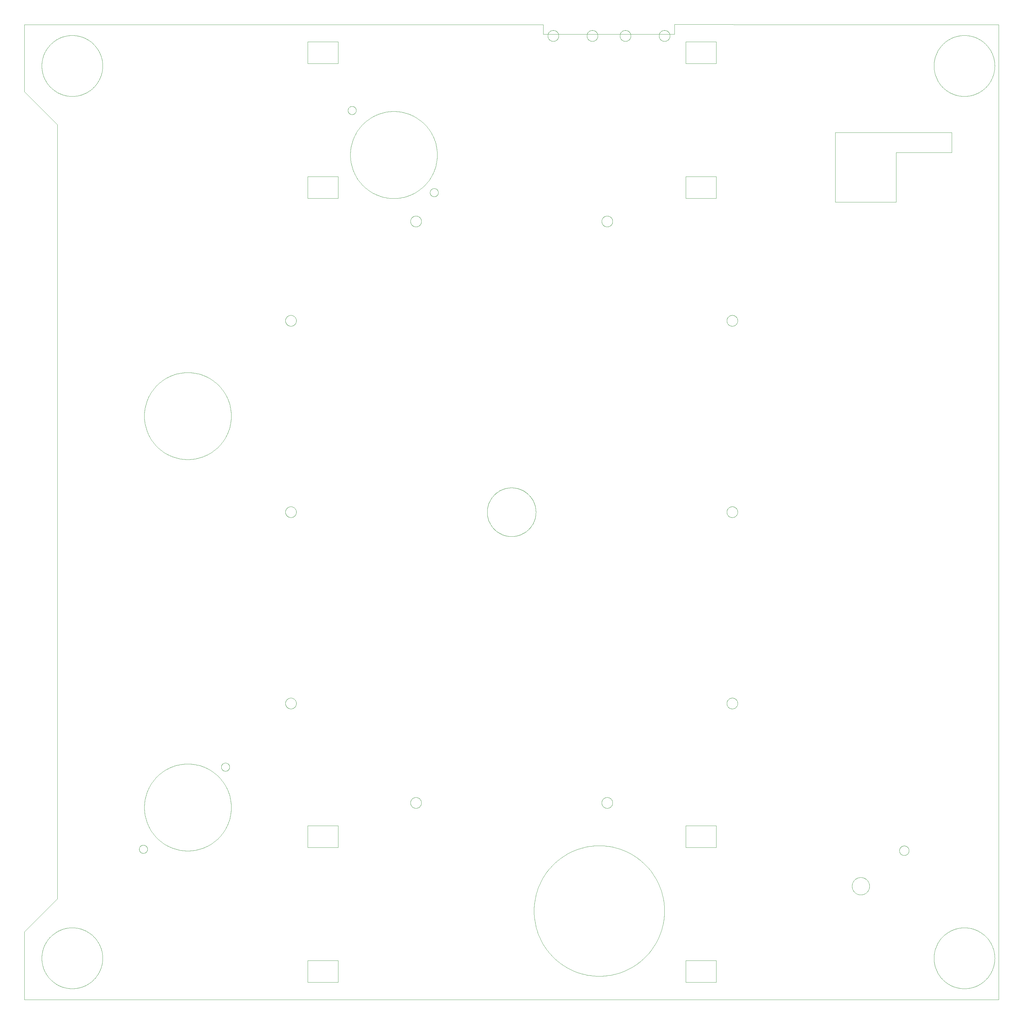
<source format=gbr>
G04 EAGLE Gerber X2 export*
%TF.Part,Single*%
%TF.FileFunction,Profile,NP*%
%TF.FilePolarity,Positive*%
%TF.GenerationSoftware,Autodesk,EAGLE,9.0.1*%
%TF.CreationDate,2018-05-30T15:00:16Z*%
G75*
%MOMM*%
%FSLAX34Y34*%
%LPD*%
%AMOC8*
5,1,8,0,0,1.08239X$1,22.5*%
G01*
%ADD10C,0.025000*%
%ADD11C,0.000000*%


D10*
X1899886Y2819400D02*
X1516227Y2819400D01*
X1516227Y2847340D01*
D11*
X0Y2847340D01*
X0Y2651760D01*
X0Y198120D02*
X0Y0D01*
X2847340Y0D01*
X2847340Y2847340D01*
X2245360Y2847340D01*
X2247270Y2847340D02*
X1899886Y2847907D01*
D10*
X1899886Y2819400D01*
X2658052Y121043D02*
X2658079Y123225D01*
X2658159Y125405D01*
X2658293Y127583D01*
X2658480Y129757D01*
X2658721Y131925D01*
X2659014Y134087D01*
X2659361Y136241D01*
X2659760Y138386D01*
X2660212Y140521D01*
X2660716Y142644D01*
X2661272Y144753D01*
X2661880Y146849D01*
X2662539Y148929D01*
X2663249Y150992D01*
X2664009Y153037D01*
X2664819Y155063D01*
X2665679Y157069D01*
X2666587Y159052D01*
X2667544Y161013D01*
X2668549Y162950D01*
X2669601Y164861D01*
X2670700Y166746D01*
X2671844Y168604D01*
X2673034Y170433D01*
X2674269Y172232D01*
X2675547Y174000D01*
X2676868Y175736D01*
X2678231Y177440D01*
X2679636Y179109D01*
X2681081Y180744D01*
X2682566Y182342D01*
X2684090Y183904D01*
X2685652Y185428D01*
X2687250Y186913D01*
X2688885Y188358D01*
X2690554Y189763D01*
X2692258Y191126D01*
X2693994Y192447D01*
X2695762Y193725D01*
X2697561Y194960D01*
X2699390Y196150D01*
X2701248Y197294D01*
X2703133Y198393D01*
X2705044Y199445D01*
X2706981Y200450D01*
X2708942Y201407D01*
X2710925Y202315D01*
X2712931Y203175D01*
X2714957Y203985D01*
X2717002Y204745D01*
X2719065Y205455D01*
X2721145Y206114D01*
X2723241Y206722D01*
X2725350Y207278D01*
X2727473Y207782D01*
X2729608Y208234D01*
X2731753Y208633D01*
X2733907Y208980D01*
X2736069Y209273D01*
X2738237Y209514D01*
X2740411Y209701D01*
X2742589Y209835D01*
X2744769Y209915D01*
X2746951Y209942D01*
X2749133Y209915D01*
X2751313Y209835D01*
X2753491Y209701D01*
X2755665Y209514D01*
X2757833Y209273D01*
X2759995Y208980D01*
X2762149Y208633D01*
X2764294Y208234D01*
X2766429Y207782D01*
X2768552Y207278D01*
X2770661Y206722D01*
X2772757Y206114D01*
X2774837Y205455D01*
X2776900Y204745D01*
X2778945Y203985D01*
X2780971Y203175D01*
X2782977Y202315D01*
X2784960Y201407D01*
X2786921Y200450D01*
X2788858Y199445D01*
X2790769Y198393D01*
X2792654Y197294D01*
X2794512Y196150D01*
X2796341Y194960D01*
X2798140Y193725D01*
X2799908Y192447D01*
X2801644Y191126D01*
X2803348Y189763D01*
X2805017Y188358D01*
X2806652Y186913D01*
X2808250Y185428D01*
X2809812Y183904D01*
X2811336Y182342D01*
X2812821Y180744D01*
X2814266Y179109D01*
X2815671Y177440D01*
X2817034Y175736D01*
X2818355Y174000D01*
X2819633Y172232D01*
X2820868Y170433D01*
X2822058Y168604D01*
X2823202Y166746D01*
X2824301Y164861D01*
X2825353Y162950D01*
X2826358Y161013D01*
X2827315Y159052D01*
X2828223Y157069D01*
X2829083Y155063D01*
X2829893Y153037D01*
X2830653Y150992D01*
X2831363Y148929D01*
X2832022Y146849D01*
X2832630Y144753D01*
X2833186Y142644D01*
X2833690Y140521D01*
X2834142Y138386D01*
X2834541Y136241D01*
X2834888Y134087D01*
X2835181Y131925D01*
X2835422Y129757D01*
X2835609Y127583D01*
X2835743Y125405D01*
X2835823Y123225D01*
X2835850Y121043D01*
X2835823Y118861D01*
X2835743Y116681D01*
X2835609Y114503D01*
X2835422Y112329D01*
X2835181Y110161D01*
X2834888Y107999D01*
X2834541Y105845D01*
X2834142Y103700D01*
X2833690Y101565D01*
X2833186Y99442D01*
X2832630Y97333D01*
X2832022Y95237D01*
X2831363Y93157D01*
X2830653Y91094D01*
X2829893Y89049D01*
X2829083Y87023D01*
X2828223Y85017D01*
X2827315Y83034D01*
X2826358Y81073D01*
X2825353Y79136D01*
X2824301Y77225D01*
X2823202Y75340D01*
X2822058Y73482D01*
X2820868Y71653D01*
X2819633Y69854D01*
X2818355Y68086D01*
X2817034Y66350D01*
X2815671Y64646D01*
X2814266Y62977D01*
X2812821Y61342D01*
X2811336Y59744D01*
X2809812Y58182D01*
X2808250Y56658D01*
X2806652Y55173D01*
X2805017Y53728D01*
X2803348Y52323D01*
X2801644Y50960D01*
X2799908Y49639D01*
X2798140Y48361D01*
X2796341Y47126D01*
X2794512Y45936D01*
X2792654Y44792D01*
X2790769Y43693D01*
X2788858Y42641D01*
X2786921Y41636D01*
X2784960Y40679D01*
X2782977Y39771D01*
X2780971Y38911D01*
X2778945Y38101D01*
X2776900Y37341D01*
X2774837Y36631D01*
X2772757Y35972D01*
X2770661Y35364D01*
X2768552Y34808D01*
X2766429Y34304D01*
X2764294Y33852D01*
X2762149Y33453D01*
X2759995Y33106D01*
X2757833Y32813D01*
X2755665Y32572D01*
X2753491Y32385D01*
X2751313Y32251D01*
X2749133Y32171D01*
X2746951Y32144D01*
X2744769Y32171D01*
X2742589Y32251D01*
X2740411Y32385D01*
X2738237Y32572D01*
X2736069Y32813D01*
X2733907Y33106D01*
X2731753Y33453D01*
X2729608Y33852D01*
X2727473Y34304D01*
X2725350Y34808D01*
X2723241Y35364D01*
X2721145Y35972D01*
X2719065Y36631D01*
X2717002Y37341D01*
X2714957Y38101D01*
X2712931Y38911D01*
X2710925Y39771D01*
X2708942Y40679D01*
X2706981Y41636D01*
X2705044Y42641D01*
X2703133Y43693D01*
X2701248Y44792D01*
X2699390Y45936D01*
X2697561Y47126D01*
X2695762Y48361D01*
X2693994Y49639D01*
X2692258Y50960D01*
X2690554Y52323D01*
X2688885Y53728D01*
X2687250Y55173D01*
X2685652Y56658D01*
X2684090Y58182D01*
X2682566Y59744D01*
X2681081Y61342D01*
X2679636Y62977D01*
X2678231Y64646D01*
X2676868Y66350D01*
X2675547Y68086D01*
X2674269Y69854D01*
X2673034Y71653D01*
X2671844Y73482D01*
X2670700Y75340D01*
X2669601Y77225D01*
X2668549Y79136D01*
X2667544Y81073D01*
X2666587Y83034D01*
X2665679Y85017D01*
X2664819Y87023D01*
X2664009Y89049D01*
X2663249Y91094D01*
X2662539Y93157D01*
X2661880Y95237D01*
X2661272Y97333D01*
X2660716Y99442D01*
X2660212Y101565D01*
X2659760Y103700D01*
X2659361Y105845D01*
X2659014Y107999D01*
X2658721Y110161D01*
X2658480Y112329D01*
X2658293Y114503D01*
X2658159Y116681D01*
X2658079Y118861D01*
X2658052Y121043D01*
X50834Y121043D02*
X50861Y123225D01*
X50941Y125405D01*
X51075Y127583D01*
X51262Y129757D01*
X51503Y131925D01*
X51796Y134087D01*
X52143Y136241D01*
X52542Y138386D01*
X52994Y140521D01*
X53498Y142644D01*
X54054Y144753D01*
X54662Y146849D01*
X55321Y148929D01*
X56031Y150992D01*
X56791Y153037D01*
X57601Y155063D01*
X58461Y157069D01*
X59369Y159052D01*
X60326Y161013D01*
X61331Y162950D01*
X62383Y164861D01*
X63482Y166746D01*
X64626Y168604D01*
X65816Y170433D01*
X67051Y172232D01*
X68329Y174000D01*
X69650Y175736D01*
X71013Y177440D01*
X72418Y179109D01*
X73863Y180744D01*
X75348Y182342D01*
X76872Y183904D01*
X78434Y185428D01*
X80032Y186913D01*
X81667Y188358D01*
X83336Y189763D01*
X85040Y191126D01*
X86776Y192447D01*
X88544Y193725D01*
X90343Y194960D01*
X92172Y196150D01*
X94030Y197294D01*
X95915Y198393D01*
X97826Y199445D01*
X99763Y200450D01*
X101724Y201407D01*
X103707Y202315D01*
X105713Y203175D01*
X107739Y203985D01*
X109784Y204745D01*
X111847Y205455D01*
X113927Y206114D01*
X116023Y206722D01*
X118132Y207278D01*
X120255Y207782D01*
X122390Y208234D01*
X124535Y208633D01*
X126689Y208980D01*
X128851Y209273D01*
X131019Y209514D01*
X133193Y209701D01*
X135371Y209835D01*
X137551Y209915D01*
X139733Y209942D01*
X141915Y209915D01*
X144095Y209835D01*
X146273Y209701D01*
X148447Y209514D01*
X150615Y209273D01*
X152777Y208980D01*
X154931Y208633D01*
X157076Y208234D01*
X159211Y207782D01*
X161334Y207278D01*
X163443Y206722D01*
X165539Y206114D01*
X167619Y205455D01*
X169682Y204745D01*
X171727Y203985D01*
X173753Y203175D01*
X175759Y202315D01*
X177742Y201407D01*
X179703Y200450D01*
X181640Y199445D01*
X183551Y198393D01*
X185436Y197294D01*
X187294Y196150D01*
X189123Y194960D01*
X190922Y193725D01*
X192690Y192447D01*
X194426Y191126D01*
X196130Y189763D01*
X197799Y188358D01*
X199434Y186913D01*
X201032Y185428D01*
X202594Y183904D01*
X204118Y182342D01*
X205603Y180744D01*
X207048Y179109D01*
X208453Y177440D01*
X209816Y175736D01*
X211137Y174000D01*
X212415Y172232D01*
X213650Y170433D01*
X214840Y168604D01*
X215984Y166746D01*
X217083Y164861D01*
X218135Y162950D01*
X219140Y161013D01*
X220097Y159052D01*
X221005Y157069D01*
X221865Y155063D01*
X222675Y153037D01*
X223435Y150992D01*
X224145Y148929D01*
X224804Y146849D01*
X225412Y144753D01*
X225968Y142644D01*
X226472Y140521D01*
X226924Y138386D01*
X227323Y136241D01*
X227670Y134087D01*
X227963Y131925D01*
X228204Y129757D01*
X228391Y127583D01*
X228525Y125405D01*
X228605Y123225D01*
X228632Y121043D01*
X228605Y118861D01*
X228525Y116681D01*
X228391Y114503D01*
X228204Y112329D01*
X227963Y110161D01*
X227670Y107999D01*
X227323Y105845D01*
X226924Y103700D01*
X226472Y101565D01*
X225968Y99442D01*
X225412Y97333D01*
X224804Y95237D01*
X224145Y93157D01*
X223435Y91094D01*
X222675Y89049D01*
X221865Y87023D01*
X221005Y85017D01*
X220097Y83034D01*
X219140Y81073D01*
X218135Y79136D01*
X217083Y77225D01*
X215984Y75340D01*
X214840Y73482D01*
X213650Y71653D01*
X212415Y69854D01*
X211137Y68086D01*
X209816Y66350D01*
X208453Y64646D01*
X207048Y62977D01*
X205603Y61342D01*
X204118Y59744D01*
X202594Y58182D01*
X201032Y56658D01*
X199434Y55173D01*
X197799Y53728D01*
X196130Y52323D01*
X194426Y50960D01*
X192690Y49639D01*
X190922Y48361D01*
X189123Y47126D01*
X187294Y45936D01*
X185436Y44792D01*
X183551Y43693D01*
X181640Y42641D01*
X179703Y41636D01*
X177742Y40679D01*
X175759Y39771D01*
X173753Y38911D01*
X171727Y38101D01*
X169682Y37341D01*
X167619Y36631D01*
X165539Y35972D01*
X163443Y35364D01*
X161334Y34808D01*
X159211Y34304D01*
X157076Y33852D01*
X154931Y33453D01*
X152777Y33106D01*
X150615Y32813D01*
X148447Y32572D01*
X146273Y32385D01*
X144095Y32251D01*
X141915Y32171D01*
X139733Y32144D01*
X137551Y32171D01*
X135371Y32251D01*
X133193Y32385D01*
X131019Y32572D01*
X128851Y32813D01*
X126689Y33106D01*
X124535Y33453D01*
X122390Y33852D01*
X120255Y34304D01*
X118132Y34808D01*
X116023Y35364D01*
X113927Y35972D01*
X111847Y36631D01*
X109784Y37341D01*
X107739Y38101D01*
X105713Y38911D01*
X103707Y39771D01*
X101724Y40679D01*
X99763Y41636D01*
X97826Y42641D01*
X95915Y43693D01*
X94030Y44792D01*
X92172Y45936D01*
X90343Y47126D01*
X88544Y48361D01*
X86776Y49639D01*
X85040Y50960D01*
X83336Y52323D01*
X81667Y53728D01*
X80032Y55173D01*
X78434Y56658D01*
X76872Y58182D01*
X75348Y59744D01*
X73863Y61342D01*
X72418Y62977D01*
X71013Y64646D01*
X69650Y66350D01*
X68329Y68086D01*
X67051Y69854D01*
X65816Y71653D01*
X64626Y73482D01*
X63482Y75340D01*
X62383Y77225D01*
X61331Y79136D01*
X60326Y81073D01*
X59369Y83034D01*
X58461Y85017D01*
X57601Y87023D01*
X56791Y89049D01*
X56031Y91094D01*
X55321Y93157D01*
X54662Y95237D01*
X54054Y97333D01*
X53498Y99442D01*
X52994Y101565D01*
X52542Y103700D01*
X52143Y105845D01*
X51796Y107999D01*
X51503Y110161D01*
X51262Y112329D01*
X51075Y114503D01*
X50941Y116681D01*
X50861Y118861D01*
X50834Y121043D01*
X1185484Y2356962D02*
X1185488Y2357256D01*
X1185498Y2357551D01*
X1185516Y2357844D01*
X1185542Y2358138D01*
X1185574Y2358430D01*
X1185614Y2358722D01*
X1185661Y2359013D01*
X1185714Y2359302D01*
X1185775Y2359590D01*
X1185843Y2359876D01*
X1185918Y2360161D01*
X1186000Y2360444D01*
X1186089Y2360724D01*
X1186185Y2361003D01*
X1186288Y2361279D01*
X1186397Y2361552D01*
X1186513Y2361822D01*
X1186636Y2362090D01*
X1186765Y2362355D01*
X1186900Y2362616D01*
X1187042Y2362874D01*
X1187190Y2363128D01*
X1187345Y2363379D01*
X1187505Y2363626D01*
X1187672Y2363868D01*
X1187844Y2364107D01*
X1188023Y2364341D01*
X1188207Y2364571D01*
X1188396Y2364796D01*
X1188591Y2365017D01*
X1188791Y2365232D01*
X1188997Y2365443D01*
X1189208Y2365649D01*
X1189423Y2365849D01*
X1189644Y2366044D01*
X1189869Y2366233D01*
X1190099Y2366417D01*
X1190333Y2366596D01*
X1190572Y2366768D01*
X1190814Y2366935D01*
X1191061Y2367095D01*
X1191312Y2367250D01*
X1191566Y2367398D01*
X1191824Y2367540D01*
X1192085Y2367675D01*
X1192350Y2367804D01*
X1192618Y2367927D01*
X1192888Y2368043D01*
X1193161Y2368152D01*
X1193437Y2368255D01*
X1193716Y2368351D01*
X1193996Y2368440D01*
X1194279Y2368522D01*
X1194564Y2368597D01*
X1194850Y2368665D01*
X1195138Y2368726D01*
X1195427Y2368779D01*
X1195718Y2368826D01*
X1196010Y2368866D01*
X1196302Y2368898D01*
X1196596Y2368924D01*
X1196889Y2368942D01*
X1197184Y2368952D01*
X1197478Y2368956D01*
X1197772Y2368952D01*
X1198067Y2368942D01*
X1198360Y2368924D01*
X1198654Y2368898D01*
X1198946Y2368866D01*
X1199238Y2368826D01*
X1199529Y2368779D01*
X1199818Y2368726D01*
X1200106Y2368665D01*
X1200392Y2368597D01*
X1200677Y2368522D01*
X1200960Y2368440D01*
X1201240Y2368351D01*
X1201519Y2368255D01*
X1201795Y2368152D01*
X1202068Y2368043D01*
X1202338Y2367927D01*
X1202606Y2367804D01*
X1202871Y2367675D01*
X1203132Y2367540D01*
X1203390Y2367398D01*
X1203644Y2367250D01*
X1203895Y2367095D01*
X1204142Y2366935D01*
X1204384Y2366768D01*
X1204623Y2366596D01*
X1204857Y2366417D01*
X1205087Y2366233D01*
X1205312Y2366044D01*
X1205533Y2365849D01*
X1205748Y2365649D01*
X1205959Y2365443D01*
X1206165Y2365232D01*
X1206365Y2365017D01*
X1206560Y2364796D01*
X1206749Y2364571D01*
X1206933Y2364341D01*
X1207112Y2364107D01*
X1207284Y2363868D01*
X1207451Y2363626D01*
X1207611Y2363379D01*
X1207766Y2363128D01*
X1207914Y2362874D01*
X1208056Y2362616D01*
X1208191Y2362355D01*
X1208320Y2362090D01*
X1208443Y2361822D01*
X1208559Y2361552D01*
X1208668Y2361279D01*
X1208771Y2361003D01*
X1208867Y2360724D01*
X1208956Y2360444D01*
X1209038Y2360161D01*
X1209113Y2359876D01*
X1209181Y2359590D01*
X1209242Y2359302D01*
X1209295Y2359013D01*
X1209342Y2358722D01*
X1209382Y2358430D01*
X1209414Y2358138D01*
X1209440Y2357844D01*
X1209458Y2357551D01*
X1209468Y2357256D01*
X1209472Y2356962D01*
X1209468Y2356668D01*
X1209458Y2356373D01*
X1209440Y2356080D01*
X1209414Y2355786D01*
X1209382Y2355494D01*
X1209342Y2355202D01*
X1209295Y2354911D01*
X1209242Y2354622D01*
X1209181Y2354334D01*
X1209113Y2354048D01*
X1209038Y2353763D01*
X1208956Y2353480D01*
X1208867Y2353200D01*
X1208771Y2352921D01*
X1208668Y2352645D01*
X1208559Y2352372D01*
X1208443Y2352102D01*
X1208320Y2351834D01*
X1208191Y2351569D01*
X1208056Y2351308D01*
X1207914Y2351050D01*
X1207766Y2350796D01*
X1207611Y2350545D01*
X1207451Y2350298D01*
X1207284Y2350056D01*
X1207112Y2349817D01*
X1206933Y2349583D01*
X1206749Y2349353D01*
X1206560Y2349128D01*
X1206365Y2348907D01*
X1206165Y2348692D01*
X1205959Y2348481D01*
X1205748Y2348275D01*
X1205533Y2348075D01*
X1205312Y2347880D01*
X1205087Y2347691D01*
X1204857Y2347507D01*
X1204623Y2347328D01*
X1204384Y2347156D01*
X1204142Y2346989D01*
X1203895Y2346829D01*
X1203644Y2346674D01*
X1203390Y2346526D01*
X1203132Y2346384D01*
X1202871Y2346249D01*
X1202606Y2346120D01*
X1202338Y2345997D01*
X1202068Y2345881D01*
X1201795Y2345772D01*
X1201519Y2345669D01*
X1201240Y2345573D01*
X1200960Y2345484D01*
X1200677Y2345402D01*
X1200392Y2345327D01*
X1200106Y2345259D01*
X1199818Y2345198D01*
X1199529Y2345145D01*
X1199238Y2345098D01*
X1198946Y2345058D01*
X1198654Y2345026D01*
X1198360Y2345000D01*
X1198067Y2344982D01*
X1197772Y2344972D01*
X1197478Y2344968D01*
X1197184Y2344972D01*
X1196889Y2344982D01*
X1196596Y2345000D01*
X1196302Y2345026D01*
X1196010Y2345058D01*
X1195718Y2345098D01*
X1195427Y2345145D01*
X1195138Y2345198D01*
X1194850Y2345259D01*
X1194564Y2345327D01*
X1194279Y2345402D01*
X1193996Y2345484D01*
X1193716Y2345573D01*
X1193437Y2345669D01*
X1193161Y2345772D01*
X1192888Y2345881D01*
X1192618Y2345997D01*
X1192350Y2346120D01*
X1192085Y2346249D01*
X1191824Y2346384D01*
X1191566Y2346526D01*
X1191312Y2346674D01*
X1191061Y2346829D01*
X1190814Y2346989D01*
X1190572Y2347156D01*
X1190333Y2347328D01*
X1190099Y2347507D01*
X1189869Y2347691D01*
X1189644Y2347880D01*
X1189423Y2348075D01*
X1189208Y2348275D01*
X1188997Y2348481D01*
X1188791Y2348692D01*
X1188591Y2348907D01*
X1188396Y2349128D01*
X1188207Y2349353D01*
X1188023Y2349583D01*
X1187844Y2349817D01*
X1187672Y2350056D01*
X1187505Y2350298D01*
X1187345Y2350545D01*
X1187190Y2350796D01*
X1187042Y2351050D01*
X1186900Y2351308D01*
X1186765Y2351569D01*
X1186636Y2351834D01*
X1186513Y2352102D01*
X1186397Y2352372D01*
X1186288Y2352645D01*
X1186185Y2352921D01*
X1186089Y2353200D01*
X1186000Y2353480D01*
X1185918Y2353763D01*
X1185843Y2354048D01*
X1185775Y2354334D01*
X1185714Y2354622D01*
X1185661Y2354911D01*
X1185614Y2355202D01*
X1185574Y2355494D01*
X1185542Y2355786D01*
X1185516Y2356080D01*
X1185498Y2356373D01*
X1185488Y2356668D01*
X1185484Y2356962D01*
X945581Y2596842D02*
X945585Y2597136D01*
X945595Y2597431D01*
X945613Y2597724D01*
X945639Y2598018D01*
X945671Y2598310D01*
X945711Y2598602D01*
X945758Y2598893D01*
X945811Y2599182D01*
X945872Y2599470D01*
X945940Y2599756D01*
X946015Y2600041D01*
X946097Y2600324D01*
X946186Y2600604D01*
X946282Y2600883D01*
X946385Y2601159D01*
X946494Y2601432D01*
X946610Y2601702D01*
X946733Y2601970D01*
X946862Y2602235D01*
X946997Y2602496D01*
X947139Y2602754D01*
X947287Y2603008D01*
X947442Y2603259D01*
X947602Y2603506D01*
X947769Y2603748D01*
X947941Y2603987D01*
X948120Y2604221D01*
X948304Y2604451D01*
X948493Y2604676D01*
X948688Y2604897D01*
X948888Y2605112D01*
X949094Y2605323D01*
X949305Y2605529D01*
X949520Y2605729D01*
X949741Y2605924D01*
X949966Y2606113D01*
X950196Y2606297D01*
X950430Y2606476D01*
X950669Y2606648D01*
X950911Y2606815D01*
X951158Y2606975D01*
X951409Y2607130D01*
X951663Y2607278D01*
X951921Y2607420D01*
X952182Y2607555D01*
X952447Y2607684D01*
X952715Y2607807D01*
X952985Y2607923D01*
X953258Y2608032D01*
X953534Y2608135D01*
X953813Y2608231D01*
X954093Y2608320D01*
X954376Y2608402D01*
X954661Y2608477D01*
X954947Y2608545D01*
X955235Y2608606D01*
X955524Y2608659D01*
X955815Y2608706D01*
X956107Y2608746D01*
X956399Y2608778D01*
X956693Y2608804D01*
X956986Y2608822D01*
X957281Y2608832D01*
X957575Y2608836D01*
X957869Y2608832D01*
X958164Y2608822D01*
X958457Y2608804D01*
X958751Y2608778D01*
X959043Y2608746D01*
X959335Y2608706D01*
X959626Y2608659D01*
X959915Y2608606D01*
X960203Y2608545D01*
X960489Y2608477D01*
X960774Y2608402D01*
X961057Y2608320D01*
X961337Y2608231D01*
X961616Y2608135D01*
X961892Y2608032D01*
X962165Y2607923D01*
X962435Y2607807D01*
X962703Y2607684D01*
X962968Y2607555D01*
X963229Y2607420D01*
X963487Y2607278D01*
X963741Y2607130D01*
X963992Y2606975D01*
X964239Y2606815D01*
X964481Y2606648D01*
X964720Y2606476D01*
X964954Y2606297D01*
X965184Y2606113D01*
X965409Y2605924D01*
X965630Y2605729D01*
X965845Y2605529D01*
X966056Y2605323D01*
X966262Y2605112D01*
X966462Y2604897D01*
X966657Y2604676D01*
X966846Y2604451D01*
X967030Y2604221D01*
X967209Y2603987D01*
X967381Y2603748D01*
X967548Y2603506D01*
X967708Y2603259D01*
X967863Y2603008D01*
X968011Y2602754D01*
X968153Y2602496D01*
X968288Y2602235D01*
X968417Y2601970D01*
X968540Y2601702D01*
X968656Y2601432D01*
X968765Y2601159D01*
X968868Y2600883D01*
X968964Y2600604D01*
X969053Y2600324D01*
X969135Y2600041D01*
X969210Y2599756D01*
X969278Y2599470D01*
X969339Y2599182D01*
X969392Y2598893D01*
X969439Y2598602D01*
X969479Y2598310D01*
X969511Y2598018D01*
X969537Y2597724D01*
X969555Y2597431D01*
X969565Y2597136D01*
X969569Y2596842D01*
X969565Y2596548D01*
X969555Y2596253D01*
X969537Y2595960D01*
X969511Y2595666D01*
X969479Y2595374D01*
X969439Y2595082D01*
X969392Y2594791D01*
X969339Y2594502D01*
X969278Y2594214D01*
X969210Y2593928D01*
X969135Y2593643D01*
X969053Y2593360D01*
X968964Y2593080D01*
X968868Y2592801D01*
X968765Y2592525D01*
X968656Y2592252D01*
X968540Y2591982D01*
X968417Y2591714D01*
X968288Y2591449D01*
X968153Y2591188D01*
X968011Y2590930D01*
X967863Y2590676D01*
X967708Y2590425D01*
X967548Y2590178D01*
X967381Y2589936D01*
X967209Y2589697D01*
X967030Y2589463D01*
X966846Y2589233D01*
X966657Y2589008D01*
X966462Y2588787D01*
X966262Y2588572D01*
X966056Y2588361D01*
X965845Y2588155D01*
X965630Y2587955D01*
X965409Y2587760D01*
X965184Y2587571D01*
X964954Y2587387D01*
X964720Y2587208D01*
X964481Y2587036D01*
X964239Y2586869D01*
X963992Y2586709D01*
X963741Y2586554D01*
X963487Y2586406D01*
X963229Y2586264D01*
X962968Y2586129D01*
X962703Y2586000D01*
X962435Y2585877D01*
X962165Y2585761D01*
X961892Y2585652D01*
X961616Y2585549D01*
X961337Y2585453D01*
X961057Y2585364D01*
X960774Y2585282D01*
X960489Y2585207D01*
X960203Y2585139D01*
X959915Y2585078D01*
X959626Y2585025D01*
X959335Y2584978D01*
X959043Y2584938D01*
X958751Y2584906D01*
X958457Y2584880D01*
X958164Y2584862D01*
X957869Y2584852D01*
X957575Y2584848D01*
X957281Y2584852D01*
X956986Y2584862D01*
X956693Y2584880D01*
X956399Y2584906D01*
X956107Y2584938D01*
X955815Y2584978D01*
X955524Y2585025D01*
X955235Y2585078D01*
X954947Y2585139D01*
X954661Y2585207D01*
X954376Y2585282D01*
X954093Y2585364D01*
X953813Y2585453D01*
X953534Y2585549D01*
X953258Y2585652D01*
X952985Y2585761D01*
X952715Y2585877D01*
X952447Y2586000D01*
X952182Y2586129D01*
X951921Y2586264D01*
X951663Y2586406D01*
X951409Y2586554D01*
X951158Y2586709D01*
X950911Y2586869D01*
X950669Y2587036D01*
X950430Y2587208D01*
X950196Y2587387D01*
X949966Y2587571D01*
X949741Y2587760D01*
X949520Y2587955D01*
X949305Y2588155D01*
X949094Y2588361D01*
X948888Y2588572D01*
X948688Y2588787D01*
X948493Y2589008D01*
X948304Y2589233D01*
X948120Y2589463D01*
X947941Y2589697D01*
X947769Y2589936D01*
X947602Y2590178D01*
X947442Y2590425D01*
X947287Y2590676D01*
X947139Y2590930D01*
X946997Y2591188D01*
X946862Y2591449D01*
X946733Y2591714D01*
X946610Y2591982D01*
X946494Y2592252D01*
X946385Y2592525D01*
X946282Y2592801D01*
X946186Y2593080D01*
X946097Y2593360D01*
X946015Y2593643D01*
X945940Y2593928D01*
X945872Y2594214D01*
X945811Y2594502D01*
X945758Y2594791D01*
X945711Y2595082D01*
X945671Y2595374D01*
X945639Y2595666D01*
X945613Y2595960D01*
X945595Y2596253D01*
X945585Y2596548D01*
X945581Y2596842D01*
X575485Y679310D02*
X575489Y679604D01*
X575499Y679899D01*
X575517Y680192D01*
X575543Y680486D01*
X575575Y680778D01*
X575615Y681070D01*
X575662Y681361D01*
X575715Y681650D01*
X575776Y681938D01*
X575844Y682224D01*
X575919Y682509D01*
X576001Y682792D01*
X576090Y683072D01*
X576186Y683351D01*
X576289Y683627D01*
X576398Y683900D01*
X576514Y684170D01*
X576637Y684438D01*
X576766Y684703D01*
X576901Y684964D01*
X577043Y685222D01*
X577191Y685476D01*
X577346Y685727D01*
X577506Y685974D01*
X577673Y686216D01*
X577845Y686455D01*
X578024Y686689D01*
X578208Y686919D01*
X578397Y687144D01*
X578592Y687365D01*
X578792Y687580D01*
X578998Y687791D01*
X579209Y687997D01*
X579424Y688197D01*
X579645Y688392D01*
X579870Y688581D01*
X580100Y688765D01*
X580334Y688944D01*
X580573Y689116D01*
X580815Y689283D01*
X581062Y689443D01*
X581313Y689598D01*
X581567Y689746D01*
X581825Y689888D01*
X582086Y690023D01*
X582351Y690152D01*
X582619Y690275D01*
X582889Y690391D01*
X583162Y690500D01*
X583438Y690603D01*
X583717Y690699D01*
X583997Y690788D01*
X584280Y690870D01*
X584565Y690945D01*
X584851Y691013D01*
X585139Y691074D01*
X585428Y691127D01*
X585719Y691174D01*
X586011Y691214D01*
X586303Y691246D01*
X586597Y691272D01*
X586890Y691290D01*
X587185Y691300D01*
X587479Y691304D01*
X587773Y691300D01*
X588068Y691290D01*
X588361Y691272D01*
X588655Y691246D01*
X588947Y691214D01*
X589239Y691174D01*
X589530Y691127D01*
X589819Y691074D01*
X590107Y691013D01*
X590393Y690945D01*
X590678Y690870D01*
X590961Y690788D01*
X591241Y690699D01*
X591520Y690603D01*
X591796Y690500D01*
X592069Y690391D01*
X592339Y690275D01*
X592607Y690152D01*
X592872Y690023D01*
X593133Y689888D01*
X593391Y689746D01*
X593645Y689598D01*
X593896Y689443D01*
X594143Y689283D01*
X594385Y689116D01*
X594624Y688944D01*
X594858Y688765D01*
X595088Y688581D01*
X595313Y688392D01*
X595534Y688197D01*
X595749Y687997D01*
X595960Y687791D01*
X596166Y687580D01*
X596366Y687365D01*
X596561Y687144D01*
X596750Y686919D01*
X596934Y686689D01*
X597113Y686455D01*
X597285Y686216D01*
X597452Y685974D01*
X597612Y685727D01*
X597767Y685476D01*
X597915Y685222D01*
X598057Y684964D01*
X598192Y684703D01*
X598321Y684438D01*
X598444Y684170D01*
X598560Y683900D01*
X598669Y683627D01*
X598772Y683351D01*
X598868Y683072D01*
X598957Y682792D01*
X599039Y682509D01*
X599114Y682224D01*
X599182Y681938D01*
X599243Y681650D01*
X599296Y681361D01*
X599343Y681070D01*
X599383Y680778D01*
X599415Y680486D01*
X599441Y680192D01*
X599459Y679899D01*
X599469Y679604D01*
X599473Y679310D01*
X599469Y679016D01*
X599459Y678721D01*
X599441Y678428D01*
X599415Y678134D01*
X599383Y677842D01*
X599343Y677550D01*
X599296Y677259D01*
X599243Y676970D01*
X599182Y676682D01*
X599114Y676396D01*
X599039Y676111D01*
X598957Y675828D01*
X598868Y675548D01*
X598772Y675269D01*
X598669Y674993D01*
X598560Y674720D01*
X598444Y674450D01*
X598321Y674182D01*
X598192Y673917D01*
X598057Y673656D01*
X597915Y673398D01*
X597767Y673144D01*
X597612Y672893D01*
X597452Y672646D01*
X597285Y672404D01*
X597113Y672165D01*
X596934Y671931D01*
X596750Y671701D01*
X596561Y671476D01*
X596366Y671255D01*
X596166Y671040D01*
X595960Y670829D01*
X595749Y670623D01*
X595534Y670423D01*
X595313Y670228D01*
X595088Y670039D01*
X594858Y669855D01*
X594624Y669676D01*
X594385Y669504D01*
X594143Y669337D01*
X593896Y669177D01*
X593645Y669022D01*
X593391Y668874D01*
X593133Y668732D01*
X592872Y668597D01*
X592607Y668468D01*
X592339Y668345D01*
X592069Y668229D01*
X591796Y668120D01*
X591520Y668017D01*
X591241Y667921D01*
X590961Y667832D01*
X590678Y667750D01*
X590393Y667675D01*
X590107Y667607D01*
X589819Y667546D01*
X589530Y667493D01*
X589239Y667446D01*
X588947Y667406D01*
X588655Y667374D01*
X588361Y667348D01*
X588068Y667330D01*
X587773Y667320D01*
X587479Y667316D01*
X587185Y667320D01*
X586890Y667330D01*
X586597Y667348D01*
X586303Y667374D01*
X586011Y667406D01*
X585719Y667446D01*
X585428Y667493D01*
X585139Y667546D01*
X584851Y667607D01*
X584565Y667675D01*
X584280Y667750D01*
X583997Y667832D01*
X583717Y667921D01*
X583438Y668017D01*
X583162Y668120D01*
X582889Y668229D01*
X582619Y668345D01*
X582351Y668468D01*
X582086Y668597D01*
X581825Y668732D01*
X581567Y668874D01*
X581313Y669022D01*
X581062Y669177D01*
X580815Y669337D01*
X580573Y669504D01*
X580334Y669676D01*
X580100Y669855D01*
X579870Y670039D01*
X579645Y670228D01*
X579424Y670423D01*
X579209Y670623D01*
X578998Y670829D01*
X578792Y671040D01*
X578592Y671255D01*
X578397Y671476D01*
X578208Y671701D01*
X578024Y671931D01*
X577845Y672165D01*
X577673Y672404D01*
X577506Y672646D01*
X577346Y672893D01*
X577191Y673144D01*
X577043Y673398D01*
X576901Y673656D01*
X576766Y673917D01*
X576637Y674182D01*
X576514Y674450D01*
X576398Y674720D01*
X576289Y674993D01*
X576186Y675269D01*
X576090Y675548D01*
X576001Y675828D01*
X575919Y676111D01*
X575844Y676396D01*
X575776Y676682D01*
X575715Y676970D01*
X575662Y677259D01*
X575615Y677550D01*
X575575Y677842D01*
X575543Y678134D01*
X575517Y678428D01*
X575499Y678721D01*
X575489Y679016D01*
X575485Y679310D01*
X335605Y439408D02*
X335609Y439702D01*
X335619Y439997D01*
X335637Y440290D01*
X335663Y440584D01*
X335695Y440876D01*
X335735Y441168D01*
X335782Y441459D01*
X335835Y441748D01*
X335896Y442036D01*
X335964Y442322D01*
X336039Y442607D01*
X336121Y442890D01*
X336210Y443170D01*
X336306Y443449D01*
X336409Y443725D01*
X336518Y443998D01*
X336634Y444268D01*
X336757Y444536D01*
X336886Y444801D01*
X337021Y445062D01*
X337163Y445320D01*
X337311Y445574D01*
X337466Y445825D01*
X337626Y446072D01*
X337793Y446314D01*
X337965Y446553D01*
X338144Y446787D01*
X338328Y447017D01*
X338517Y447242D01*
X338712Y447463D01*
X338912Y447678D01*
X339118Y447889D01*
X339329Y448095D01*
X339544Y448295D01*
X339765Y448490D01*
X339990Y448679D01*
X340220Y448863D01*
X340454Y449042D01*
X340693Y449214D01*
X340935Y449381D01*
X341182Y449541D01*
X341433Y449696D01*
X341687Y449844D01*
X341945Y449986D01*
X342206Y450121D01*
X342471Y450250D01*
X342739Y450373D01*
X343009Y450489D01*
X343282Y450598D01*
X343558Y450701D01*
X343837Y450797D01*
X344117Y450886D01*
X344400Y450968D01*
X344685Y451043D01*
X344971Y451111D01*
X345259Y451172D01*
X345548Y451225D01*
X345839Y451272D01*
X346131Y451312D01*
X346423Y451344D01*
X346717Y451370D01*
X347010Y451388D01*
X347305Y451398D01*
X347599Y451402D01*
X347893Y451398D01*
X348188Y451388D01*
X348481Y451370D01*
X348775Y451344D01*
X349067Y451312D01*
X349359Y451272D01*
X349650Y451225D01*
X349939Y451172D01*
X350227Y451111D01*
X350513Y451043D01*
X350798Y450968D01*
X351081Y450886D01*
X351361Y450797D01*
X351640Y450701D01*
X351916Y450598D01*
X352189Y450489D01*
X352459Y450373D01*
X352727Y450250D01*
X352992Y450121D01*
X353253Y449986D01*
X353511Y449844D01*
X353765Y449696D01*
X354016Y449541D01*
X354263Y449381D01*
X354505Y449214D01*
X354744Y449042D01*
X354978Y448863D01*
X355208Y448679D01*
X355433Y448490D01*
X355654Y448295D01*
X355869Y448095D01*
X356080Y447889D01*
X356286Y447678D01*
X356486Y447463D01*
X356681Y447242D01*
X356870Y447017D01*
X357054Y446787D01*
X357233Y446553D01*
X357405Y446314D01*
X357572Y446072D01*
X357732Y445825D01*
X357887Y445574D01*
X358035Y445320D01*
X358177Y445062D01*
X358312Y444801D01*
X358441Y444536D01*
X358564Y444268D01*
X358680Y443998D01*
X358789Y443725D01*
X358892Y443449D01*
X358988Y443170D01*
X359077Y442890D01*
X359159Y442607D01*
X359234Y442322D01*
X359302Y442036D01*
X359363Y441748D01*
X359416Y441459D01*
X359463Y441168D01*
X359503Y440876D01*
X359535Y440584D01*
X359561Y440290D01*
X359579Y439997D01*
X359589Y439702D01*
X359593Y439408D01*
X359589Y439114D01*
X359579Y438819D01*
X359561Y438526D01*
X359535Y438232D01*
X359503Y437940D01*
X359463Y437648D01*
X359416Y437357D01*
X359363Y437068D01*
X359302Y436780D01*
X359234Y436494D01*
X359159Y436209D01*
X359077Y435926D01*
X358988Y435646D01*
X358892Y435367D01*
X358789Y435091D01*
X358680Y434818D01*
X358564Y434548D01*
X358441Y434280D01*
X358312Y434015D01*
X358177Y433754D01*
X358035Y433496D01*
X357887Y433242D01*
X357732Y432991D01*
X357572Y432744D01*
X357405Y432502D01*
X357233Y432263D01*
X357054Y432029D01*
X356870Y431799D01*
X356681Y431574D01*
X356486Y431353D01*
X356286Y431138D01*
X356080Y430927D01*
X355869Y430721D01*
X355654Y430521D01*
X355433Y430326D01*
X355208Y430137D01*
X354978Y429953D01*
X354744Y429774D01*
X354505Y429602D01*
X354263Y429435D01*
X354016Y429275D01*
X353765Y429120D01*
X353511Y428972D01*
X353253Y428830D01*
X352992Y428695D01*
X352727Y428566D01*
X352459Y428443D01*
X352189Y428327D01*
X351916Y428218D01*
X351640Y428115D01*
X351361Y428019D01*
X351081Y427930D01*
X350798Y427848D01*
X350513Y427773D01*
X350227Y427705D01*
X349939Y427644D01*
X349650Y427591D01*
X349359Y427544D01*
X349067Y427504D01*
X348775Y427472D01*
X348481Y427446D01*
X348188Y427428D01*
X347893Y427418D01*
X347599Y427414D01*
X347305Y427418D01*
X347010Y427428D01*
X346717Y427446D01*
X346423Y427472D01*
X346131Y427504D01*
X345839Y427544D01*
X345548Y427591D01*
X345259Y427644D01*
X344971Y427705D01*
X344685Y427773D01*
X344400Y427848D01*
X344117Y427930D01*
X343837Y428019D01*
X343558Y428115D01*
X343282Y428218D01*
X343009Y428327D01*
X342739Y428443D01*
X342471Y428566D01*
X342206Y428695D01*
X341945Y428830D01*
X341687Y428972D01*
X341433Y429120D01*
X341182Y429275D01*
X340935Y429435D01*
X340693Y429602D01*
X340454Y429774D01*
X340220Y429953D01*
X339990Y430137D01*
X339765Y430326D01*
X339544Y430521D01*
X339329Y430721D01*
X339118Y430927D01*
X338912Y431138D01*
X338712Y431353D01*
X338517Y431574D01*
X338328Y431799D01*
X338144Y432029D01*
X337965Y432263D01*
X337793Y432502D01*
X337626Y432744D01*
X337466Y432991D01*
X337311Y433242D01*
X337163Y433496D01*
X337021Y433754D01*
X336886Y434015D01*
X336757Y434280D01*
X336634Y434548D01*
X336518Y434818D01*
X336409Y435091D01*
X336306Y435367D01*
X336210Y435646D01*
X336121Y435926D01*
X336039Y436209D01*
X335964Y436494D01*
X335896Y436780D01*
X335835Y437068D01*
X335782Y437357D01*
X335735Y437648D01*
X335695Y437940D01*
X335663Y438232D01*
X335637Y438526D01*
X335619Y438819D01*
X335609Y439114D01*
X335605Y439408D01*
X350520Y1704340D02*
X350558Y1707457D01*
X350673Y1710572D01*
X350864Y1713683D01*
X351132Y1716788D01*
X351475Y1719886D01*
X351895Y1722975D01*
X352390Y1726052D01*
X352960Y1729116D01*
X353606Y1732166D01*
X354326Y1735198D01*
X355120Y1738213D01*
X355989Y1741206D01*
X356930Y1744178D01*
X357944Y1747125D01*
X359030Y1750047D01*
X360187Y1752941D01*
X361415Y1755806D01*
X362713Y1758639D01*
X364081Y1761441D01*
X365516Y1764207D01*
X367019Y1766938D01*
X368588Y1769631D01*
X370224Y1772285D01*
X371923Y1774897D01*
X373687Y1777468D01*
X375513Y1779994D01*
X377400Y1782474D01*
X379348Y1784908D01*
X381354Y1787293D01*
X383419Y1789628D01*
X385541Y1791912D01*
X387717Y1794143D01*
X389948Y1796319D01*
X392232Y1798441D01*
X394567Y1800506D01*
X396952Y1802512D01*
X399386Y1804460D01*
X401866Y1806347D01*
X404392Y1808173D01*
X406963Y1809937D01*
X409575Y1811636D01*
X412229Y1813272D01*
X414922Y1814841D01*
X417653Y1816344D01*
X420419Y1817779D01*
X423221Y1819147D01*
X426054Y1820445D01*
X428919Y1821673D01*
X431813Y1822830D01*
X434735Y1823916D01*
X437682Y1824930D01*
X440654Y1825871D01*
X443647Y1826740D01*
X446662Y1827534D01*
X449694Y1828254D01*
X452744Y1828900D01*
X455808Y1829470D01*
X458885Y1829965D01*
X461974Y1830385D01*
X465072Y1830728D01*
X468177Y1830996D01*
X471288Y1831187D01*
X474403Y1831302D01*
X477520Y1831340D01*
X480637Y1831302D01*
X483752Y1831187D01*
X486863Y1830996D01*
X489968Y1830728D01*
X493066Y1830385D01*
X496155Y1829965D01*
X499232Y1829470D01*
X502296Y1828900D01*
X505346Y1828254D01*
X508378Y1827534D01*
X511393Y1826740D01*
X514386Y1825871D01*
X517358Y1824930D01*
X520305Y1823916D01*
X523227Y1822830D01*
X526121Y1821673D01*
X528986Y1820445D01*
X531819Y1819147D01*
X534621Y1817779D01*
X537387Y1816344D01*
X540118Y1814841D01*
X542811Y1813272D01*
X545465Y1811636D01*
X548077Y1809937D01*
X550648Y1808173D01*
X553174Y1806347D01*
X555654Y1804460D01*
X558088Y1802512D01*
X560473Y1800506D01*
X562808Y1798441D01*
X565092Y1796319D01*
X567323Y1794143D01*
X569499Y1791912D01*
X571621Y1789628D01*
X573686Y1787293D01*
X575692Y1784908D01*
X577640Y1782474D01*
X579527Y1779994D01*
X581353Y1777468D01*
X583117Y1774897D01*
X584816Y1772285D01*
X586452Y1769631D01*
X588021Y1766938D01*
X589524Y1764207D01*
X590959Y1761441D01*
X592327Y1758639D01*
X593625Y1755806D01*
X594853Y1752941D01*
X596010Y1750047D01*
X597096Y1747125D01*
X598110Y1744178D01*
X599051Y1741206D01*
X599920Y1738213D01*
X600714Y1735198D01*
X601434Y1732166D01*
X602080Y1729116D01*
X602650Y1726052D01*
X603145Y1722975D01*
X603565Y1719886D01*
X603908Y1716788D01*
X604176Y1713683D01*
X604367Y1710572D01*
X604482Y1707457D01*
X604520Y1704340D01*
X604482Y1701223D01*
X604367Y1698108D01*
X604176Y1694997D01*
X603908Y1691892D01*
X603565Y1688794D01*
X603145Y1685705D01*
X602650Y1682628D01*
X602080Y1679564D01*
X601434Y1676514D01*
X600714Y1673482D01*
X599920Y1670467D01*
X599051Y1667474D01*
X598110Y1664502D01*
X597096Y1661555D01*
X596010Y1658633D01*
X594853Y1655739D01*
X593625Y1652874D01*
X592327Y1650041D01*
X590959Y1647239D01*
X589524Y1644473D01*
X588021Y1641742D01*
X586452Y1639049D01*
X584816Y1636395D01*
X583117Y1633783D01*
X581353Y1631212D01*
X579527Y1628686D01*
X577640Y1626206D01*
X575692Y1623772D01*
X573686Y1621387D01*
X571621Y1619052D01*
X569499Y1616768D01*
X567323Y1614537D01*
X565092Y1612361D01*
X562808Y1610239D01*
X560473Y1608174D01*
X558088Y1606168D01*
X555654Y1604220D01*
X553174Y1602333D01*
X550648Y1600507D01*
X548077Y1598743D01*
X545465Y1597044D01*
X542811Y1595408D01*
X540118Y1593839D01*
X537387Y1592336D01*
X534621Y1590901D01*
X531819Y1589533D01*
X528986Y1588235D01*
X526121Y1587007D01*
X523227Y1585850D01*
X520305Y1584764D01*
X517358Y1583750D01*
X514386Y1582809D01*
X511393Y1581940D01*
X508378Y1581146D01*
X505346Y1580426D01*
X502296Y1579780D01*
X499232Y1579210D01*
X496155Y1578715D01*
X493066Y1578295D01*
X489968Y1577952D01*
X486863Y1577684D01*
X483752Y1577493D01*
X480637Y1577378D01*
X477520Y1577340D01*
X474403Y1577378D01*
X471288Y1577493D01*
X468177Y1577684D01*
X465072Y1577952D01*
X461974Y1578295D01*
X458885Y1578715D01*
X455808Y1579210D01*
X452744Y1579780D01*
X449694Y1580426D01*
X446662Y1581146D01*
X443647Y1581940D01*
X440654Y1582809D01*
X437682Y1583750D01*
X434735Y1584764D01*
X431813Y1585850D01*
X428919Y1587007D01*
X426054Y1588235D01*
X423221Y1589533D01*
X420419Y1590901D01*
X417653Y1592336D01*
X414922Y1593839D01*
X412229Y1595408D01*
X409575Y1597044D01*
X406963Y1598743D01*
X404392Y1600507D01*
X401866Y1602333D01*
X399386Y1604220D01*
X396952Y1606168D01*
X394567Y1608174D01*
X392232Y1610239D01*
X389948Y1612361D01*
X387717Y1614537D01*
X385541Y1616768D01*
X383419Y1619052D01*
X381354Y1621387D01*
X379348Y1623772D01*
X377400Y1626206D01*
X375513Y1628686D01*
X373687Y1631212D01*
X371923Y1633783D01*
X370224Y1636395D01*
X368588Y1639049D01*
X367019Y1641742D01*
X365516Y1644473D01*
X364081Y1647239D01*
X362713Y1650041D01*
X361415Y1652874D01*
X360187Y1655739D01*
X359030Y1658633D01*
X357944Y1661555D01*
X356930Y1664502D01*
X355989Y1667474D01*
X355120Y1670467D01*
X354326Y1673482D01*
X353606Y1676514D01*
X352960Y1679564D01*
X352390Y1682628D01*
X351895Y1685705D01*
X351475Y1688794D01*
X351132Y1691892D01*
X350864Y1694997D01*
X350673Y1698108D01*
X350558Y1701223D01*
X350520Y1704340D01*
X350534Y561347D02*
X350572Y564464D01*
X350687Y567579D01*
X350878Y570690D01*
X351146Y573795D01*
X351489Y576893D01*
X351909Y579982D01*
X352404Y583059D01*
X352974Y586123D01*
X353620Y589173D01*
X354340Y592205D01*
X355134Y595220D01*
X356003Y598213D01*
X356944Y601185D01*
X357958Y604132D01*
X359044Y607054D01*
X360201Y609948D01*
X361429Y612813D01*
X362727Y615646D01*
X364095Y618448D01*
X365530Y621214D01*
X367033Y623945D01*
X368602Y626638D01*
X370238Y629292D01*
X371937Y631904D01*
X373701Y634475D01*
X375527Y637001D01*
X377414Y639481D01*
X379362Y641915D01*
X381368Y644300D01*
X383433Y646635D01*
X385555Y648919D01*
X387731Y651150D01*
X389962Y653326D01*
X392246Y655448D01*
X394581Y657513D01*
X396966Y659519D01*
X399400Y661467D01*
X401880Y663354D01*
X404406Y665180D01*
X406977Y666944D01*
X409589Y668643D01*
X412243Y670279D01*
X414936Y671848D01*
X417667Y673351D01*
X420433Y674786D01*
X423235Y676154D01*
X426068Y677452D01*
X428933Y678680D01*
X431827Y679837D01*
X434749Y680923D01*
X437696Y681937D01*
X440668Y682878D01*
X443661Y683747D01*
X446676Y684541D01*
X449708Y685261D01*
X452758Y685907D01*
X455822Y686477D01*
X458899Y686972D01*
X461988Y687392D01*
X465086Y687735D01*
X468191Y688003D01*
X471302Y688194D01*
X474417Y688309D01*
X477534Y688347D01*
X480651Y688309D01*
X483766Y688194D01*
X486877Y688003D01*
X489982Y687735D01*
X493080Y687392D01*
X496169Y686972D01*
X499246Y686477D01*
X502310Y685907D01*
X505360Y685261D01*
X508392Y684541D01*
X511407Y683747D01*
X514400Y682878D01*
X517372Y681937D01*
X520319Y680923D01*
X523241Y679837D01*
X526135Y678680D01*
X529000Y677452D01*
X531833Y676154D01*
X534635Y674786D01*
X537401Y673351D01*
X540132Y671848D01*
X542825Y670279D01*
X545479Y668643D01*
X548091Y666944D01*
X550662Y665180D01*
X553188Y663354D01*
X555668Y661467D01*
X558102Y659519D01*
X560487Y657513D01*
X562822Y655448D01*
X565106Y653326D01*
X567337Y651150D01*
X569513Y648919D01*
X571635Y646635D01*
X573700Y644300D01*
X575706Y641915D01*
X577654Y639481D01*
X579541Y637001D01*
X581367Y634475D01*
X583131Y631904D01*
X584830Y629292D01*
X586466Y626638D01*
X588035Y623945D01*
X589538Y621214D01*
X590973Y618448D01*
X592341Y615646D01*
X593639Y612813D01*
X594867Y609948D01*
X596024Y607054D01*
X597110Y604132D01*
X598124Y601185D01*
X599065Y598213D01*
X599934Y595220D01*
X600728Y592205D01*
X601448Y589173D01*
X602094Y586123D01*
X602664Y583059D01*
X603159Y579982D01*
X603579Y576893D01*
X603922Y573795D01*
X604190Y570690D01*
X604381Y567579D01*
X604496Y564464D01*
X604534Y561347D01*
X604496Y558230D01*
X604381Y555115D01*
X604190Y552004D01*
X603922Y548899D01*
X603579Y545801D01*
X603159Y542712D01*
X602664Y539635D01*
X602094Y536571D01*
X601448Y533521D01*
X600728Y530489D01*
X599934Y527474D01*
X599065Y524481D01*
X598124Y521509D01*
X597110Y518562D01*
X596024Y515640D01*
X594867Y512746D01*
X593639Y509881D01*
X592341Y507048D01*
X590973Y504246D01*
X589538Y501480D01*
X588035Y498749D01*
X586466Y496056D01*
X584830Y493402D01*
X583131Y490790D01*
X581367Y488219D01*
X579541Y485693D01*
X577654Y483213D01*
X575706Y480779D01*
X573700Y478394D01*
X571635Y476059D01*
X569513Y473775D01*
X567337Y471544D01*
X565106Y469368D01*
X562822Y467246D01*
X560487Y465181D01*
X558102Y463175D01*
X555668Y461227D01*
X553188Y459340D01*
X550662Y457514D01*
X548091Y455750D01*
X545479Y454051D01*
X542825Y452415D01*
X540132Y450846D01*
X537401Y449343D01*
X534635Y447908D01*
X531833Y446540D01*
X529000Y445242D01*
X526135Y444014D01*
X523241Y442857D01*
X520319Y441771D01*
X517372Y440757D01*
X514400Y439816D01*
X511407Y438947D01*
X508392Y438153D01*
X505360Y437433D01*
X502310Y436787D01*
X499246Y436217D01*
X496169Y435722D01*
X493080Y435302D01*
X489982Y434959D01*
X486877Y434691D01*
X483766Y434500D01*
X480651Y434385D01*
X477534Y434347D01*
X474417Y434385D01*
X471302Y434500D01*
X468191Y434691D01*
X465086Y434959D01*
X461988Y435302D01*
X458899Y435722D01*
X455822Y436217D01*
X452758Y436787D01*
X449708Y437433D01*
X446676Y438153D01*
X443661Y438947D01*
X440668Y439816D01*
X437696Y440757D01*
X434749Y441771D01*
X431827Y442857D01*
X428933Y444014D01*
X426068Y445242D01*
X423235Y446540D01*
X420433Y447908D01*
X417667Y449343D01*
X414936Y450846D01*
X412243Y452415D01*
X409589Y454051D01*
X406977Y455750D01*
X404406Y457514D01*
X401880Y459340D01*
X399400Y461227D01*
X396966Y463175D01*
X394581Y465181D01*
X392246Y467246D01*
X389962Y469368D01*
X387731Y471544D01*
X385555Y473775D01*
X383433Y476059D01*
X381368Y478394D01*
X379362Y480779D01*
X377414Y483213D01*
X375527Y485693D01*
X373701Y488219D01*
X371937Y490790D01*
X370238Y493402D01*
X368602Y496056D01*
X367033Y498749D01*
X365530Y501480D01*
X364095Y504246D01*
X362727Y507048D01*
X361429Y509881D01*
X360201Y512746D01*
X359044Y515640D01*
X357958Y518562D01*
X356944Y521509D01*
X356003Y524481D01*
X355134Y527474D01*
X354340Y530489D01*
X353620Y533521D01*
X352974Y536571D01*
X352404Y539635D01*
X351909Y542712D01*
X351489Y545801D01*
X351146Y548899D01*
X350878Y552004D01*
X350687Y555115D01*
X350572Y558230D01*
X350534Y561347D01*
X2658052Y2726871D02*
X2658079Y2729053D01*
X2658159Y2731233D01*
X2658293Y2733411D01*
X2658480Y2735585D01*
X2658721Y2737753D01*
X2659014Y2739915D01*
X2659361Y2742069D01*
X2659760Y2744214D01*
X2660212Y2746349D01*
X2660716Y2748472D01*
X2661272Y2750581D01*
X2661880Y2752677D01*
X2662539Y2754757D01*
X2663249Y2756820D01*
X2664009Y2758865D01*
X2664819Y2760891D01*
X2665679Y2762897D01*
X2666587Y2764880D01*
X2667544Y2766841D01*
X2668549Y2768778D01*
X2669601Y2770689D01*
X2670700Y2772574D01*
X2671844Y2774432D01*
X2673034Y2776261D01*
X2674269Y2778060D01*
X2675547Y2779828D01*
X2676868Y2781564D01*
X2678231Y2783268D01*
X2679636Y2784937D01*
X2681081Y2786572D01*
X2682566Y2788170D01*
X2684090Y2789732D01*
X2685652Y2791256D01*
X2687250Y2792741D01*
X2688885Y2794186D01*
X2690554Y2795591D01*
X2692258Y2796954D01*
X2693994Y2798275D01*
X2695762Y2799553D01*
X2697561Y2800788D01*
X2699390Y2801978D01*
X2701248Y2803122D01*
X2703133Y2804221D01*
X2705044Y2805273D01*
X2706981Y2806278D01*
X2708942Y2807235D01*
X2710925Y2808143D01*
X2712931Y2809003D01*
X2714957Y2809813D01*
X2717002Y2810573D01*
X2719065Y2811283D01*
X2721145Y2811942D01*
X2723241Y2812550D01*
X2725350Y2813106D01*
X2727473Y2813610D01*
X2729608Y2814062D01*
X2731753Y2814461D01*
X2733907Y2814808D01*
X2736069Y2815101D01*
X2738237Y2815342D01*
X2740411Y2815529D01*
X2742589Y2815663D01*
X2744769Y2815743D01*
X2746951Y2815770D01*
X2749133Y2815743D01*
X2751313Y2815663D01*
X2753491Y2815529D01*
X2755665Y2815342D01*
X2757833Y2815101D01*
X2759995Y2814808D01*
X2762149Y2814461D01*
X2764294Y2814062D01*
X2766429Y2813610D01*
X2768552Y2813106D01*
X2770661Y2812550D01*
X2772757Y2811942D01*
X2774837Y2811283D01*
X2776900Y2810573D01*
X2778945Y2809813D01*
X2780971Y2809003D01*
X2782977Y2808143D01*
X2784960Y2807235D01*
X2786921Y2806278D01*
X2788858Y2805273D01*
X2790769Y2804221D01*
X2792654Y2803122D01*
X2794512Y2801978D01*
X2796341Y2800788D01*
X2798140Y2799553D01*
X2799908Y2798275D01*
X2801644Y2796954D01*
X2803348Y2795591D01*
X2805017Y2794186D01*
X2806652Y2792741D01*
X2808250Y2791256D01*
X2809812Y2789732D01*
X2811336Y2788170D01*
X2812821Y2786572D01*
X2814266Y2784937D01*
X2815671Y2783268D01*
X2817034Y2781564D01*
X2818355Y2779828D01*
X2819633Y2778060D01*
X2820868Y2776261D01*
X2822058Y2774432D01*
X2823202Y2772574D01*
X2824301Y2770689D01*
X2825353Y2768778D01*
X2826358Y2766841D01*
X2827315Y2764880D01*
X2828223Y2762897D01*
X2829083Y2760891D01*
X2829893Y2758865D01*
X2830653Y2756820D01*
X2831363Y2754757D01*
X2832022Y2752677D01*
X2832630Y2750581D01*
X2833186Y2748472D01*
X2833690Y2746349D01*
X2834142Y2744214D01*
X2834541Y2742069D01*
X2834888Y2739915D01*
X2835181Y2737753D01*
X2835422Y2735585D01*
X2835609Y2733411D01*
X2835743Y2731233D01*
X2835823Y2729053D01*
X2835850Y2726871D01*
X2835823Y2724689D01*
X2835743Y2722509D01*
X2835609Y2720331D01*
X2835422Y2718157D01*
X2835181Y2715989D01*
X2834888Y2713827D01*
X2834541Y2711673D01*
X2834142Y2709528D01*
X2833690Y2707393D01*
X2833186Y2705270D01*
X2832630Y2703161D01*
X2832022Y2701065D01*
X2831363Y2698985D01*
X2830653Y2696922D01*
X2829893Y2694877D01*
X2829083Y2692851D01*
X2828223Y2690845D01*
X2827315Y2688862D01*
X2826358Y2686901D01*
X2825353Y2684964D01*
X2824301Y2683053D01*
X2823202Y2681168D01*
X2822058Y2679310D01*
X2820868Y2677481D01*
X2819633Y2675682D01*
X2818355Y2673914D01*
X2817034Y2672178D01*
X2815671Y2670474D01*
X2814266Y2668805D01*
X2812821Y2667170D01*
X2811336Y2665572D01*
X2809812Y2664010D01*
X2808250Y2662486D01*
X2806652Y2661001D01*
X2805017Y2659556D01*
X2803348Y2658151D01*
X2801644Y2656788D01*
X2799908Y2655467D01*
X2798140Y2654189D01*
X2796341Y2652954D01*
X2794512Y2651764D01*
X2792654Y2650620D01*
X2790769Y2649521D01*
X2788858Y2648469D01*
X2786921Y2647464D01*
X2784960Y2646507D01*
X2782977Y2645599D01*
X2780971Y2644739D01*
X2778945Y2643929D01*
X2776900Y2643169D01*
X2774837Y2642459D01*
X2772757Y2641800D01*
X2770661Y2641192D01*
X2768552Y2640636D01*
X2766429Y2640132D01*
X2764294Y2639680D01*
X2762149Y2639281D01*
X2759995Y2638934D01*
X2757833Y2638641D01*
X2755665Y2638400D01*
X2753491Y2638213D01*
X2751313Y2638079D01*
X2749133Y2637999D01*
X2746951Y2637972D01*
X2744769Y2637999D01*
X2742589Y2638079D01*
X2740411Y2638213D01*
X2738237Y2638400D01*
X2736069Y2638641D01*
X2733907Y2638934D01*
X2731753Y2639281D01*
X2729608Y2639680D01*
X2727473Y2640132D01*
X2725350Y2640636D01*
X2723241Y2641192D01*
X2721145Y2641800D01*
X2719065Y2642459D01*
X2717002Y2643169D01*
X2714957Y2643929D01*
X2712931Y2644739D01*
X2710925Y2645599D01*
X2708942Y2646507D01*
X2706981Y2647464D01*
X2705044Y2648469D01*
X2703133Y2649521D01*
X2701248Y2650620D01*
X2699390Y2651764D01*
X2697561Y2652954D01*
X2695762Y2654189D01*
X2693994Y2655467D01*
X2692258Y2656788D01*
X2690554Y2658151D01*
X2688885Y2659556D01*
X2687250Y2661001D01*
X2685652Y2662486D01*
X2684090Y2664010D01*
X2682566Y2665572D01*
X2681081Y2667170D01*
X2679636Y2668805D01*
X2678231Y2670474D01*
X2676868Y2672178D01*
X2675547Y2673914D01*
X2674269Y2675682D01*
X2673034Y2677481D01*
X2671844Y2679310D01*
X2670700Y2681168D01*
X2669601Y2683053D01*
X2668549Y2684964D01*
X2667544Y2686901D01*
X2666587Y2688862D01*
X2665679Y2690845D01*
X2664819Y2692851D01*
X2664009Y2694877D01*
X2663249Y2696922D01*
X2662539Y2698985D01*
X2661880Y2701065D01*
X2661272Y2703161D01*
X2660716Y2705270D01*
X2660212Y2707393D01*
X2659760Y2709528D01*
X2659361Y2711673D01*
X2659014Y2713827D01*
X2658721Y2715989D01*
X2658480Y2718157D01*
X2658293Y2720331D01*
X2658159Y2722509D01*
X2658079Y2724689D01*
X2658052Y2726871D01*
X1489401Y259087D02*
X1489458Y263762D01*
X1489630Y268434D01*
X1489917Y273101D01*
X1490318Y277759D01*
X1490834Y282406D01*
X1491463Y287039D01*
X1492206Y291655D01*
X1493061Y296252D01*
X1494030Y300826D01*
X1495110Y305375D01*
X1496302Y309896D01*
X1497604Y314386D01*
X1499016Y318843D01*
X1500537Y323265D01*
X1502166Y327647D01*
X1503902Y331988D01*
X1505744Y336285D01*
X1507691Y340536D01*
X1509742Y344738D01*
X1511895Y348888D01*
X1514149Y352984D01*
X1516504Y357024D01*
X1518956Y361004D01*
X1521506Y364923D01*
X1524151Y368778D01*
X1526890Y372568D01*
X1529721Y376289D01*
X1532643Y379939D01*
X1535653Y383516D01*
X1538750Y387019D01*
X1541932Y390444D01*
X1545197Y393791D01*
X1548544Y397056D01*
X1551969Y400238D01*
X1555472Y403335D01*
X1559049Y406345D01*
X1562699Y409267D01*
X1566420Y412098D01*
X1570210Y414837D01*
X1574065Y417482D01*
X1577984Y420032D01*
X1581964Y422484D01*
X1586004Y424839D01*
X1590100Y427093D01*
X1594250Y429246D01*
X1598452Y431297D01*
X1602703Y433244D01*
X1607000Y435086D01*
X1611341Y436822D01*
X1615723Y438451D01*
X1620145Y439972D01*
X1624602Y441384D01*
X1629092Y442686D01*
X1633613Y443878D01*
X1638162Y444958D01*
X1642736Y445927D01*
X1647333Y446782D01*
X1651949Y447525D01*
X1656582Y448154D01*
X1661229Y448670D01*
X1665887Y449071D01*
X1670554Y449358D01*
X1675226Y449530D01*
X1679901Y449587D01*
X1684576Y449530D01*
X1689248Y449358D01*
X1693915Y449071D01*
X1698573Y448670D01*
X1703220Y448154D01*
X1707853Y447525D01*
X1712469Y446782D01*
X1717066Y445927D01*
X1721640Y444958D01*
X1726189Y443878D01*
X1730710Y442686D01*
X1735200Y441384D01*
X1739657Y439972D01*
X1744079Y438451D01*
X1748461Y436822D01*
X1752802Y435086D01*
X1757099Y433244D01*
X1761350Y431297D01*
X1765552Y429246D01*
X1769702Y427093D01*
X1773798Y424839D01*
X1777838Y422484D01*
X1781818Y420032D01*
X1785737Y417482D01*
X1789592Y414837D01*
X1793382Y412098D01*
X1797103Y409267D01*
X1800753Y406345D01*
X1804330Y403335D01*
X1807833Y400238D01*
X1811258Y397056D01*
X1814605Y393791D01*
X1817870Y390444D01*
X1821052Y387019D01*
X1824149Y383516D01*
X1827159Y379939D01*
X1830081Y376289D01*
X1832912Y372568D01*
X1835651Y368778D01*
X1838296Y364923D01*
X1840846Y361004D01*
X1843298Y357024D01*
X1845653Y352984D01*
X1847907Y348888D01*
X1850060Y344738D01*
X1852111Y340536D01*
X1854058Y336285D01*
X1855900Y331988D01*
X1857636Y327647D01*
X1859265Y323265D01*
X1860786Y318843D01*
X1862198Y314386D01*
X1863500Y309896D01*
X1864692Y305375D01*
X1865772Y300826D01*
X1866741Y296252D01*
X1867596Y291655D01*
X1868339Y287039D01*
X1868968Y282406D01*
X1869484Y277759D01*
X1869885Y273101D01*
X1870172Y268434D01*
X1870344Y263762D01*
X1870401Y259087D01*
X1870344Y254412D01*
X1870172Y249740D01*
X1869885Y245073D01*
X1869484Y240415D01*
X1868968Y235768D01*
X1868339Y231135D01*
X1867596Y226519D01*
X1866741Y221922D01*
X1865772Y217348D01*
X1864692Y212799D01*
X1863500Y208278D01*
X1862198Y203788D01*
X1860786Y199331D01*
X1859265Y194909D01*
X1857636Y190527D01*
X1855900Y186186D01*
X1854058Y181889D01*
X1852111Y177638D01*
X1850060Y173436D01*
X1847907Y169286D01*
X1845653Y165190D01*
X1843298Y161150D01*
X1840846Y157170D01*
X1838296Y153251D01*
X1835651Y149396D01*
X1832912Y145606D01*
X1830081Y141885D01*
X1827159Y138235D01*
X1824149Y134658D01*
X1821052Y131155D01*
X1817870Y127730D01*
X1814605Y124383D01*
X1811258Y121118D01*
X1807833Y117936D01*
X1804330Y114839D01*
X1800753Y111829D01*
X1797103Y108907D01*
X1793382Y106076D01*
X1789592Y103337D01*
X1785737Y100692D01*
X1781818Y98142D01*
X1777838Y95690D01*
X1773798Y93335D01*
X1769702Y91081D01*
X1765552Y88928D01*
X1761350Y86877D01*
X1757099Y84930D01*
X1752802Y83088D01*
X1748461Y81352D01*
X1744079Y79723D01*
X1739657Y78202D01*
X1735200Y76790D01*
X1730710Y75488D01*
X1726189Y74296D01*
X1721640Y73216D01*
X1717066Y72247D01*
X1712469Y71392D01*
X1707853Y70649D01*
X1703220Y70020D01*
X1698573Y69504D01*
X1693915Y69103D01*
X1689248Y68816D01*
X1684576Y68644D01*
X1679901Y68587D01*
X1675226Y68644D01*
X1670554Y68816D01*
X1665887Y69103D01*
X1661229Y69504D01*
X1656582Y70020D01*
X1651949Y70649D01*
X1647333Y71392D01*
X1642736Y72247D01*
X1638162Y73216D01*
X1633613Y74296D01*
X1629092Y75488D01*
X1624602Y76790D01*
X1620145Y78202D01*
X1615723Y79723D01*
X1611341Y81352D01*
X1607000Y83088D01*
X1602703Y84930D01*
X1598452Y86877D01*
X1594250Y88928D01*
X1590100Y91081D01*
X1586004Y93335D01*
X1581964Y95690D01*
X1577984Y98142D01*
X1574065Y100692D01*
X1570210Y103337D01*
X1566420Y106076D01*
X1562699Y108907D01*
X1559049Y111829D01*
X1555472Y114839D01*
X1551969Y117936D01*
X1548544Y121118D01*
X1545197Y124383D01*
X1541932Y127730D01*
X1538750Y131155D01*
X1535653Y134658D01*
X1532643Y138235D01*
X1529721Y141885D01*
X1526890Y145606D01*
X1524151Y149396D01*
X1521506Y153251D01*
X1518956Y157170D01*
X1516504Y161150D01*
X1514149Y165190D01*
X1511895Y169286D01*
X1509742Y173436D01*
X1507691Y177638D01*
X1505744Y181889D01*
X1503902Y186186D01*
X1502166Y190527D01*
X1500537Y194909D01*
X1499016Y199331D01*
X1497604Y203788D01*
X1496302Y208278D01*
X1495110Y212799D01*
X1494030Y217348D01*
X1493061Y221922D01*
X1492206Y226519D01*
X1491463Y231135D01*
X1490834Y235768D01*
X1490318Y240415D01*
X1489917Y245073D01*
X1489630Y249740D01*
X1489458Y254412D01*
X1489401Y259087D01*
X952514Y2466907D02*
X952552Y2470024D01*
X952667Y2473139D01*
X952858Y2476250D01*
X953126Y2479355D01*
X953469Y2482453D01*
X953889Y2485542D01*
X954384Y2488619D01*
X954954Y2491683D01*
X955600Y2494733D01*
X956320Y2497765D01*
X957114Y2500780D01*
X957983Y2503773D01*
X958924Y2506745D01*
X959938Y2509692D01*
X961024Y2512614D01*
X962181Y2515508D01*
X963409Y2518373D01*
X964707Y2521206D01*
X966075Y2524008D01*
X967510Y2526774D01*
X969013Y2529505D01*
X970582Y2532198D01*
X972218Y2534852D01*
X973917Y2537464D01*
X975681Y2540035D01*
X977507Y2542561D01*
X979394Y2545041D01*
X981342Y2547475D01*
X983348Y2549860D01*
X985413Y2552195D01*
X987535Y2554479D01*
X989711Y2556710D01*
X991942Y2558886D01*
X994226Y2561008D01*
X996561Y2563073D01*
X998946Y2565079D01*
X1001380Y2567027D01*
X1003860Y2568914D01*
X1006386Y2570740D01*
X1008957Y2572504D01*
X1011569Y2574203D01*
X1014223Y2575839D01*
X1016916Y2577408D01*
X1019647Y2578911D01*
X1022413Y2580346D01*
X1025215Y2581714D01*
X1028048Y2583012D01*
X1030913Y2584240D01*
X1033807Y2585397D01*
X1036729Y2586483D01*
X1039676Y2587497D01*
X1042648Y2588438D01*
X1045641Y2589307D01*
X1048656Y2590101D01*
X1051688Y2590821D01*
X1054738Y2591467D01*
X1057802Y2592037D01*
X1060879Y2592532D01*
X1063968Y2592952D01*
X1067066Y2593295D01*
X1070171Y2593563D01*
X1073282Y2593754D01*
X1076397Y2593869D01*
X1079514Y2593907D01*
X1082631Y2593869D01*
X1085746Y2593754D01*
X1088857Y2593563D01*
X1091962Y2593295D01*
X1095060Y2592952D01*
X1098149Y2592532D01*
X1101226Y2592037D01*
X1104290Y2591467D01*
X1107340Y2590821D01*
X1110372Y2590101D01*
X1113387Y2589307D01*
X1116380Y2588438D01*
X1119352Y2587497D01*
X1122299Y2586483D01*
X1125221Y2585397D01*
X1128115Y2584240D01*
X1130980Y2583012D01*
X1133813Y2581714D01*
X1136615Y2580346D01*
X1139381Y2578911D01*
X1142112Y2577408D01*
X1144805Y2575839D01*
X1147459Y2574203D01*
X1150071Y2572504D01*
X1152642Y2570740D01*
X1155168Y2568914D01*
X1157648Y2567027D01*
X1160082Y2565079D01*
X1162467Y2563073D01*
X1164802Y2561008D01*
X1167086Y2558886D01*
X1169317Y2556710D01*
X1171493Y2554479D01*
X1173615Y2552195D01*
X1175680Y2549860D01*
X1177686Y2547475D01*
X1179634Y2545041D01*
X1181521Y2542561D01*
X1183347Y2540035D01*
X1185111Y2537464D01*
X1186810Y2534852D01*
X1188446Y2532198D01*
X1190015Y2529505D01*
X1191518Y2526774D01*
X1192953Y2524008D01*
X1194321Y2521206D01*
X1195619Y2518373D01*
X1196847Y2515508D01*
X1198004Y2512614D01*
X1199090Y2509692D01*
X1200104Y2506745D01*
X1201045Y2503773D01*
X1201914Y2500780D01*
X1202708Y2497765D01*
X1203428Y2494733D01*
X1204074Y2491683D01*
X1204644Y2488619D01*
X1205139Y2485542D01*
X1205559Y2482453D01*
X1205902Y2479355D01*
X1206170Y2476250D01*
X1206361Y2473139D01*
X1206476Y2470024D01*
X1206514Y2466907D01*
X1206476Y2463790D01*
X1206361Y2460675D01*
X1206170Y2457564D01*
X1205902Y2454459D01*
X1205559Y2451361D01*
X1205139Y2448272D01*
X1204644Y2445195D01*
X1204074Y2442131D01*
X1203428Y2439081D01*
X1202708Y2436049D01*
X1201914Y2433034D01*
X1201045Y2430041D01*
X1200104Y2427069D01*
X1199090Y2424122D01*
X1198004Y2421200D01*
X1196847Y2418306D01*
X1195619Y2415441D01*
X1194321Y2412608D01*
X1192953Y2409806D01*
X1191518Y2407040D01*
X1190015Y2404309D01*
X1188446Y2401616D01*
X1186810Y2398962D01*
X1185111Y2396350D01*
X1183347Y2393779D01*
X1181521Y2391253D01*
X1179634Y2388773D01*
X1177686Y2386339D01*
X1175680Y2383954D01*
X1173615Y2381619D01*
X1171493Y2379335D01*
X1169317Y2377104D01*
X1167086Y2374928D01*
X1164802Y2372806D01*
X1162467Y2370741D01*
X1160082Y2368735D01*
X1157648Y2366787D01*
X1155168Y2364900D01*
X1152642Y2363074D01*
X1150071Y2361310D01*
X1147459Y2359611D01*
X1144805Y2357975D01*
X1142112Y2356406D01*
X1139381Y2354903D01*
X1136615Y2353468D01*
X1133813Y2352100D01*
X1130980Y2350802D01*
X1128115Y2349574D01*
X1125221Y2348417D01*
X1122299Y2347331D01*
X1119352Y2346317D01*
X1116380Y2345376D01*
X1113387Y2344507D01*
X1110372Y2343713D01*
X1107340Y2342993D01*
X1104290Y2342347D01*
X1101226Y2341777D01*
X1098149Y2341282D01*
X1095060Y2340862D01*
X1091962Y2340519D01*
X1088857Y2340251D01*
X1085746Y2340060D01*
X1082631Y2339945D01*
X1079514Y2339907D01*
X1076397Y2339945D01*
X1073282Y2340060D01*
X1070171Y2340251D01*
X1067066Y2340519D01*
X1063968Y2340862D01*
X1060879Y2341282D01*
X1057802Y2341777D01*
X1054738Y2342347D01*
X1051688Y2342993D01*
X1048656Y2343713D01*
X1045641Y2344507D01*
X1042648Y2345376D01*
X1039676Y2346317D01*
X1036729Y2347331D01*
X1033807Y2348417D01*
X1030913Y2349574D01*
X1028048Y2350802D01*
X1025215Y2352100D01*
X1022413Y2353468D01*
X1019647Y2354903D01*
X1016916Y2356406D01*
X1014223Y2357975D01*
X1011569Y2359611D01*
X1008957Y2361310D01*
X1006386Y2363074D01*
X1003860Y2364900D01*
X1001380Y2366787D01*
X998946Y2368735D01*
X996561Y2370741D01*
X994226Y2372806D01*
X991942Y2374928D01*
X989711Y2377104D01*
X987535Y2379335D01*
X985413Y2381619D01*
X983348Y2383954D01*
X981342Y2386339D01*
X979394Y2388773D01*
X977507Y2391253D01*
X975681Y2393779D01*
X973917Y2396350D01*
X972218Y2398962D01*
X970582Y2401616D01*
X969013Y2404309D01*
X967510Y2407040D01*
X966075Y2409806D01*
X964707Y2412608D01*
X963409Y2415441D01*
X962181Y2418306D01*
X961024Y2421200D01*
X959938Y2424122D01*
X958924Y2427069D01*
X957983Y2430041D01*
X957114Y2433034D01*
X956320Y2436049D01*
X955600Y2439081D01*
X954954Y2442131D01*
X954384Y2445195D01*
X953889Y2448272D01*
X953469Y2451361D01*
X953126Y2454459D01*
X952858Y2457564D01*
X952667Y2460675D01*
X952552Y2463790D01*
X952514Y2466907D01*
X916631Y2797107D02*
X827731Y2797107D01*
X916631Y2797107D02*
X916631Y2733607D01*
X827731Y2733607D01*
X827731Y2797107D01*
X827731Y2403407D02*
X916631Y2403407D01*
X916631Y2339907D01*
X827731Y2339907D01*
X827731Y2403407D01*
X1932631Y2403407D02*
X2021531Y2403407D01*
X2021531Y2339907D01*
X1932631Y2339907D01*
X1932631Y2403407D01*
X1932631Y2733607D02*
X2021531Y2733607D01*
X1932631Y2733607D02*
X1932631Y2797107D01*
X2021531Y2797107D01*
X2021531Y2733607D01*
X2021531Y114307D02*
X2021531Y50807D01*
X1932631Y50807D01*
X1932631Y114307D01*
X2021531Y114307D01*
X2021531Y444507D02*
X2021531Y508007D01*
X2021531Y444507D02*
X1932631Y444507D01*
X1932631Y508007D01*
X2021531Y508007D01*
X916631Y114307D02*
X916631Y50807D01*
X827731Y50807D01*
X827731Y114307D01*
X916631Y114307D01*
X916631Y444507D02*
X916631Y508007D01*
X916631Y444507D02*
X827731Y444507D01*
X827731Y508007D01*
X916631Y508007D01*
X50834Y2726871D02*
X50861Y2729053D01*
X50941Y2731233D01*
X51075Y2733411D01*
X51262Y2735585D01*
X51503Y2737753D01*
X51796Y2739915D01*
X52143Y2742069D01*
X52542Y2744214D01*
X52994Y2746349D01*
X53498Y2748472D01*
X54054Y2750581D01*
X54662Y2752677D01*
X55321Y2754757D01*
X56031Y2756820D01*
X56791Y2758865D01*
X57601Y2760891D01*
X58461Y2762897D01*
X59369Y2764880D01*
X60326Y2766841D01*
X61331Y2768778D01*
X62383Y2770689D01*
X63482Y2772574D01*
X64626Y2774432D01*
X65816Y2776261D01*
X67051Y2778060D01*
X68329Y2779828D01*
X69650Y2781564D01*
X71013Y2783268D01*
X72418Y2784937D01*
X73863Y2786572D01*
X75348Y2788170D01*
X76872Y2789732D01*
X78434Y2791256D01*
X80032Y2792741D01*
X81667Y2794186D01*
X83336Y2795591D01*
X85040Y2796954D01*
X86776Y2798275D01*
X88544Y2799553D01*
X90343Y2800788D01*
X92172Y2801978D01*
X94030Y2803122D01*
X95915Y2804221D01*
X97826Y2805273D01*
X99763Y2806278D01*
X101724Y2807235D01*
X103707Y2808143D01*
X105713Y2809003D01*
X107739Y2809813D01*
X109784Y2810573D01*
X111847Y2811283D01*
X113927Y2811942D01*
X116023Y2812550D01*
X118132Y2813106D01*
X120255Y2813610D01*
X122390Y2814062D01*
X124535Y2814461D01*
X126689Y2814808D01*
X128851Y2815101D01*
X131019Y2815342D01*
X133193Y2815529D01*
X135371Y2815663D01*
X137551Y2815743D01*
X139733Y2815770D01*
X141915Y2815743D01*
X144095Y2815663D01*
X146273Y2815529D01*
X148447Y2815342D01*
X150615Y2815101D01*
X152777Y2814808D01*
X154931Y2814461D01*
X157076Y2814062D01*
X159211Y2813610D01*
X161334Y2813106D01*
X163443Y2812550D01*
X165539Y2811942D01*
X167619Y2811283D01*
X169682Y2810573D01*
X171727Y2809813D01*
X173753Y2809003D01*
X175759Y2808143D01*
X177742Y2807235D01*
X179703Y2806278D01*
X181640Y2805273D01*
X183551Y2804221D01*
X185436Y2803122D01*
X187294Y2801978D01*
X189123Y2800788D01*
X190922Y2799553D01*
X192690Y2798275D01*
X194426Y2796954D01*
X196130Y2795591D01*
X197799Y2794186D01*
X199434Y2792741D01*
X201032Y2791256D01*
X202594Y2789732D01*
X204118Y2788170D01*
X205603Y2786572D01*
X207048Y2784937D01*
X208453Y2783268D01*
X209816Y2781564D01*
X211137Y2779828D01*
X212415Y2778060D01*
X213650Y2776261D01*
X214840Y2774432D01*
X215984Y2772574D01*
X217083Y2770689D01*
X218135Y2768778D01*
X219140Y2766841D01*
X220097Y2764880D01*
X221005Y2762897D01*
X221865Y2760891D01*
X222675Y2758865D01*
X223435Y2756820D01*
X224145Y2754757D01*
X224804Y2752677D01*
X225412Y2750581D01*
X225968Y2748472D01*
X226472Y2746349D01*
X226924Y2744214D01*
X227323Y2742069D01*
X227670Y2739915D01*
X227963Y2737753D01*
X228204Y2735585D01*
X228391Y2733411D01*
X228525Y2731233D01*
X228605Y2729053D01*
X228632Y2726871D01*
X228605Y2724689D01*
X228525Y2722509D01*
X228391Y2720331D01*
X228204Y2718157D01*
X227963Y2715989D01*
X227670Y2713827D01*
X227323Y2711673D01*
X226924Y2709528D01*
X226472Y2707393D01*
X225968Y2705270D01*
X225412Y2703161D01*
X224804Y2701065D01*
X224145Y2698985D01*
X223435Y2696922D01*
X222675Y2694877D01*
X221865Y2692851D01*
X221005Y2690845D01*
X220097Y2688862D01*
X219140Y2686901D01*
X218135Y2684964D01*
X217083Y2683053D01*
X215984Y2681168D01*
X214840Y2679310D01*
X213650Y2677481D01*
X212415Y2675682D01*
X211137Y2673914D01*
X209816Y2672178D01*
X208453Y2670474D01*
X207048Y2668805D01*
X205603Y2667170D01*
X204118Y2665572D01*
X202594Y2664010D01*
X201032Y2662486D01*
X199434Y2661001D01*
X197799Y2659556D01*
X196130Y2658151D01*
X194426Y2656788D01*
X192690Y2655467D01*
X190922Y2654189D01*
X189123Y2652954D01*
X187294Y2651764D01*
X185436Y2650620D01*
X183551Y2649521D01*
X181640Y2648469D01*
X179703Y2647464D01*
X177742Y2646507D01*
X175759Y2645599D01*
X173753Y2644739D01*
X171727Y2643929D01*
X169682Y2643169D01*
X167619Y2642459D01*
X165539Y2641800D01*
X163443Y2641192D01*
X161334Y2640636D01*
X159211Y2640132D01*
X157076Y2639680D01*
X154931Y2639281D01*
X152777Y2638934D01*
X150615Y2638641D01*
X148447Y2638400D01*
X146273Y2638213D01*
X144095Y2638079D01*
X141915Y2637999D01*
X139733Y2637972D01*
X137551Y2637999D01*
X135371Y2638079D01*
X133193Y2638213D01*
X131019Y2638400D01*
X128851Y2638641D01*
X126689Y2638934D01*
X124535Y2639281D01*
X122390Y2639680D01*
X120255Y2640132D01*
X118132Y2640636D01*
X116023Y2641192D01*
X113927Y2641800D01*
X111847Y2642459D01*
X109784Y2643169D01*
X107739Y2643929D01*
X105713Y2644739D01*
X103707Y2645599D01*
X101724Y2646507D01*
X99763Y2647464D01*
X97826Y2648469D01*
X95915Y2649521D01*
X94030Y2650620D01*
X92172Y2651764D01*
X90343Y2652954D01*
X88544Y2654189D01*
X86776Y2655467D01*
X85040Y2656788D01*
X83336Y2658151D01*
X81667Y2659556D01*
X80032Y2661001D01*
X78434Y2662486D01*
X76872Y2664010D01*
X75348Y2665572D01*
X73863Y2667170D01*
X72418Y2668805D01*
X71013Y2670474D01*
X69650Y2672178D01*
X68329Y2673914D01*
X67051Y2675682D01*
X65816Y2677481D01*
X64626Y2679310D01*
X63482Y2681168D01*
X62383Y2683053D01*
X61331Y2684964D01*
X60326Y2686901D01*
X59369Y2688862D01*
X58461Y2690845D01*
X57601Y2692851D01*
X56791Y2694877D01*
X56031Y2696922D01*
X55321Y2698985D01*
X54662Y2701065D01*
X54054Y2703161D01*
X53498Y2705270D01*
X52994Y2707393D01*
X52542Y2709528D01*
X52143Y2711673D01*
X51796Y2713827D01*
X51503Y2715989D01*
X51262Y2718157D01*
X51075Y2720331D01*
X50941Y2722509D01*
X50861Y2724689D01*
X50834Y2726871D01*
D11*
X1128395Y574802D02*
X1128400Y575192D01*
X1128414Y575581D01*
X1128438Y575970D01*
X1128471Y576358D01*
X1128514Y576745D01*
X1128567Y577131D01*
X1128629Y577516D01*
X1128700Y577899D01*
X1128781Y578280D01*
X1128871Y578659D01*
X1128970Y579036D01*
X1129079Y579410D01*
X1129196Y579782D01*
X1129323Y580150D01*
X1129459Y580515D01*
X1129603Y580877D01*
X1129757Y581235D01*
X1129919Y581589D01*
X1130090Y581940D01*
X1130269Y582285D01*
X1130457Y582627D01*
X1130654Y582963D01*
X1130858Y583295D01*
X1131070Y583622D01*
X1131291Y583943D01*
X1131519Y584259D01*
X1131755Y584569D01*
X1131998Y584873D01*
X1132249Y585171D01*
X1132507Y585463D01*
X1132773Y585748D01*
X1133045Y586027D01*
X1133324Y586299D01*
X1133609Y586565D01*
X1133901Y586823D01*
X1134199Y587074D01*
X1134503Y587317D01*
X1134813Y587553D01*
X1135129Y587781D01*
X1135450Y588002D01*
X1135777Y588214D01*
X1136109Y588418D01*
X1136445Y588615D01*
X1136787Y588803D01*
X1137132Y588982D01*
X1137483Y589153D01*
X1137837Y589315D01*
X1138195Y589469D01*
X1138557Y589613D01*
X1138922Y589749D01*
X1139290Y589876D01*
X1139662Y589993D01*
X1140036Y590102D01*
X1140413Y590201D01*
X1140792Y590291D01*
X1141173Y590372D01*
X1141556Y590443D01*
X1141941Y590505D01*
X1142327Y590558D01*
X1142714Y590601D01*
X1143102Y590634D01*
X1143491Y590658D01*
X1143880Y590672D01*
X1144270Y590677D01*
X1144660Y590672D01*
X1145049Y590658D01*
X1145438Y590634D01*
X1145826Y590601D01*
X1146213Y590558D01*
X1146599Y590505D01*
X1146984Y590443D01*
X1147367Y590372D01*
X1147748Y590291D01*
X1148127Y590201D01*
X1148504Y590102D01*
X1148878Y589993D01*
X1149250Y589876D01*
X1149618Y589749D01*
X1149983Y589613D01*
X1150345Y589469D01*
X1150703Y589315D01*
X1151057Y589153D01*
X1151408Y588982D01*
X1151753Y588803D01*
X1152095Y588615D01*
X1152431Y588418D01*
X1152763Y588214D01*
X1153090Y588002D01*
X1153411Y587781D01*
X1153727Y587553D01*
X1154037Y587317D01*
X1154341Y587074D01*
X1154639Y586823D01*
X1154931Y586565D01*
X1155216Y586299D01*
X1155495Y586027D01*
X1155767Y585748D01*
X1156033Y585463D01*
X1156291Y585171D01*
X1156542Y584873D01*
X1156785Y584569D01*
X1157021Y584259D01*
X1157249Y583943D01*
X1157470Y583622D01*
X1157682Y583295D01*
X1157886Y582963D01*
X1158083Y582627D01*
X1158271Y582285D01*
X1158450Y581940D01*
X1158621Y581589D01*
X1158783Y581235D01*
X1158937Y580877D01*
X1159081Y580515D01*
X1159217Y580150D01*
X1159344Y579782D01*
X1159461Y579410D01*
X1159570Y579036D01*
X1159669Y578659D01*
X1159759Y578280D01*
X1159840Y577899D01*
X1159911Y577516D01*
X1159973Y577131D01*
X1160026Y576745D01*
X1160069Y576358D01*
X1160102Y575970D01*
X1160126Y575581D01*
X1160140Y575192D01*
X1160145Y574802D01*
X1160140Y574412D01*
X1160126Y574023D01*
X1160102Y573634D01*
X1160069Y573246D01*
X1160026Y572859D01*
X1159973Y572473D01*
X1159911Y572088D01*
X1159840Y571705D01*
X1159759Y571324D01*
X1159669Y570945D01*
X1159570Y570568D01*
X1159461Y570194D01*
X1159344Y569822D01*
X1159217Y569454D01*
X1159081Y569089D01*
X1158937Y568727D01*
X1158783Y568369D01*
X1158621Y568015D01*
X1158450Y567664D01*
X1158271Y567319D01*
X1158083Y566977D01*
X1157886Y566641D01*
X1157682Y566309D01*
X1157470Y565982D01*
X1157249Y565661D01*
X1157021Y565345D01*
X1156785Y565035D01*
X1156542Y564731D01*
X1156291Y564433D01*
X1156033Y564141D01*
X1155767Y563856D01*
X1155495Y563577D01*
X1155216Y563305D01*
X1154931Y563039D01*
X1154639Y562781D01*
X1154341Y562530D01*
X1154037Y562287D01*
X1153727Y562051D01*
X1153411Y561823D01*
X1153090Y561602D01*
X1152763Y561390D01*
X1152431Y561186D01*
X1152095Y560989D01*
X1151753Y560801D01*
X1151408Y560622D01*
X1151057Y560451D01*
X1150703Y560289D01*
X1150345Y560135D01*
X1149983Y559991D01*
X1149618Y559855D01*
X1149250Y559728D01*
X1148878Y559611D01*
X1148504Y559502D01*
X1148127Y559403D01*
X1147748Y559313D01*
X1147367Y559232D01*
X1146984Y559161D01*
X1146599Y559099D01*
X1146213Y559046D01*
X1145826Y559003D01*
X1145438Y558970D01*
X1145049Y558946D01*
X1144660Y558932D01*
X1144270Y558927D01*
X1143880Y558932D01*
X1143491Y558946D01*
X1143102Y558970D01*
X1142714Y559003D01*
X1142327Y559046D01*
X1141941Y559099D01*
X1141556Y559161D01*
X1141173Y559232D01*
X1140792Y559313D01*
X1140413Y559403D01*
X1140036Y559502D01*
X1139662Y559611D01*
X1139290Y559728D01*
X1138922Y559855D01*
X1138557Y559991D01*
X1138195Y560135D01*
X1137837Y560289D01*
X1137483Y560451D01*
X1137132Y560622D01*
X1136787Y560801D01*
X1136445Y560989D01*
X1136109Y561186D01*
X1135777Y561390D01*
X1135450Y561602D01*
X1135129Y561823D01*
X1134813Y562051D01*
X1134503Y562287D01*
X1134199Y562530D01*
X1133901Y562781D01*
X1133609Y563039D01*
X1133324Y563305D01*
X1133045Y563577D01*
X1132773Y563856D01*
X1132507Y564141D01*
X1132249Y564433D01*
X1131998Y564731D01*
X1131755Y565035D01*
X1131519Y565345D01*
X1131291Y565661D01*
X1131070Y565982D01*
X1130858Y566309D01*
X1130654Y566641D01*
X1130457Y566977D01*
X1130269Y567319D01*
X1130090Y567664D01*
X1129919Y568015D01*
X1129757Y568369D01*
X1129603Y568727D01*
X1129459Y569089D01*
X1129323Y569454D01*
X1129196Y569822D01*
X1129079Y570194D01*
X1128970Y570568D01*
X1128871Y570945D01*
X1128781Y571324D01*
X1128700Y571705D01*
X1128629Y572088D01*
X1128567Y572473D01*
X1128514Y572859D01*
X1128471Y573246D01*
X1128438Y573634D01*
X1128414Y574023D01*
X1128400Y574412D01*
X1128395Y574802D01*
X1687195Y574802D02*
X1687200Y575192D01*
X1687214Y575581D01*
X1687238Y575970D01*
X1687271Y576358D01*
X1687314Y576745D01*
X1687367Y577131D01*
X1687429Y577516D01*
X1687500Y577899D01*
X1687581Y578280D01*
X1687671Y578659D01*
X1687770Y579036D01*
X1687879Y579410D01*
X1687996Y579782D01*
X1688123Y580150D01*
X1688259Y580515D01*
X1688403Y580877D01*
X1688557Y581235D01*
X1688719Y581589D01*
X1688890Y581940D01*
X1689069Y582285D01*
X1689257Y582627D01*
X1689454Y582963D01*
X1689658Y583295D01*
X1689870Y583622D01*
X1690091Y583943D01*
X1690319Y584259D01*
X1690555Y584569D01*
X1690798Y584873D01*
X1691049Y585171D01*
X1691307Y585463D01*
X1691573Y585748D01*
X1691845Y586027D01*
X1692124Y586299D01*
X1692409Y586565D01*
X1692701Y586823D01*
X1692999Y587074D01*
X1693303Y587317D01*
X1693613Y587553D01*
X1693929Y587781D01*
X1694250Y588002D01*
X1694577Y588214D01*
X1694909Y588418D01*
X1695245Y588615D01*
X1695587Y588803D01*
X1695932Y588982D01*
X1696283Y589153D01*
X1696637Y589315D01*
X1696995Y589469D01*
X1697357Y589613D01*
X1697722Y589749D01*
X1698090Y589876D01*
X1698462Y589993D01*
X1698836Y590102D01*
X1699213Y590201D01*
X1699592Y590291D01*
X1699973Y590372D01*
X1700356Y590443D01*
X1700741Y590505D01*
X1701127Y590558D01*
X1701514Y590601D01*
X1701902Y590634D01*
X1702291Y590658D01*
X1702680Y590672D01*
X1703070Y590677D01*
X1703460Y590672D01*
X1703849Y590658D01*
X1704238Y590634D01*
X1704626Y590601D01*
X1705013Y590558D01*
X1705399Y590505D01*
X1705784Y590443D01*
X1706167Y590372D01*
X1706548Y590291D01*
X1706927Y590201D01*
X1707304Y590102D01*
X1707678Y589993D01*
X1708050Y589876D01*
X1708418Y589749D01*
X1708783Y589613D01*
X1709145Y589469D01*
X1709503Y589315D01*
X1709857Y589153D01*
X1710208Y588982D01*
X1710553Y588803D01*
X1710895Y588615D01*
X1711231Y588418D01*
X1711563Y588214D01*
X1711890Y588002D01*
X1712211Y587781D01*
X1712527Y587553D01*
X1712837Y587317D01*
X1713141Y587074D01*
X1713439Y586823D01*
X1713731Y586565D01*
X1714016Y586299D01*
X1714295Y586027D01*
X1714567Y585748D01*
X1714833Y585463D01*
X1715091Y585171D01*
X1715342Y584873D01*
X1715585Y584569D01*
X1715821Y584259D01*
X1716049Y583943D01*
X1716270Y583622D01*
X1716482Y583295D01*
X1716686Y582963D01*
X1716883Y582627D01*
X1717071Y582285D01*
X1717250Y581940D01*
X1717421Y581589D01*
X1717583Y581235D01*
X1717737Y580877D01*
X1717881Y580515D01*
X1718017Y580150D01*
X1718144Y579782D01*
X1718261Y579410D01*
X1718370Y579036D01*
X1718469Y578659D01*
X1718559Y578280D01*
X1718640Y577899D01*
X1718711Y577516D01*
X1718773Y577131D01*
X1718826Y576745D01*
X1718869Y576358D01*
X1718902Y575970D01*
X1718926Y575581D01*
X1718940Y575192D01*
X1718945Y574802D01*
X1718940Y574412D01*
X1718926Y574023D01*
X1718902Y573634D01*
X1718869Y573246D01*
X1718826Y572859D01*
X1718773Y572473D01*
X1718711Y572088D01*
X1718640Y571705D01*
X1718559Y571324D01*
X1718469Y570945D01*
X1718370Y570568D01*
X1718261Y570194D01*
X1718144Y569822D01*
X1718017Y569454D01*
X1717881Y569089D01*
X1717737Y568727D01*
X1717583Y568369D01*
X1717421Y568015D01*
X1717250Y567664D01*
X1717071Y567319D01*
X1716883Y566977D01*
X1716686Y566641D01*
X1716482Y566309D01*
X1716270Y565982D01*
X1716049Y565661D01*
X1715821Y565345D01*
X1715585Y565035D01*
X1715342Y564731D01*
X1715091Y564433D01*
X1714833Y564141D01*
X1714567Y563856D01*
X1714295Y563577D01*
X1714016Y563305D01*
X1713731Y563039D01*
X1713439Y562781D01*
X1713141Y562530D01*
X1712837Y562287D01*
X1712527Y562051D01*
X1712211Y561823D01*
X1711890Y561602D01*
X1711563Y561390D01*
X1711231Y561186D01*
X1710895Y560989D01*
X1710553Y560801D01*
X1710208Y560622D01*
X1709857Y560451D01*
X1709503Y560289D01*
X1709145Y560135D01*
X1708783Y559991D01*
X1708418Y559855D01*
X1708050Y559728D01*
X1707678Y559611D01*
X1707304Y559502D01*
X1706927Y559403D01*
X1706548Y559313D01*
X1706167Y559232D01*
X1705784Y559161D01*
X1705399Y559099D01*
X1705013Y559046D01*
X1704626Y559003D01*
X1704238Y558970D01*
X1703849Y558946D01*
X1703460Y558932D01*
X1703070Y558927D01*
X1702680Y558932D01*
X1702291Y558946D01*
X1701902Y558970D01*
X1701514Y559003D01*
X1701127Y559046D01*
X1700741Y559099D01*
X1700356Y559161D01*
X1699973Y559232D01*
X1699592Y559313D01*
X1699213Y559403D01*
X1698836Y559502D01*
X1698462Y559611D01*
X1698090Y559728D01*
X1697722Y559855D01*
X1697357Y559991D01*
X1696995Y560135D01*
X1696637Y560289D01*
X1696283Y560451D01*
X1695932Y560622D01*
X1695587Y560801D01*
X1695245Y560989D01*
X1694909Y561186D01*
X1694577Y561390D01*
X1694250Y561602D01*
X1693929Y561823D01*
X1693613Y562051D01*
X1693303Y562287D01*
X1692999Y562530D01*
X1692701Y562781D01*
X1692409Y563039D01*
X1692124Y563305D01*
X1691845Y563577D01*
X1691573Y563856D01*
X1691307Y564141D01*
X1691049Y564433D01*
X1690798Y564731D01*
X1690555Y565035D01*
X1690319Y565345D01*
X1690091Y565661D01*
X1689870Y565982D01*
X1689658Y566309D01*
X1689454Y566641D01*
X1689257Y566977D01*
X1689069Y567319D01*
X1688890Y567664D01*
X1688719Y568015D01*
X1688557Y568369D01*
X1688403Y568727D01*
X1688259Y569089D01*
X1688123Y569454D01*
X1687996Y569822D01*
X1687879Y570194D01*
X1687770Y570568D01*
X1687671Y570945D01*
X1687581Y571324D01*
X1687500Y571705D01*
X1687429Y572088D01*
X1687367Y572473D01*
X1687314Y572859D01*
X1687271Y573246D01*
X1687238Y573634D01*
X1687214Y574023D01*
X1687200Y574412D01*
X1687195Y574802D01*
X2052701Y865124D02*
X2052706Y865514D01*
X2052720Y865903D01*
X2052744Y866292D01*
X2052777Y866680D01*
X2052820Y867067D01*
X2052873Y867453D01*
X2052935Y867838D01*
X2053006Y868221D01*
X2053087Y868602D01*
X2053177Y868981D01*
X2053276Y869358D01*
X2053385Y869732D01*
X2053502Y870104D01*
X2053629Y870472D01*
X2053765Y870837D01*
X2053909Y871199D01*
X2054063Y871557D01*
X2054225Y871911D01*
X2054396Y872262D01*
X2054575Y872607D01*
X2054763Y872949D01*
X2054960Y873285D01*
X2055164Y873617D01*
X2055376Y873944D01*
X2055597Y874265D01*
X2055825Y874581D01*
X2056061Y874891D01*
X2056304Y875195D01*
X2056555Y875493D01*
X2056813Y875785D01*
X2057079Y876070D01*
X2057351Y876349D01*
X2057630Y876621D01*
X2057915Y876887D01*
X2058207Y877145D01*
X2058505Y877396D01*
X2058809Y877639D01*
X2059119Y877875D01*
X2059435Y878103D01*
X2059756Y878324D01*
X2060083Y878536D01*
X2060415Y878740D01*
X2060751Y878937D01*
X2061093Y879125D01*
X2061438Y879304D01*
X2061789Y879475D01*
X2062143Y879637D01*
X2062501Y879791D01*
X2062863Y879935D01*
X2063228Y880071D01*
X2063596Y880198D01*
X2063968Y880315D01*
X2064342Y880424D01*
X2064719Y880523D01*
X2065098Y880613D01*
X2065479Y880694D01*
X2065862Y880765D01*
X2066247Y880827D01*
X2066633Y880880D01*
X2067020Y880923D01*
X2067408Y880956D01*
X2067797Y880980D01*
X2068186Y880994D01*
X2068576Y880999D01*
X2068966Y880994D01*
X2069355Y880980D01*
X2069744Y880956D01*
X2070132Y880923D01*
X2070519Y880880D01*
X2070905Y880827D01*
X2071290Y880765D01*
X2071673Y880694D01*
X2072054Y880613D01*
X2072433Y880523D01*
X2072810Y880424D01*
X2073184Y880315D01*
X2073556Y880198D01*
X2073924Y880071D01*
X2074289Y879935D01*
X2074651Y879791D01*
X2075009Y879637D01*
X2075363Y879475D01*
X2075714Y879304D01*
X2076059Y879125D01*
X2076401Y878937D01*
X2076737Y878740D01*
X2077069Y878536D01*
X2077396Y878324D01*
X2077717Y878103D01*
X2078033Y877875D01*
X2078343Y877639D01*
X2078647Y877396D01*
X2078945Y877145D01*
X2079237Y876887D01*
X2079522Y876621D01*
X2079801Y876349D01*
X2080073Y876070D01*
X2080339Y875785D01*
X2080597Y875493D01*
X2080848Y875195D01*
X2081091Y874891D01*
X2081327Y874581D01*
X2081555Y874265D01*
X2081776Y873944D01*
X2081988Y873617D01*
X2082192Y873285D01*
X2082389Y872949D01*
X2082577Y872607D01*
X2082756Y872262D01*
X2082927Y871911D01*
X2083089Y871557D01*
X2083243Y871199D01*
X2083387Y870837D01*
X2083523Y870472D01*
X2083650Y870104D01*
X2083767Y869732D01*
X2083876Y869358D01*
X2083975Y868981D01*
X2084065Y868602D01*
X2084146Y868221D01*
X2084217Y867838D01*
X2084279Y867453D01*
X2084332Y867067D01*
X2084375Y866680D01*
X2084408Y866292D01*
X2084432Y865903D01*
X2084446Y865514D01*
X2084451Y865124D01*
X2084446Y864734D01*
X2084432Y864345D01*
X2084408Y863956D01*
X2084375Y863568D01*
X2084332Y863181D01*
X2084279Y862795D01*
X2084217Y862410D01*
X2084146Y862027D01*
X2084065Y861646D01*
X2083975Y861267D01*
X2083876Y860890D01*
X2083767Y860516D01*
X2083650Y860144D01*
X2083523Y859776D01*
X2083387Y859411D01*
X2083243Y859049D01*
X2083089Y858691D01*
X2082927Y858337D01*
X2082756Y857986D01*
X2082577Y857641D01*
X2082389Y857299D01*
X2082192Y856963D01*
X2081988Y856631D01*
X2081776Y856304D01*
X2081555Y855983D01*
X2081327Y855667D01*
X2081091Y855357D01*
X2080848Y855053D01*
X2080597Y854755D01*
X2080339Y854463D01*
X2080073Y854178D01*
X2079801Y853899D01*
X2079522Y853627D01*
X2079237Y853361D01*
X2078945Y853103D01*
X2078647Y852852D01*
X2078343Y852609D01*
X2078033Y852373D01*
X2077717Y852145D01*
X2077396Y851924D01*
X2077069Y851712D01*
X2076737Y851508D01*
X2076401Y851311D01*
X2076059Y851123D01*
X2075714Y850944D01*
X2075363Y850773D01*
X2075009Y850611D01*
X2074651Y850457D01*
X2074289Y850313D01*
X2073924Y850177D01*
X2073556Y850050D01*
X2073184Y849933D01*
X2072810Y849824D01*
X2072433Y849725D01*
X2072054Y849635D01*
X2071673Y849554D01*
X2071290Y849483D01*
X2070905Y849421D01*
X2070519Y849368D01*
X2070132Y849325D01*
X2069744Y849292D01*
X2069355Y849268D01*
X2068966Y849254D01*
X2068576Y849249D01*
X2068186Y849254D01*
X2067797Y849268D01*
X2067408Y849292D01*
X2067020Y849325D01*
X2066633Y849368D01*
X2066247Y849421D01*
X2065862Y849483D01*
X2065479Y849554D01*
X2065098Y849635D01*
X2064719Y849725D01*
X2064342Y849824D01*
X2063968Y849933D01*
X2063596Y850050D01*
X2063228Y850177D01*
X2062863Y850313D01*
X2062501Y850457D01*
X2062143Y850611D01*
X2061789Y850773D01*
X2061438Y850944D01*
X2061093Y851123D01*
X2060751Y851311D01*
X2060415Y851508D01*
X2060083Y851712D01*
X2059756Y851924D01*
X2059435Y852145D01*
X2059119Y852373D01*
X2058809Y852609D01*
X2058505Y852852D01*
X2058207Y853103D01*
X2057915Y853361D01*
X2057630Y853627D01*
X2057351Y853899D01*
X2057079Y854178D01*
X2056813Y854463D01*
X2056555Y854755D01*
X2056304Y855053D01*
X2056061Y855357D01*
X2055825Y855667D01*
X2055597Y855983D01*
X2055376Y856304D01*
X2055164Y856631D01*
X2054960Y856963D01*
X2054763Y857299D01*
X2054575Y857641D01*
X2054396Y857986D01*
X2054225Y858337D01*
X2054063Y858691D01*
X2053909Y859049D01*
X2053765Y859411D01*
X2053629Y859776D01*
X2053502Y860144D01*
X2053385Y860516D01*
X2053276Y860890D01*
X2053177Y861267D01*
X2053087Y861646D01*
X2053006Y862027D01*
X2052935Y862410D01*
X2052873Y862795D01*
X2052820Y863181D01*
X2052777Y863568D01*
X2052744Y863956D01*
X2052720Y864345D01*
X2052706Y864734D01*
X2052701Y865124D01*
X2052701Y1423924D02*
X2052706Y1424314D01*
X2052720Y1424703D01*
X2052744Y1425092D01*
X2052777Y1425480D01*
X2052820Y1425867D01*
X2052873Y1426253D01*
X2052935Y1426638D01*
X2053006Y1427021D01*
X2053087Y1427402D01*
X2053177Y1427781D01*
X2053276Y1428158D01*
X2053385Y1428532D01*
X2053502Y1428904D01*
X2053629Y1429272D01*
X2053765Y1429637D01*
X2053909Y1429999D01*
X2054063Y1430357D01*
X2054225Y1430711D01*
X2054396Y1431062D01*
X2054575Y1431407D01*
X2054763Y1431749D01*
X2054960Y1432085D01*
X2055164Y1432417D01*
X2055376Y1432744D01*
X2055597Y1433065D01*
X2055825Y1433381D01*
X2056061Y1433691D01*
X2056304Y1433995D01*
X2056555Y1434293D01*
X2056813Y1434585D01*
X2057079Y1434870D01*
X2057351Y1435149D01*
X2057630Y1435421D01*
X2057915Y1435687D01*
X2058207Y1435945D01*
X2058505Y1436196D01*
X2058809Y1436439D01*
X2059119Y1436675D01*
X2059435Y1436903D01*
X2059756Y1437124D01*
X2060083Y1437336D01*
X2060415Y1437540D01*
X2060751Y1437737D01*
X2061093Y1437925D01*
X2061438Y1438104D01*
X2061789Y1438275D01*
X2062143Y1438437D01*
X2062501Y1438591D01*
X2062863Y1438735D01*
X2063228Y1438871D01*
X2063596Y1438998D01*
X2063968Y1439115D01*
X2064342Y1439224D01*
X2064719Y1439323D01*
X2065098Y1439413D01*
X2065479Y1439494D01*
X2065862Y1439565D01*
X2066247Y1439627D01*
X2066633Y1439680D01*
X2067020Y1439723D01*
X2067408Y1439756D01*
X2067797Y1439780D01*
X2068186Y1439794D01*
X2068576Y1439799D01*
X2068966Y1439794D01*
X2069355Y1439780D01*
X2069744Y1439756D01*
X2070132Y1439723D01*
X2070519Y1439680D01*
X2070905Y1439627D01*
X2071290Y1439565D01*
X2071673Y1439494D01*
X2072054Y1439413D01*
X2072433Y1439323D01*
X2072810Y1439224D01*
X2073184Y1439115D01*
X2073556Y1438998D01*
X2073924Y1438871D01*
X2074289Y1438735D01*
X2074651Y1438591D01*
X2075009Y1438437D01*
X2075363Y1438275D01*
X2075714Y1438104D01*
X2076059Y1437925D01*
X2076401Y1437737D01*
X2076737Y1437540D01*
X2077069Y1437336D01*
X2077396Y1437124D01*
X2077717Y1436903D01*
X2078033Y1436675D01*
X2078343Y1436439D01*
X2078647Y1436196D01*
X2078945Y1435945D01*
X2079237Y1435687D01*
X2079522Y1435421D01*
X2079801Y1435149D01*
X2080073Y1434870D01*
X2080339Y1434585D01*
X2080597Y1434293D01*
X2080848Y1433995D01*
X2081091Y1433691D01*
X2081327Y1433381D01*
X2081555Y1433065D01*
X2081776Y1432744D01*
X2081988Y1432417D01*
X2082192Y1432085D01*
X2082389Y1431749D01*
X2082577Y1431407D01*
X2082756Y1431062D01*
X2082927Y1430711D01*
X2083089Y1430357D01*
X2083243Y1429999D01*
X2083387Y1429637D01*
X2083523Y1429272D01*
X2083650Y1428904D01*
X2083767Y1428532D01*
X2083876Y1428158D01*
X2083975Y1427781D01*
X2084065Y1427402D01*
X2084146Y1427021D01*
X2084217Y1426638D01*
X2084279Y1426253D01*
X2084332Y1425867D01*
X2084375Y1425480D01*
X2084408Y1425092D01*
X2084432Y1424703D01*
X2084446Y1424314D01*
X2084451Y1423924D01*
X2084446Y1423534D01*
X2084432Y1423145D01*
X2084408Y1422756D01*
X2084375Y1422368D01*
X2084332Y1421981D01*
X2084279Y1421595D01*
X2084217Y1421210D01*
X2084146Y1420827D01*
X2084065Y1420446D01*
X2083975Y1420067D01*
X2083876Y1419690D01*
X2083767Y1419316D01*
X2083650Y1418944D01*
X2083523Y1418576D01*
X2083387Y1418211D01*
X2083243Y1417849D01*
X2083089Y1417491D01*
X2082927Y1417137D01*
X2082756Y1416786D01*
X2082577Y1416441D01*
X2082389Y1416099D01*
X2082192Y1415763D01*
X2081988Y1415431D01*
X2081776Y1415104D01*
X2081555Y1414783D01*
X2081327Y1414467D01*
X2081091Y1414157D01*
X2080848Y1413853D01*
X2080597Y1413555D01*
X2080339Y1413263D01*
X2080073Y1412978D01*
X2079801Y1412699D01*
X2079522Y1412427D01*
X2079237Y1412161D01*
X2078945Y1411903D01*
X2078647Y1411652D01*
X2078343Y1411409D01*
X2078033Y1411173D01*
X2077717Y1410945D01*
X2077396Y1410724D01*
X2077069Y1410512D01*
X2076737Y1410308D01*
X2076401Y1410111D01*
X2076059Y1409923D01*
X2075714Y1409744D01*
X2075363Y1409573D01*
X2075009Y1409411D01*
X2074651Y1409257D01*
X2074289Y1409113D01*
X2073924Y1408977D01*
X2073556Y1408850D01*
X2073184Y1408733D01*
X2072810Y1408624D01*
X2072433Y1408525D01*
X2072054Y1408435D01*
X2071673Y1408354D01*
X2071290Y1408283D01*
X2070905Y1408221D01*
X2070519Y1408168D01*
X2070132Y1408125D01*
X2069744Y1408092D01*
X2069355Y1408068D01*
X2068966Y1408054D01*
X2068576Y1408049D01*
X2068186Y1408054D01*
X2067797Y1408068D01*
X2067408Y1408092D01*
X2067020Y1408125D01*
X2066633Y1408168D01*
X2066247Y1408221D01*
X2065862Y1408283D01*
X2065479Y1408354D01*
X2065098Y1408435D01*
X2064719Y1408525D01*
X2064342Y1408624D01*
X2063968Y1408733D01*
X2063596Y1408850D01*
X2063228Y1408977D01*
X2062863Y1409113D01*
X2062501Y1409257D01*
X2062143Y1409411D01*
X2061789Y1409573D01*
X2061438Y1409744D01*
X2061093Y1409923D01*
X2060751Y1410111D01*
X2060415Y1410308D01*
X2060083Y1410512D01*
X2059756Y1410724D01*
X2059435Y1410945D01*
X2059119Y1411173D01*
X2058809Y1411409D01*
X2058505Y1411652D01*
X2058207Y1411903D01*
X2057915Y1412161D01*
X2057630Y1412427D01*
X2057351Y1412699D01*
X2057079Y1412978D01*
X2056813Y1413263D01*
X2056555Y1413555D01*
X2056304Y1413853D01*
X2056061Y1414157D01*
X2055825Y1414467D01*
X2055597Y1414783D01*
X2055376Y1415104D01*
X2055164Y1415431D01*
X2054960Y1415763D01*
X2054763Y1416099D01*
X2054575Y1416441D01*
X2054396Y1416786D01*
X2054225Y1417137D01*
X2054063Y1417491D01*
X2053909Y1417849D01*
X2053765Y1418211D01*
X2053629Y1418576D01*
X2053502Y1418944D01*
X2053385Y1419316D01*
X2053276Y1419690D01*
X2053177Y1420067D01*
X2053087Y1420446D01*
X2053006Y1420827D01*
X2052935Y1421210D01*
X2052873Y1421595D01*
X2052820Y1421981D01*
X2052777Y1422368D01*
X2052744Y1422756D01*
X2052720Y1423145D01*
X2052706Y1423534D01*
X2052701Y1423924D01*
X2052701Y1982724D02*
X2052706Y1983114D01*
X2052720Y1983503D01*
X2052744Y1983892D01*
X2052777Y1984280D01*
X2052820Y1984667D01*
X2052873Y1985053D01*
X2052935Y1985438D01*
X2053006Y1985821D01*
X2053087Y1986202D01*
X2053177Y1986581D01*
X2053276Y1986958D01*
X2053385Y1987332D01*
X2053502Y1987704D01*
X2053629Y1988072D01*
X2053765Y1988437D01*
X2053909Y1988799D01*
X2054063Y1989157D01*
X2054225Y1989511D01*
X2054396Y1989862D01*
X2054575Y1990207D01*
X2054763Y1990549D01*
X2054960Y1990885D01*
X2055164Y1991217D01*
X2055376Y1991544D01*
X2055597Y1991865D01*
X2055825Y1992181D01*
X2056061Y1992491D01*
X2056304Y1992795D01*
X2056555Y1993093D01*
X2056813Y1993385D01*
X2057079Y1993670D01*
X2057351Y1993949D01*
X2057630Y1994221D01*
X2057915Y1994487D01*
X2058207Y1994745D01*
X2058505Y1994996D01*
X2058809Y1995239D01*
X2059119Y1995475D01*
X2059435Y1995703D01*
X2059756Y1995924D01*
X2060083Y1996136D01*
X2060415Y1996340D01*
X2060751Y1996537D01*
X2061093Y1996725D01*
X2061438Y1996904D01*
X2061789Y1997075D01*
X2062143Y1997237D01*
X2062501Y1997391D01*
X2062863Y1997535D01*
X2063228Y1997671D01*
X2063596Y1997798D01*
X2063968Y1997915D01*
X2064342Y1998024D01*
X2064719Y1998123D01*
X2065098Y1998213D01*
X2065479Y1998294D01*
X2065862Y1998365D01*
X2066247Y1998427D01*
X2066633Y1998480D01*
X2067020Y1998523D01*
X2067408Y1998556D01*
X2067797Y1998580D01*
X2068186Y1998594D01*
X2068576Y1998599D01*
X2068966Y1998594D01*
X2069355Y1998580D01*
X2069744Y1998556D01*
X2070132Y1998523D01*
X2070519Y1998480D01*
X2070905Y1998427D01*
X2071290Y1998365D01*
X2071673Y1998294D01*
X2072054Y1998213D01*
X2072433Y1998123D01*
X2072810Y1998024D01*
X2073184Y1997915D01*
X2073556Y1997798D01*
X2073924Y1997671D01*
X2074289Y1997535D01*
X2074651Y1997391D01*
X2075009Y1997237D01*
X2075363Y1997075D01*
X2075714Y1996904D01*
X2076059Y1996725D01*
X2076401Y1996537D01*
X2076737Y1996340D01*
X2077069Y1996136D01*
X2077396Y1995924D01*
X2077717Y1995703D01*
X2078033Y1995475D01*
X2078343Y1995239D01*
X2078647Y1994996D01*
X2078945Y1994745D01*
X2079237Y1994487D01*
X2079522Y1994221D01*
X2079801Y1993949D01*
X2080073Y1993670D01*
X2080339Y1993385D01*
X2080597Y1993093D01*
X2080848Y1992795D01*
X2081091Y1992491D01*
X2081327Y1992181D01*
X2081555Y1991865D01*
X2081776Y1991544D01*
X2081988Y1991217D01*
X2082192Y1990885D01*
X2082389Y1990549D01*
X2082577Y1990207D01*
X2082756Y1989862D01*
X2082927Y1989511D01*
X2083089Y1989157D01*
X2083243Y1988799D01*
X2083387Y1988437D01*
X2083523Y1988072D01*
X2083650Y1987704D01*
X2083767Y1987332D01*
X2083876Y1986958D01*
X2083975Y1986581D01*
X2084065Y1986202D01*
X2084146Y1985821D01*
X2084217Y1985438D01*
X2084279Y1985053D01*
X2084332Y1984667D01*
X2084375Y1984280D01*
X2084408Y1983892D01*
X2084432Y1983503D01*
X2084446Y1983114D01*
X2084451Y1982724D01*
X2084446Y1982334D01*
X2084432Y1981945D01*
X2084408Y1981556D01*
X2084375Y1981168D01*
X2084332Y1980781D01*
X2084279Y1980395D01*
X2084217Y1980010D01*
X2084146Y1979627D01*
X2084065Y1979246D01*
X2083975Y1978867D01*
X2083876Y1978490D01*
X2083767Y1978116D01*
X2083650Y1977744D01*
X2083523Y1977376D01*
X2083387Y1977011D01*
X2083243Y1976649D01*
X2083089Y1976291D01*
X2082927Y1975937D01*
X2082756Y1975586D01*
X2082577Y1975241D01*
X2082389Y1974899D01*
X2082192Y1974563D01*
X2081988Y1974231D01*
X2081776Y1973904D01*
X2081555Y1973583D01*
X2081327Y1973267D01*
X2081091Y1972957D01*
X2080848Y1972653D01*
X2080597Y1972355D01*
X2080339Y1972063D01*
X2080073Y1971778D01*
X2079801Y1971499D01*
X2079522Y1971227D01*
X2079237Y1970961D01*
X2078945Y1970703D01*
X2078647Y1970452D01*
X2078343Y1970209D01*
X2078033Y1969973D01*
X2077717Y1969745D01*
X2077396Y1969524D01*
X2077069Y1969312D01*
X2076737Y1969108D01*
X2076401Y1968911D01*
X2076059Y1968723D01*
X2075714Y1968544D01*
X2075363Y1968373D01*
X2075009Y1968211D01*
X2074651Y1968057D01*
X2074289Y1967913D01*
X2073924Y1967777D01*
X2073556Y1967650D01*
X2073184Y1967533D01*
X2072810Y1967424D01*
X2072433Y1967325D01*
X2072054Y1967235D01*
X2071673Y1967154D01*
X2071290Y1967083D01*
X2070905Y1967021D01*
X2070519Y1966968D01*
X2070132Y1966925D01*
X2069744Y1966892D01*
X2069355Y1966868D01*
X2068966Y1966854D01*
X2068576Y1966849D01*
X2068186Y1966854D01*
X2067797Y1966868D01*
X2067408Y1966892D01*
X2067020Y1966925D01*
X2066633Y1966968D01*
X2066247Y1967021D01*
X2065862Y1967083D01*
X2065479Y1967154D01*
X2065098Y1967235D01*
X2064719Y1967325D01*
X2064342Y1967424D01*
X2063968Y1967533D01*
X2063596Y1967650D01*
X2063228Y1967777D01*
X2062863Y1967913D01*
X2062501Y1968057D01*
X2062143Y1968211D01*
X2061789Y1968373D01*
X2061438Y1968544D01*
X2061093Y1968723D01*
X2060751Y1968911D01*
X2060415Y1969108D01*
X2060083Y1969312D01*
X2059756Y1969524D01*
X2059435Y1969745D01*
X2059119Y1969973D01*
X2058809Y1970209D01*
X2058505Y1970452D01*
X2058207Y1970703D01*
X2057915Y1970961D01*
X2057630Y1971227D01*
X2057351Y1971499D01*
X2057079Y1971778D01*
X2056813Y1972063D01*
X2056555Y1972355D01*
X2056304Y1972653D01*
X2056061Y1972957D01*
X2055825Y1973267D01*
X2055597Y1973583D01*
X2055376Y1973904D01*
X2055164Y1974231D01*
X2054960Y1974563D01*
X2054763Y1974899D01*
X2054575Y1975241D01*
X2054396Y1975586D01*
X2054225Y1975937D01*
X2054063Y1976291D01*
X2053909Y1976649D01*
X2053765Y1977011D01*
X2053629Y1977376D01*
X2053502Y1977744D01*
X2053385Y1978116D01*
X2053276Y1978490D01*
X2053177Y1978867D01*
X2053087Y1979246D01*
X2053006Y1979627D01*
X2052935Y1980010D01*
X2052873Y1980395D01*
X2052820Y1980781D01*
X2052777Y1981168D01*
X2052744Y1981556D01*
X2052720Y1981945D01*
X2052706Y1982334D01*
X2052701Y1982724D01*
X1687195Y2272792D02*
X1687200Y2273182D01*
X1687214Y2273571D01*
X1687238Y2273960D01*
X1687271Y2274348D01*
X1687314Y2274735D01*
X1687367Y2275121D01*
X1687429Y2275506D01*
X1687500Y2275889D01*
X1687581Y2276270D01*
X1687671Y2276649D01*
X1687770Y2277026D01*
X1687879Y2277400D01*
X1687996Y2277772D01*
X1688123Y2278140D01*
X1688259Y2278505D01*
X1688403Y2278867D01*
X1688557Y2279225D01*
X1688719Y2279579D01*
X1688890Y2279930D01*
X1689069Y2280275D01*
X1689257Y2280617D01*
X1689454Y2280953D01*
X1689658Y2281285D01*
X1689870Y2281612D01*
X1690091Y2281933D01*
X1690319Y2282249D01*
X1690555Y2282559D01*
X1690798Y2282863D01*
X1691049Y2283161D01*
X1691307Y2283453D01*
X1691573Y2283738D01*
X1691845Y2284017D01*
X1692124Y2284289D01*
X1692409Y2284555D01*
X1692701Y2284813D01*
X1692999Y2285064D01*
X1693303Y2285307D01*
X1693613Y2285543D01*
X1693929Y2285771D01*
X1694250Y2285992D01*
X1694577Y2286204D01*
X1694909Y2286408D01*
X1695245Y2286605D01*
X1695587Y2286793D01*
X1695932Y2286972D01*
X1696283Y2287143D01*
X1696637Y2287305D01*
X1696995Y2287459D01*
X1697357Y2287603D01*
X1697722Y2287739D01*
X1698090Y2287866D01*
X1698462Y2287983D01*
X1698836Y2288092D01*
X1699213Y2288191D01*
X1699592Y2288281D01*
X1699973Y2288362D01*
X1700356Y2288433D01*
X1700741Y2288495D01*
X1701127Y2288548D01*
X1701514Y2288591D01*
X1701902Y2288624D01*
X1702291Y2288648D01*
X1702680Y2288662D01*
X1703070Y2288667D01*
X1703460Y2288662D01*
X1703849Y2288648D01*
X1704238Y2288624D01*
X1704626Y2288591D01*
X1705013Y2288548D01*
X1705399Y2288495D01*
X1705784Y2288433D01*
X1706167Y2288362D01*
X1706548Y2288281D01*
X1706927Y2288191D01*
X1707304Y2288092D01*
X1707678Y2287983D01*
X1708050Y2287866D01*
X1708418Y2287739D01*
X1708783Y2287603D01*
X1709145Y2287459D01*
X1709503Y2287305D01*
X1709857Y2287143D01*
X1710208Y2286972D01*
X1710553Y2286793D01*
X1710895Y2286605D01*
X1711231Y2286408D01*
X1711563Y2286204D01*
X1711890Y2285992D01*
X1712211Y2285771D01*
X1712527Y2285543D01*
X1712837Y2285307D01*
X1713141Y2285064D01*
X1713439Y2284813D01*
X1713731Y2284555D01*
X1714016Y2284289D01*
X1714295Y2284017D01*
X1714567Y2283738D01*
X1714833Y2283453D01*
X1715091Y2283161D01*
X1715342Y2282863D01*
X1715585Y2282559D01*
X1715821Y2282249D01*
X1716049Y2281933D01*
X1716270Y2281612D01*
X1716482Y2281285D01*
X1716686Y2280953D01*
X1716883Y2280617D01*
X1717071Y2280275D01*
X1717250Y2279930D01*
X1717421Y2279579D01*
X1717583Y2279225D01*
X1717737Y2278867D01*
X1717881Y2278505D01*
X1718017Y2278140D01*
X1718144Y2277772D01*
X1718261Y2277400D01*
X1718370Y2277026D01*
X1718469Y2276649D01*
X1718559Y2276270D01*
X1718640Y2275889D01*
X1718711Y2275506D01*
X1718773Y2275121D01*
X1718826Y2274735D01*
X1718869Y2274348D01*
X1718902Y2273960D01*
X1718926Y2273571D01*
X1718940Y2273182D01*
X1718945Y2272792D01*
X1718940Y2272402D01*
X1718926Y2272013D01*
X1718902Y2271624D01*
X1718869Y2271236D01*
X1718826Y2270849D01*
X1718773Y2270463D01*
X1718711Y2270078D01*
X1718640Y2269695D01*
X1718559Y2269314D01*
X1718469Y2268935D01*
X1718370Y2268558D01*
X1718261Y2268184D01*
X1718144Y2267812D01*
X1718017Y2267444D01*
X1717881Y2267079D01*
X1717737Y2266717D01*
X1717583Y2266359D01*
X1717421Y2266005D01*
X1717250Y2265654D01*
X1717071Y2265309D01*
X1716883Y2264967D01*
X1716686Y2264631D01*
X1716482Y2264299D01*
X1716270Y2263972D01*
X1716049Y2263651D01*
X1715821Y2263335D01*
X1715585Y2263025D01*
X1715342Y2262721D01*
X1715091Y2262423D01*
X1714833Y2262131D01*
X1714567Y2261846D01*
X1714295Y2261567D01*
X1714016Y2261295D01*
X1713731Y2261029D01*
X1713439Y2260771D01*
X1713141Y2260520D01*
X1712837Y2260277D01*
X1712527Y2260041D01*
X1712211Y2259813D01*
X1711890Y2259592D01*
X1711563Y2259380D01*
X1711231Y2259176D01*
X1710895Y2258979D01*
X1710553Y2258791D01*
X1710208Y2258612D01*
X1709857Y2258441D01*
X1709503Y2258279D01*
X1709145Y2258125D01*
X1708783Y2257981D01*
X1708418Y2257845D01*
X1708050Y2257718D01*
X1707678Y2257601D01*
X1707304Y2257492D01*
X1706927Y2257393D01*
X1706548Y2257303D01*
X1706167Y2257222D01*
X1705784Y2257151D01*
X1705399Y2257089D01*
X1705013Y2257036D01*
X1704626Y2256993D01*
X1704238Y2256960D01*
X1703849Y2256936D01*
X1703460Y2256922D01*
X1703070Y2256917D01*
X1702680Y2256922D01*
X1702291Y2256936D01*
X1701902Y2256960D01*
X1701514Y2256993D01*
X1701127Y2257036D01*
X1700741Y2257089D01*
X1700356Y2257151D01*
X1699973Y2257222D01*
X1699592Y2257303D01*
X1699213Y2257393D01*
X1698836Y2257492D01*
X1698462Y2257601D01*
X1698090Y2257718D01*
X1697722Y2257845D01*
X1697357Y2257981D01*
X1696995Y2258125D01*
X1696637Y2258279D01*
X1696283Y2258441D01*
X1695932Y2258612D01*
X1695587Y2258791D01*
X1695245Y2258979D01*
X1694909Y2259176D01*
X1694577Y2259380D01*
X1694250Y2259592D01*
X1693929Y2259813D01*
X1693613Y2260041D01*
X1693303Y2260277D01*
X1692999Y2260520D01*
X1692701Y2260771D01*
X1692409Y2261029D01*
X1692124Y2261295D01*
X1691845Y2261567D01*
X1691573Y2261846D01*
X1691307Y2262131D01*
X1691049Y2262423D01*
X1690798Y2262721D01*
X1690555Y2263025D01*
X1690319Y2263335D01*
X1690091Y2263651D01*
X1689870Y2263972D01*
X1689658Y2264299D01*
X1689454Y2264631D01*
X1689257Y2264967D01*
X1689069Y2265309D01*
X1688890Y2265654D01*
X1688719Y2266005D01*
X1688557Y2266359D01*
X1688403Y2266717D01*
X1688259Y2267079D01*
X1688123Y2267444D01*
X1687996Y2267812D01*
X1687879Y2268184D01*
X1687770Y2268558D01*
X1687671Y2268935D01*
X1687581Y2269314D01*
X1687500Y2269695D01*
X1687429Y2270078D01*
X1687367Y2270463D01*
X1687314Y2270849D01*
X1687271Y2271236D01*
X1687238Y2271624D01*
X1687214Y2272013D01*
X1687200Y2272402D01*
X1687195Y2272792D01*
X1128395Y2272792D02*
X1128400Y2273182D01*
X1128414Y2273571D01*
X1128438Y2273960D01*
X1128471Y2274348D01*
X1128514Y2274735D01*
X1128567Y2275121D01*
X1128629Y2275506D01*
X1128700Y2275889D01*
X1128781Y2276270D01*
X1128871Y2276649D01*
X1128970Y2277026D01*
X1129079Y2277400D01*
X1129196Y2277772D01*
X1129323Y2278140D01*
X1129459Y2278505D01*
X1129603Y2278867D01*
X1129757Y2279225D01*
X1129919Y2279579D01*
X1130090Y2279930D01*
X1130269Y2280275D01*
X1130457Y2280617D01*
X1130654Y2280953D01*
X1130858Y2281285D01*
X1131070Y2281612D01*
X1131291Y2281933D01*
X1131519Y2282249D01*
X1131755Y2282559D01*
X1131998Y2282863D01*
X1132249Y2283161D01*
X1132507Y2283453D01*
X1132773Y2283738D01*
X1133045Y2284017D01*
X1133324Y2284289D01*
X1133609Y2284555D01*
X1133901Y2284813D01*
X1134199Y2285064D01*
X1134503Y2285307D01*
X1134813Y2285543D01*
X1135129Y2285771D01*
X1135450Y2285992D01*
X1135777Y2286204D01*
X1136109Y2286408D01*
X1136445Y2286605D01*
X1136787Y2286793D01*
X1137132Y2286972D01*
X1137483Y2287143D01*
X1137837Y2287305D01*
X1138195Y2287459D01*
X1138557Y2287603D01*
X1138922Y2287739D01*
X1139290Y2287866D01*
X1139662Y2287983D01*
X1140036Y2288092D01*
X1140413Y2288191D01*
X1140792Y2288281D01*
X1141173Y2288362D01*
X1141556Y2288433D01*
X1141941Y2288495D01*
X1142327Y2288548D01*
X1142714Y2288591D01*
X1143102Y2288624D01*
X1143491Y2288648D01*
X1143880Y2288662D01*
X1144270Y2288667D01*
X1144660Y2288662D01*
X1145049Y2288648D01*
X1145438Y2288624D01*
X1145826Y2288591D01*
X1146213Y2288548D01*
X1146599Y2288495D01*
X1146984Y2288433D01*
X1147367Y2288362D01*
X1147748Y2288281D01*
X1148127Y2288191D01*
X1148504Y2288092D01*
X1148878Y2287983D01*
X1149250Y2287866D01*
X1149618Y2287739D01*
X1149983Y2287603D01*
X1150345Y2287459D01*
X1150703Y2287305D01*
X1151057Y2287143D01*
X1151408Y2286972D01*
X1151753Y2286793D01*
X1152095Y2286605D01*
X1152431Y2286408D01*
X1152763Y2286204D01*
X1153090Y2285992D01*
X1153411Y2285771D01*
X1153727Y2285543D01*
X1154037Y2285307D01*
X1154341Y2285064D01*
X1154639Y2284813D01*
X1154931Y2284555D01*
X1155216Y2284289D01*
X1155495Y2284017D01*
X1155767Y2283738D01*
X1156033Y2283453D01*
X1156291Y2283161D01*
X1156542Y2282863D01*
X1156785Y2282559D01*
X1157021Y2282249D01*
X1157249Y2281933D01*
X1157470Y2281612D01*
X1157682Y2281285D01*
X1157886Y2280953D01*
X1158083Y2280617D01*
X1158271Y2280275D01*
X1158450Y2279930D01*
X1158621Y2279579D01*
X1158783Y2279225D01*
X1158937Y2278867D01*
X1159081Y2278505D01*
X1159217Y2278140D01*
X1159344Y2277772D01*
X1159461Y2277400D01*
X1159570Y2277026D01*
X1159669Y2276649D01*
X1159759Y2276270D01*
X1159840Y2275889D01*
X1159911Y2275506D01*
X1159973Y2275121D01*
X1160026Y2274735D01*
X1160069Y2274348D01*
X1160102Y2273960D01*
X1160126Y2273571D01*
X1160140Y2273182D01*
X1160145Y2272792D01*
X1160140Y2272402D01*
X1160126Y2272013D01*
X1160102Y2271624D01*
X1160069Y2271236D01*
X1160026Y2270849D01*
X1159973Y2270463D01*
X1159911Y2270078D01*
X1159840Y2269695D01*
X1159759Y2269314D01*
X1159669Y2268935D01*
X1159570Y2268558D01*
X1159461Y2268184D01*
X1159344Y2267812D01*
X1159217Y2267444D01*
X1159081Y2267079D01*
X1158937Y2266717D01*
X1158783Y2266359D01*
X1158621Y2266005D01*
X1158450Y2265654D01*
X1158271Y2265309D01*
X1158083Y2264967D01*
X1157886Y2264631D01*
X1157682Y2264299D01*
X1157470Y2263972D01*
X1157249Y2263651D01*
X1157021Y2263335D01*
X1156785Y2263025D01*
X1156542Y2262721D01*
X1156291Y2262423D01*
X1156033Y2262131D01*
X1155767Y2261846D01*
X1155495Y2261567D01*
X1155216Y2261295D01*
X1154931Y2261029D01*
X1154639Y2260771D01*
X1154341Y2260520D01*
X1154037Y2260277D01*
X1153727Y2260041D01*
X1153411Y2259813D01*
X1153090Y2259592D01*
X1152763Y2259380D01*
X1152431Y2259176D01*
X1152095Y2258979D01*
X1151753Y2258791D01*
X1151408Y2258612D01*
X1151057Y2258441D01*
X1150703Y2258279D01*
X1150345Y2258125D01*
X1149983Y2257981D01*
X1149618Y2257845D01*
X1149250Y2257718D01*
X1148878Y2257601D01*
X1148504Y2257492D01*
X1148127Y2257393D01*
X1147748Y2257303D01*
X1147367Y2257222D01*
X1146984Y2257151D01*
X1146599Y2257089D01*
X1146213Y2257036D01*
X1145826Y2256993D01*
X1145438Y2256960D01*
X1145049Y2256936D01*
X1144660Y2256922D01*
X1144270Y2256917D01*
X1143880Y2256922D01*
X1143491Y2256936D01*
X1143102Y2256960D01*
X1142714Y2256993D01*
X1142327Y2257036D01*
X1141941Y2257089D01*
X1141556Y2257151D01*
X1141173Y2257222D01*
X1140792Y2257303D01*
X1140413Y2257393D01*
X1140036Y2257492D01*
X1139662Y2257601D01*
X1139290Y2257718D01*
X1138922Y2257845D01*
X1138557Y2257981D01*
X1138195Y2258125D01*
X1137837Y2258279D01*
X1137483Y2258441D01*
X1137132Y2258612D01*
X1136787Y2258791D01*
X1136445Y2258979D01*
X1136109Y2259176D01*
X1135777Y2259380D01*
X1135450Y2259592D01*
X1135129Y2259813D01*
X1134813Y2260041D01*
X1134503Y2260277D01*
X1134199Y2260520D01*
X1133901Y2260771D01*
X1133609Y2261029D01*
X1133324Y2261295D01*
X1133045Y2261567D01*
X1132773Y2261846D01*
X1132507Y2262131D01*
X1132249Y2262423D01*
X1131998Y2262721D01*
X1131755Y2263025D01*
X1131519Y2263335D01*
X1131291Y2263651D01*
X1131070Y2263972D01*
X1130858Y2264299D01*
X1130654Y2264631D01*
X1130457Y2264967D01*
X1130269Y2265309D01*
X1130090Y2265654D01*
X1129919Y2266005D01*
X1129757Y2266359D01*
X1129603Y2266717D01*
X1129459Y2267079D01*
X1129323Y2267444D01*
X1129196Y2267812D01*
X1129079Y2268184D01*
X1128970Y2268558D01*
X1128871Y2268935D01*
X1128781Y2269314D01*
X1128700Y2269695D01*
X1128629Y2270078D01*
X1128567Y2270463D01*
X1128514Y2270849D01*
X1128471Y2271236D01*
X1128438Y2271624D01*
X1128414Y2272013D01*
X1128400Y2272402D01*
X1128395Y2272792D01*
X762889Y1982724D02*
X762894Y1983114D01*
X762908Y1983503D01*
X762932Y1983892D01*
X762965Y1984280D01*
X763008Y1984667D01*
X763061Y1985053D01*
X763123Y1985438D01*
X763194Y1985821D01*
X763275Y1986202D01*
X763365Y1986581D01*
X763464Y1986958D01*
X763573Y1987332D01*
X763690Y1987704D01*
X763817Y1988072D01*
X763953Y1988437D01*
X764097Y1988799D01*
X764251Y1989157D01*
X764413Y1989511D01*
X764584Y1989862D01*
X764763Y1990207D01*
X764951Y1990549D01*
X765148Y1990885D01*
X765352Y1991217D01*
X765564Y1991544D01*
X765785Y1991865D01*
X766013Y1992181D01*
X766249Y1992491D01*
X766492Y1992795D01*
X766743Y1993093D01*
X767001Y1993385D01*
X767267Y1993670D01*
X767539Y1993949D01*
X767818Y1994221D01*
X768103Y1994487D01*
X768395Y1994745D01*
X768693Y1994996D01*
X768997Y1995239D01*
X769307Y1995475D01*
X769623Y1995703D01*
X769944Y1995924D01*
X770271Y1996136D01*
X770603Y1996340D01*
X770939Y1996537D01*
X771281Y1996725D01*
X771626Y1996904D01*
X771977Y1997075D01*
X772331Y1997237D01*
X772689Y1997391D01*
X773051Y1997535D01*
X773416Y1997671D01*
X773784Y1997798D01*
X774156Y1997915D01*
X774530Y1998024D01*
X774907Y1998123D01*
X775286Y1998213D01*
X775667Y1998294D01*
X776050Y1998365D01*
X776435Y1998427D01*
X776821Y1998480D01*
X777208Y1998523D01*
X777596Y1998556D01*
X777985Y1998580D01*
X778374Y1998594D01*
X778764Y1998599D01*
X779154Y1998594D01*
X779543Y1998580D01*
X779932Y1998556D01*
X780320Y1998523D01*
X780707Y1998480D01*
X781093Y1998427D01*
X781478Y1998365D01*
X781861Y1998294D01*
X782242Y1998213D01*
X782621Y1998123D01*
X782998Y1998024D01*
X783372Y1997915D01*
X783744Y1997798D01*
X784112Y1997671D01*
X784477Y1997535D01*
X784839Y1997391D01*
X785197Y1997237D01*
X785551Y1997075D01*
X785902Y1996904D01*
X786247Y1996725D01*
X786589Y1996537D01*
X786925Y1996340D01*
X787257Y1996136D01*
X787584Y1995924D01*
X787905Y1995703D01*
X788221Y1995475D01*
X788531Y1995239D01*
X788835Y1994996D01*
X789133Y1994745D01*
X789425Y1994487D01*
X789710Y1994221D01*
X789989Y1993949D01*
X790261Y1993670D01*
X790527Y1993385D01*
X790785Y1993093D01*
X791036Y1992795D01*
X791279Y1992491D01*
X791515Y1992181D01*
X791743Y1991865D01*
X791964Y1991544D01*
X792176Y1991217D01*
X792380Y1990885D01*
X792577Y1990549D01*
X792765Y1990207D01*
X792944Y1989862D01*
X793115Y1989511D01*
X793277Y1989157D01*
X793431Y1988799D01*
X793575Y1988437D01*
X793711Y1988072D01*
X793838Y1987704D01*
X793955Y1987332D01*
X794064Y1986958D01*
X794163Y1986581D01*
X794253Y1986202D01*
X794334Y1985821D01*
X794405Y1985438D01*
X794467Y1985053D01*
X794520Y1984667D01*
X794563Y1984280D01*
X794596Y1983892D01*
X794620Y1983503D01*
X794634Y1983114D01*
X794639Y1982724D01*
X794634Y1982334D01*
X794620Y1981945D01*
X794596Y1981556D01*
X794563Y1981168D01*
X794520Y1980781D01*
X794467Y1980395D01*
X794405Y1980010D01*
X794334Y1979627D01*
X794253Y1979246D01*
X794163Y1978867D01*
X794064Y1978490D01*
X793955Y1978116D01*
X793838Y1977744D01*
X793711Y1977376D01*
X793575Y1977011D01*
X793431Y1976649D01*
X793277Y1976291D01*
X793115Y1975937D01*
X792944Y1975586D01*
X792765Y1975241D01*
X792577Y1974899D01*
X792380Y1974563D01*
X792176Y1974231D01*
X791964Y1973904D01*
X791743Y1973583D01*
X791515Y1973267D01*
X791279Y1972957D01*
X791036Y1972653D01*
X790785Y1972355D01*
X790527Y1972063D01*
X790261Y1971778D01*
X789989Y1971499D01*
X789710Y1971227D01*
X789425Y1970961D01*
X789133Y1970703D01*
X788835Y1970452D01*
X788531Y1970209D01*
X788221Y1969973D01*
X787905Y1969745D01*
X787584Y1969524D01*
X787257Y1969312D01*
X786925Y1969108D01*
X786589Y1968911D01*
X786247Y1968723D01*
X785902Y1968544D01*
X785551Y1968373D01*
X785197Y1968211D01*
X784839Y1968057D01*
X784477Y1967913D01*
X784112Y1967777D01*
X783744Y1967650D01*
X783372Y1967533D01*
X782998Y1967424D01*
X782621Y1967325D01*
X782242Y1967235D01*
X781861Y1967154D01*
X781478Y1967083D01*
X781093Y1967021D01*
X780707Y1966968D01*
X780320Y1966925D01*
X779932Y1966892D01*
X779543Y1966868D01*
X779154Y1966854D01*
X778764Y1966849D01*
X778374Y1966854D01*
X777985Y1966868D01*
X777596Y1966892D01*
X777208Y1966925D01*
X776821Y1966968D01*
X776435Y1967021D01*
X776050Y1967083D01*
X775667Y1967154D01*
X775286Y1967235D01*
X774907Y1967325D01*
X774530Y1967424D01*
X774156Y1967533D01*
X773784Y1967650D01*
X773416Y1967777D01*
X773051Y1967913D01*
X772689Y1968057D01*
X772331Y1968211D01*
X771977Y1968373D01*
X771626Y1968544D01*
X771281Y1968723D01*
X770939Y1968911D01*
X770603Y1969108D01*
X770271Y1969312D01*
X769944Y1969524D01*
X769623Y1969745D01*
X769307Y1969973D01*
X768997Y1970209D01*
X768693Y1970452D01*
X768395Y1970703D01*
X768103Y1970961D01*
X767818Y1971227D01*
X767539Y1971499D01*
X767267Y1971778D01*
X767001Y1972063D01*
X766743Y1972355D01*
X766492Y1972653D01*
X766249Y1972957D01*
X766013Y1973267D01*
X765785Y1973583D01*
X765564Y1973904D01*
X765352Y1974231D01*
X765148Y1974563D01*
X764951Y1974899D01*
X764763Y1975241D01*
X764584Y1975586D01*
X764413Y1975937D01*
X764251Y1976291D01*
X764097Y1976649D01*
X763953Y1977011D01*
X763817Y1977376D01*
X763690Y1977744D01*
X763573Y1978116D01*
X763464Y1978490D01*
X763365Y1978867D01*
X763275Y1979246D01*
X763194Y1979627D01*
X763123Y1980010D01*
X763061Y1980395D01*
X763008Y1980781D01*
X762965Y1981168D01*
X762932Y1981556D01*
X762908Y1981945D01*
X762894Y1982334D01*
X762889Y1982724D01*
X762889Y1423924D02*
X762894Y1424314D01*
X762908Y1424703D01*
X762932Y1425092D01*
X762965Y1425480D01*
X763008Y1425867D01*
X763061Y1426253D01*
X763123Y1426638D01*
X763194Y1427021D01*
X763275Y1427402D01*
X763365Y1427781D01*
X763464Y1428158D01*
X763573Y1428532D01*
X763690Y1428904D01*
X763817Y1429272D01*
X763953Y1429637D01*
X764097Y1429999D01*
X764251Y1430357D01*
X764413Y1430711D01*
X764584Y1431062D01*
X764763Y1431407D01*
X764951Y1431749D01*
X765148Y1432085D01*
X765352Y1432417D01*
X765564Y1432744D01*
X765785Y1433065D01*
X766013Y1433381D01*
X766249Y1433691D01*
X766492Y1433995D01*
X766743Y1434293D01*
X767001Y1434585D01*
X767267Y1434870D01*
X767539Y1435149D01*
X767818Y1435421D01*
X768103Y1435687D01*
X768395Y1435945D01*
X768693Y1436196D01*
X768997Y1436439D01*
X769307Y1436675D01*
X769623Y1436903D01*
X769944Y1437124D01*
X770271Y1437336D01*
X770603Y1437540D01*
X770939Y1437737D01*
X771281Y1437925D01*
X771626Y1438104D01*
X771977Y1438275D01*
X772331Y1438437D01*
X772689Y1438591D01*
X773051Y1438735D01*
X773416Y1438871D01*
X773784Y1438998D01*
X774156Y1439115D01*
X774530Y1439224D01*
X774907Y1439323D01*
X775286Y1439413D01*
X775667Y1439494D01*
X776050Y1439565D01*
X776435Y1439627D01*
X776821Y1439680D01*
X777208Y1439723D01*
X777596Y1439756D01*
X777985Y1439780D01*
X778374Y1439794D01*
X778764Y1439799D01*
X779154Y1439794D01*
X779543Y1439780D01*
X779932Y1439756D01*
X780320Y1439723D01*
X780707Y1439680D01*
X781093Y1439627D01*
X781478Y1439565D01*
X781861Y1439494D01*
X782242Y1439413D01*
X782621Y1439323D01*
X782998Y1439224D01*
X783372Y1439115D01*
X783744Y1438998D01*
X784112Y1438871D01*
X784477Y1438735D01*
X784839Y1438591D01*
X785197Y1438437D01*
X785551Y1438275D01*
X785902Y1438104D01*
X786247Y1437925D01*
X786589Y1437737D01*
X786925Y1437540D01*
X787257Y1437336D01*
X787584Y1437124D01*
X787905Y1436903D01*
X788221Y1436675D01*
X788531Y1436439D01*
X788835Y1436196D01*
X789133Y1435945D01*
X789425Y1435687D01*
X789710Y1435421D01*
X789989Y1435149D01*
X790261Y1434870D01*
X790527Y1434585D01*
X790785Y1434293D01*
X791036Y1433995D01*
X791279Y1433691D01*
X791515Y1433381D01*
X791743Y1433065D01*
X791964Y1432744D01*
X792176Y1432417D01*
X792380Y1432085D01*
X792577Y1431749D01*
X792765Y1431407D01*
X792944Y1431062D01*
X793115Y1430711D01*
X793277Y1430357D01*
X793431Y1429999D01*
X793575Y1429637D01*
X793711Y1429272D01*
X793838Y1428904D01*
X793955Y1428532D01*
X794064Y1428158D01*
X794163Y1427781D01*
X794253Y1427402D01*
X794334Y1427021D01*
X794405Y1426638D01*
X794467Y1426253D01*
X794520Y1425867D01*
X794563Y1425480D01*
X794596Y1425092D01*
X794620Y1424703D01*
X794634Y1424314D01*
X794639Y1423924D01*
X794634Y1423534D01*
X794620Y1423145D01*
X794596Y1422756D01*
X794563Y1422368D01*
X794520Y1421981D01*
X794467Y1421595D01*
X794405Y1421210D01*
X794334Y1420827D01*
X794253Y1420446D01*
X794163Y1420067D01*
X794064Y1419690D01*
X793955Y1419316D01*
X793838Y1418944D01*
X793711Y1418576D01*
X793575Y1418211D01*
X793431Y1417849D01*
X793277Y1417491D01*
X793115Y1417137D01*
X792944Y1416786D01*
X792765Y1416441D01*
X792577Y1416099D01*
X792380Y1415763D01*
X792176Y1415431D01*
X791964Y1415104D01*
X791743Y1414783D01*
X791515Y1414467D01*
X791279Y1414157D01*
X791036Y1413853D01*
X790785Y1413555D01*
X790527Y1413263D01*
X790261Y1412978D01*
X789989Y1412699D01*
X789710Y1412427D01*
X789425Y1412161D01*
X789133Y1411903D01*
X788835Y1411652D01*
X788531Y1411409D01*
X788221Y1411173D01*
X787905Y1410945D01*
X787584Y1410724D01*
X787257Y1410512D01*
X786925Y1410308D01*
X786589Y1410111D01*
X786247Y1409923D01*
X785902Y1409744D01*
X785551Y1409573D01*
X785197Y1409411D01*
X784839Y1409257D01*
X784477Y1409113D01*
X784112Y1408977D01*
X783744Y1408850D01*
X783372Y1408733D01*
X782998Y1408624D01*
X782621Y1408525D01*
X782242Y1408435D01*
X781861Y1408354D01*
X781478Y1408283D01*
X781093Y1408221D01*
X780707Y1408168D01*
X780320Y1408125D01*
X779932Y1408092D01*
X779543Y1408068D01*
X779154Y1408054D01*
X778764Y1408049D01*
X778374Y1408054D01*
X777985Y1408068D01*
X777596Y1408092D01*
X777208Y1408125D01*
X776821Y1408168D01*
X776435Y1408221D01*
X776050Y1408283D01*
X775667Y1408354D01*
X775286Y1408435D01*
X774907Y1408525D01*
X774530Y1408624D01*
X774156Y1408733D01*
X773784Y1408850D01*
X773416Y1408977D01*
X773051Y1409113D01*
X772689Y1409257D01*
X772331Y1409411D01*
X771977Y1409573D01*
X771626Y1409744D01*
X771281Y1409923D01*
X770939Y1410111D01*
X770603Y1410308D01*
X770271Y1410512D01*
X769944Y1410724D01*
X769623Y1410945D01*
X769307Y1411173D01*
X768997Y1411409D01*
X768693Y1411652D01*
X768395Y1411903D01*
X768103Y1412161D01*
X767818Y1412427D01*
X767539Y1412699D01*
X767267Y1412978D01*
X767001Y1413263D01*
X766743Y1413555D01*
X766492Y1413853D01*
X766249Y1414157D01*
X766013Y1414467D01*
X765785Y1414783D01*
X765564Y1415104D01*
X765352Y1415431D01*
X765148Y1415763D01*
X764951Y1416099D01*
X764763Y1416441D01*
X764584Y1416786D01*
X764413Y1417137D01*
X764251Y1417491D01*
X764097Y1417849D01*
X763953Y1418211D01*
X763817Y1418576D01*
X763690Y1418944D01*
X763573Y1419316D01*
X763464Y1419690D01*
X763365Y1420067D01*
X763275Y1420446D01*
X763194Y1420827D01*
X763123Y1421210D01*
X763061Y1421595D01*
X763008Y1421981D01*
X762965Y1422368D01*
X762932Y1422756D01*
X762908Y1423145D01*
X762894Y1423534D01*
X762889Y1423924D01*
X762889Y865124D02*
X762894Y865514D01*
X762908Y865903D01*
X762932Y866292D01*
X762965Y866680D01*
X763008Y867067D01*
X763061Y867453D01*
X763123Y867838D01*
X763194Y868221D01*
X763275Y868602D01*
X763365Y868981D01*
X763464Y869358D01*
X763573Y869732D01*
X763690Y870104D01*
X763817Y870472D01*
X763953Y870837D01*
X764097Y871199D01*
X764251Y871557D01*
X764413Y871911D01*
X764584Y872262D01*
X764763Y872607D01*
X764951Y872949D01*
X765148Y873285D01*
X765352Y873617D01*
X765564Y873944D01*
X765785Y874265D01*
X766013Y874581D01*
X766249Y874891D01*
X766492Y875195D01*
X766743Y875493D01*
X767001Y875785D01*
X767267Y876070D01*
X767539Y876349D01*
X767818Y876621D01*
X768103Y876887D01*
X768395Y877145D01*
X768693Y877396D01*
X768997Y877639D01*
X769307Y877875D01*
X769623Y878103D01*
X769944Y878324D01*
X770271Y878536D01*
X770603Y878740D01*
X770939Y878937D01*
X771281Y879125D01*
X771626Y879304D01*
X771977Y879475D01*
X772331Y879637D01*
X772689Y879791D01*
X773051Y879935D01*
X773416Y880071D01*
X773784Y880198D01*
X774156Y880315D01*
X774530Y880424D01*
X774907Y880523D01*
X775286Y880613D01*
X775667Y880694D01*
X776050Y880765D01*
X776435Y880827D01*
X776821Y880880D01*
X777208Y880923D01*
X777596Y880956D01*
X777985Y880980D01*
X778374Y880994D01*
X778764Y880999D01*
X779154Y880994D01*
X779543Y880980D01*
X779932Y880956D01*
X780320Y880923D01*
X780707Y880880D01*
X781093Y880827D01*
X781478Y880765D01*
X781861Y880694D01*
X782242Y880613D01*
X782621Y880523D01*
X782998Y880424D01*
X783372Y880315D01*
X783744Y880198D01*
X784112Y880071D01*
X784477Y879935D01*
X784839Y879791D01*
X785197Y879637D01*
X785551Y879475D01*
X785902Y879304D01*
X786247Y879125D01*
X786589Y878937D01*
X786925Y878740D01*
X787257Y878536D01*
X787584Y878324D01*
X787905Y878103D01*
X788221Y877875D01*
X788531Y877639D01*
X788835Y877396D01*
X789133Y877145D01*
X789425Y876887D01*
X789710Y876621D01*
X789989Y876349D01*
X790261Y876070D01*
X790527Y875785D01*
X790785Y875493D01*
X791036Y875195D01*
X791279Y874891D01*
X791515Y874581D01*
X791743Y874265D01*
X791964Y873944D01*
X792176Y873617D01*
X792380Y873285D01*
X792577Y872949D01*
X792765Y872607D01*
X792944Y872262D01*
X793115Y871911D01*
X793277Y871557D01*
X793431Y871199D01*
X793575Y870837D01*
X793711Y870472D01*
X793838Y870104D01*
X793955Y869732D01*
X794064Y869358D01*
X794163Y868981D01*
X794253Y868602D01*
X794334Y868221D01*
X794405Y867838D01*
X794467Y867453D01*
X794520Y867067D01*
X794563Y866680D01*
X794596Y866292D01*
X794620Y865903D01*
X794634Y865514D01*
X794639Y865124D01*
X794634Y864734D01*
X794620Y864345D01*
X794596Y863956D01*
X794563Y863568D01*
X794520Y863181D01*
X794467Y862795D01*
X794405Y862410D01*
X794334Y862027D01*
X794253Y861646D01*
X794163Y861267D01*
X794064Y860890D01*
X793955Y860516D01*
X793838Y860144D01*
X793711Y859776D01*
X793575Y859411D01*
X793431Y859049D01*
X793277Y858691D01*
X793115Y858337D01*
X792944Y857986D01*
X792765Y857641D01*
X792577Y857299D01*
X792380Y856963D01*
X792176Y856631D01*
X791964Y856304D01*
X791743Y855983D01*
X791515Y855667D01*
X791279Y855357D01*
X791036Y855053D01*
X790785Y854755D01*
X790527Y854463D01*
X790261Y854178D01*
X789989Y853899D01*
X789710Y853627D01*
X789425Y853361D01*
X789133Y853103D01*
X788835Y852852D01*
X788531Y852609D01*
X788221Y852373D01*
X787905Y852145D01*
X787584Y851924D01*
X787257Y851712D01*
X786925Y851508D01*
X786589Y851311D01*
X786247Y851123D01*
X785902Y850944D01*
X785551Y850773D01*
X785197Y850611D01*
X784839Y850457D01*
X784477Y850313D01*
X784112Y850177D01*
X783744Y850050D01*
X783372Y849933D01*
X782998Y849824D01*
X782621Y849725D01*
X782242Y849635D01*
X781861Y849554D01*
X781478Y849483D01*
X781093Y849421D01*
X780707Y849368D01*
X780320Y849325D01*
X779932Y849292D01*
X779543Y849268D01*
X779154Y849254D01*
X778764Y849249D01*
X778374Y849254D01*
X777985Y849268D01*
X777596Y849292D01*
X777208Y849325D01*
X776821Y849368D01*
X776435Y849421D01*
X776050Y849483D01*
X775667Y849554D01*
X775286Y849635D01*
X774907Y849725D01*
X774530Y849824D01*
X774156Y849933D01*
X773784Y850050D01*
X773416Y850177D01*
X773051Y850313D01*
X772689Y850457D01*
X772331Y850611D01*
X771977Y850773D01*
X771626Y850944D01*
X771281Y851123D01*
X770939Y851311D01*
X770603Y851508D01*
X770271Y851712D01*
X769944Y851924D01*
X769623Y852145D01*
X769307Y852373D01*
X768997Y852609D01*
X768693Y852852D01*
X768395Y853103D01*
X768103Y853361D01*
X767818Y853627D01*
X767539Y853899D01*
X767267Y854178D01*
X767001Y854463D01*
X766743Y854755D01*
X766492Y855053D01*
X766249Y855357D01*
X766013Y855667D01*
X765785Y855983D01*
X765564Y856304D01*
X765352Y856631D01*
X765148Y856963D01*
X764951Y857299D01*
X764763Y857641D01*
X764584Y857986D01*
X764413Y858337D01*
X764251Y858691D01*
X764097Y859049D01*
X763953Y859411D01*
X763817Y859776D01*
X763690Y860144D01*
X763573Y860516D01*
X763464Y860890D01*
X763365Y861267D01*
X763275Y861646D01*
X763194Y862027D01*
X763123Y862410D01*
X763061Y862795D01*
X763008Y863181D01*
X762965Y863568D01*
X762932Y863956D01*
X762908Y864345D01*
X762894Y864734D01*
X762889Y865124D01*
X1352550Y1423670D02*
X1352571Y1425415D01*
X1352636Y1427160D01*
X1352743Y1428902D01*
X1352892Y1430641D01*
X1353085Y1432376D01*
X1353320Y1434105D01*
X1353597Y1435829D01*
X1353917Y1437545D01*
X1354278Y1439252D01*
X1354681Y1440951D01*
X1355126Y1442639D01*
X1355612Y1444315D01*
X1356140Y1445979D01*
X1356707Y1447630D01*
X1357316Y1449266D01*
X1357964Y1450886D01*
X1358651Y1452491D01*
X1359378Y1454078D01*
X1360144Y1455646D01*
X1360948Y1457196D01*
X1361789Y1458725D01*
X1362668Y1460233D01*
X1363584Y1461719D01*
X1364536Y1463182D01*
X1365523Y1464621D01*
X1366546Y1466036D01*
X1367603Y1467425D01*
X1368693Y1468788D01*
X1369817Y1470124D01*
X1370974Y1471431D01*
X1372162Y1472710D01*
X1373381Y1473959D01*
X1374630Y1475178D01*
X1375909Y1476366D01*
X1377216Y1477523D01*
X1378552Y1478647D01*
X1379915Y1479737D01*
X1381304Y1480794D01*
X1382719Y1481817D01*
X1384158Y1482804D01*
X1385621Y1483756D01*
X1387107Y1484672D01*
X1388615Y1485551D01*
X1390144Y1486392D01*
X1391694Y1487196D01*
X1393262Y1487962D01*
X1394849Y1488689D01*
X1396454Y1489376D01*
X1398074Y1490024D01*
X1399710Y1490633D01*
X1401361Y1491200D01*
X1403025Y1491728D01*
X1404701Y1492214D01*
X1406389Y1492659D01*
X1408088Y1493062D01*
X1409795Y1493423D01*
X1411511Y1493743D01*
X1413235Y1494020D01*
X1414964Y1494255D01*
X1416699Y1494448D01*
X1418438Y1494597D01*
X1420180Y1494704D01*
X1421925Y1494769D01*
X1423670Y1494790D01*
X1425415Y1494769D01*
X1427160Y1494704D01*
X1428902Y1494597D01*
X1430641Y1494448D01*
X1432376Y1494255D01*
X1434105Y1494020D01*
X1435829Y1493743D01*
X1437545Y1493423D01*
X1439252Y1493062D01*
X1440951Y1492659D01*
X1442639Y1492214D01*
X1444315Y1491728D01*
X1445979Y1491200D01*
X1447630Y1490633D01*
X1449266Y1490024D01*
X1450886Y1489376D01*
X1452491Y1488689D01*
X1454078Y1487962D01*
X1455646Y1487196D01*
X1457196Y1486392D01*
X1458725Y1485551D01*
X1460233Y1484672D01*
X1461719Y1483756D01*
X1463182Y1482804D01*
X1464621Y1481817D01*
X1466036Y1480794D01*
X1467425Y1479737D01*
X1468788Y1478647D01*
X1470124Y1477523D01*
X1471431Y1476366D01*
X1472710Y1475178D01*
X1473959Y1473959D01*
X1475178Y1472710D01*
X1476366Y1471431D01*
X1477523Y1470124D01*
X1478647Y1468788D01*
X1479737Y1467425D01*
X1480794Y1466036D01*
X1481817Y1464621D01*
X1482804Y1463182D01*
X1483756Y1461719D01*
X1484672Y1460233D01*
X1485551Y1458725D01*
X1486392Y1457196D01*
X1487196Y1455646D01*
X1487962Y1454078D01*
X1488689Y1452491D01*
X1489376Y1450886D01*
X1490024Y1449266D01*
X1490633Y1447630D01*
X1491200Y1445979D01*
X1491728Y1444315D01*
X1492214Y1442639D01*
X1492659Y1440951D01*
X1493062Y1439252D01*
X1493423Y1437545D01*
X1493743Y1435829D01*
X1494020Y1434105D01*
X1494255Y1432376D01*
X1494448Y1430641D01*
X1494597Y1428902D01*
X1494704Y1427160D01*
X1494769Y1425415D01*
X1494790Y1423670D01*
X1494769Y1421925D01*
X1494704Y1420180D01*
X1494597Y1418438D01*
X1494448Y1416699D01*
X1494255Y1414964D01*
X1494020Y1413235D01*
X1493743Y1411511D01*
X1493423Y1409795D01*
X1493062Y1408088D01*
X1492659Y1406389D01*
X1492214Y1404701D01*
X1491728Y1403025D01*
X1491200Y1401361D01*
X1490633Y1399710D01*
X1490024Y1398074D01*
X1489376Y1396454D01*
X1488689Y1394849D01*
X1487962Y1393262D01*
X1487196Y1391694D01*
X1486392Y1390144D01*
X1485551Y1388615D01*
X1484672Y1387107D01*
X1483756Y1385621D01*
X1482804Y1384158D01*
X1481817Y1382719D01*
X1480794Y1381304D01*
X1479737Y1379915D01*
X1478647Y1378552D01*
X1477523Y1377216D01*
X1476366Y1375909D01*
X1475178Y1374630D01*
X1473959Y1373381D01*
X1472710Y1372162D01*
X1471431Y1370974D01*
X1470124Y1369817D01*
X1468788Y1368693D01*
X1467425Y1367603D01*
X1466036Y1366546D01*
X1464621Y1365523D01*
X1463182Y1364536D01*
X1461719Y1363584D01*
X1460233Y1362668D01*
X1458725Y1361789D01*
X1457196Y1360948D01*
X1455646Y1360144D01*
X1454078Y1359378D01*
X1452491Y1358651D01*
X1450886Y1357964D01*
X1449266Y1357316D01*
X1447630Y1356707D01*
X1445979Y1356140D01*
X1444315Y1355612D01*
X1442639Y1355126D01*
X1440951Y1354681D01*
X1439252Y1354278D01*
X1437545Y1353917D01*
X1435829Y1353597D01*
X1434105Y1353320D01*
X1432376Y1353085D01*
X1430641Y1352892D01*
X1428902Y1352743D01*
X1427160Y1352636D01*
X1425415Y1352571D01*
X1423670Y1352550D01*
X1421925Y1352571D01*
X1420180Y1352636D01*
X1418438Y1352743D01*
X1416699Y1352892D01*
X1414964Y1353085D01*
X1413235Y1353320D01*
X1411511Y1353597D01*
X1409795Y1353917D01*
X1408088Y1354278D01*
X1406389Y1354681D01*
X1404701Y1355126D01*
X1403025Y1355612D01*
X1401361Y1356140D01*
X1399710Y1356707D01*
X1398074Y1357316D01*
X1396454Y1357964D01*
X1394849Y1358651D01*
X1393262Y1359378D01*
X1391694Y1360144D01*
X1390144Y1360948D01*
X1388615Y1361789D01*
X1387107Y1362668D01*
X1385621Y1363584D01*
X1384158Y1364536D01*
X1382719Y1365523D01*
X1381304Y1366546D01*
X1379915Y1367603D01*
X1378552Y1368693D01*
X1377216Y1369817D01*
X1375909Y1370974D01*
X1374630Y1372162D01*
X1373381Y1373381D01*
X1372162Y1374630D01*
X1370974Y1375909D01*
X1369817Y1377216D01*
X1368693Y1378552D01*
X1367603Y1379915D01*
X1366546Y1381304D01*
X1365523Y1382719D01*
X1364536Y1384158D01*
X1363584Y1385621D01*
X1362668Y1387107D01*
X1361789Y1388615D01*
X1360948Y1390144D01*
X1360144Y1391694D01*
X1359378Y1393262D01*
X1358651Y1394849D01*
X1357964Y1396454D01*
X1357316Y1398074D01*
X1356707Y1399710D01*
X1356140Y1401361D01*
X1355612Y1403025D01*
X1355126Y1404701D01*
X1354681Y1406389D01*
X1354278Y1408088D01*
X1353917Y1409795D01*
X1353597Y1411511D01*
X1353320Y1413235D01*
X1353085Y1414964D01*
X1352892Y1416699D01*
X1352743Y1418438D01*
X1352636Y1420180D01*
X1352571Y1421925D01*
X1352550Y1423670D01*
X96520Y2555240D02*
X0Y2651760D01*
X96520Y2555240D02*
X96520Y294640D01*
X0Y198120D01*
X2369820Y2329180D02*
X2369820Y2532380D01*
X2369820Y2329180D02*
X2547620Y2329180D01*
X2547620Y2473960D01*
X2710180Y2532380D02*
X2369820Y2532380D01*
X2547620Y2473960D02*
X2710180Y2473960D01*
X2710180Y2532380D01*
X2418842Y331470D02*
X2418850Y332093D01*
X2418873Y332716D01*
X2418911Y333339D01*
X2418964Y333960D01*
X2419033Y334579D01*
X2419117Y335197D01*
X2419216Y335812D01*
X2419330Y336425D01*
X2419459Y337035D01*
X2419603Y337642D01*
X2419762Y338245D01*
X2419936Y338843D01*
X2420124Y339438D01*
X2420327Y340027D01*
X2420544Y340611D01*
X2420775Y341190D01*
X2421021Y341763D01*
X2421281Y342330D01*
X2421554Y342890D01*
X2421841Y343443D01*
X2422142Y343990D01*
X2422456Y344528D01*
X2422783Y345059D01*
X2423123Y345581D01*
X2423475Y346096D01*
X2423841Y346601D01*
X2424218Y347097D01*
X2424608Y347584D01*
X2425009Y348061D01*
X2425422Y348528D01*
X2425846Y348984D01*
X2426281Y349431D01*
X2426728Y349866D01*
X2427184Y350290D01*
X2427651Y350703D01*
X2428128Y351104D01*
X2428615Y351494D01*
X2429111Y351871D01*
X2429616Y352237D01*
X2430131Y352589D01*
X2430653Y352929D01*
X2431184Y353256D01*
X2431722Y353570D01*
X2432269Y353871D01*
X2432822Y354158D01*
X2433382Y354431D01*
X2433949Y354691D01*
X2434522Y354937D01*
X2435101Y355168D01*
X2435685Y355385D01*
X2436274Y355588D01*
X2436869Y355776D01*
X2437467Y355950D01*
X2438070Y356109D01*
X2438677Y356253D01*
X2439287Y356382D01*
X2439900Y356496D01*
X2440515Y356595D01*
X2441133Y356679D01*
X2441752Y356748D01*
X2442373Y356801D01*
X2442996Y356839D01*
X2443619Y356862D01*
X2444242Y356870D01*
X2444865Y356862D01*
X2445488Y356839D01*
X2446111Y356801D01*
X2446732Y356748D01*
X2447351Y356679D01*
X2447969Y356595D01*
X2448584Y356496D01*
X2449197Y356382D01*
X2449807Y356253D01*
X2450414Y356109D01*
X2451017Y355950D01*
X2451615Y355776D01*
X2452210Y355588D01*
X2452799Y355385D01*
X2453383Y355168D01*
X2453962Y354937D01*
X2454535Y354691D01*
X2455102Y354431D01*
X2455662Y354158D01*
X2456215Y353871D01*
X2456762Y353570D01*
X2457300Y353256D01*
X2457831Y352929D01*
X2458353Y352589D01*
X2458868Y352237D01*
X2459373Y351871D01*
X2459869Y351494D01*
X2460356Y351104D01*
X2460833Y350703D01*
X2461300Y350290D01*
X2461756Y349866D01*
X2462203Y349431D01*
X2462638Y348984D01*
X2463062Y348528D01*
X2463475Y348061D01*
X2463876Y347584D01*
X2464266Y347097D01*
X2464643Y346601D01*
X2465009Y346096D01*
X2465361Y345581D01*
X2465701Y345059D01*
X2466028Y344528D01*
X2466342Y343990D01*
X2466643Y343443D01*
X2466930Y342890D01*
X2467203Y342330D01*
X2467463Y341763D01*
X2467709Y341190D01*
X2467940Y340611D01*
X2468157Y340027D01*
X2468360Y339438D01*
X2468548Y338843D01*
X2468722Y338245D01*
X2468881Y337642D01*
X2469025Y337035D01*
X2469154Y336425D01*
X2469268Y335812D01*
X2469367Y335197D01*
X2469451Y334579D01*
X2469520Y333960D01*
X2469573Y333339D01*
X2469611Y332716D01*
X2469634Y332093D01*
X2469642Y331470D01*
X2469634Y330847D01*
X2469611Y330224D01*
X2469573Y329601D01*
X2469520Y328980D01*
X2469451Y328361D01*
X2469367Y327743D01*
X2469268Y327128D01*
X2469154Y326515D01*
X2469025Y325905D01*
X2468881Y325298D01*
X2468722Y324695D01*
X2468548Y324097D01*
X2468360Y323502D01*
X2468157Y322913D01*
X2467940Y322329D01*
X2467709Y321750D01*
X2467463Y321177D01*
X2467203Y320610D01*
X2466930Y320050D01*
X2466643Y319497D01*
X2466342Y318950D01*
X2466028Y318412D01*
X2465701Y317881D01*
X2465361Y317359D01*
X2465009Y316844D01*
X2464643Y316339D01*
X2464266Y315843D01*
X2463876Y315356D01*
X2463475Y314879D01*
X2463062Y314412D01*
X2462638Y313956D01*
X2462203Y313509D01*
X2461756Y313074D01*
X2461300Y312650D01*
X2460833Y312237D01*
X2460356Y311836D01*
X2459869Y311446D01*
X2459373Y311069D01*
X2458868Y310703D01*
X2458353Y310351D01*
X2457831Y310011D01*
X2457300Y309684D01*
X2456762Y309370D01*
X2456215Y309069D01*
X2455662Y308782D01*
X2455102Y308509D01*
X2454535Y308249D01*
X2453962Y308003D01*
X2453383Y307772D01*
X2452799Y307555D01*
X2452210Y307352D01*
X2451615Y307164D01*
X2451017Y306990D01*
X2450414Y306831D01*
X2449807Y306687D01*
X2449197Y306558D01*
X2448584Y306444D01*
X2447969Y306345D01*
X2447351Y306261D01*
X2446732Y306192D01*
X2446111Y306139D01*
X2445488Y306101D01*
X2444865Y306078D01*
X2444242Y306070D01*
X2443619Y306078D01*
X2442996Y306101D01*
X2442373Y306139D01*
X2441752Y306192D01*
X2441133Y306261D01*
X2440515Y306345D01*
X2439900Y306444D01*
X2439287Y306558D01*
X2438677Y306687D01*
X2438070Y306831D01*
X2437467Y306990D01*
X2436869Y307164D01*
X2436274Y307352D01*
X2435685Y307555D01*
X2435101Y307772D01*
X2434522Y308003D01*
X2433949Y308249D01*
X2433382Y308509D01*
X2432822Y308782D01*
X2432269Y309069D01*
X2431722Y309370D01*
X2431184Y309684D01*
X2430653Y310011D01*
X2430131Y310351D01*
X2429616Y310703D01*
X2429111Y311069D01*
X2428615Y311446D01*
X2428128Y311836D01*
X2427651Y312237D01*
X2427184Y312650D01*
X2426728Y313074D01*
X2426281Y313509D01*
X2425846Y313956D01*
X2425422Y314412D01*
X2425009Y314879D01*
X2424608Y315356D01*
X2424218Y315843D01*
X2423841Y316339D01*
X2423475Y316844D01*
X2423123Y317359D01*
X2422783Y317881D01*
X2422456Y318412D01*
X2422142Y318950D01*
X2421841Y319497D01*
X2421554Y320050D01*
X2421281Y320610D01*
X2421021Y321177D01*
X2420775Y321750D01*
X2420544Y322329D01*
X2420327Y322913D01*
X2420124Y323502D01*
X2419936Y324097D01*
X2419762Y324695D01*
X2419603Y325298D01*
X2419459Y325905D01*
X2419330Y326515D01*
X2419216Y327128D01*
X2419117Y327743D01*
X2419033Y328361D01*
X2418964Y328980D01*
X2418911Y329601D01*
X2418873Y330224D01*
X2418850Y330847D01*
X2418842Y331470D01*
X2557196Y435204D02*
X2557200Y435547D01*
X2557213Y435889D01*
X2557234Y436232D01*
X2557263Y436573D01*
X2557301Y436914D01*
X2557347Y437254D01*
X2557402Y437592D01*
X2557464Y437929D01*
X2557535Y438265D01*
X2557615Y438598D01*
X2557702Y438930D01*
X2557798Y439259D01*
X2557901Y439586D01*
X2558013Y439910D01*
X2558132Y440232D01*
X2558259Y440550D01*
X2558394Y440865D01*
X2558537Y441177D01*
X2558688Y441485D01*
X2558846Y441789D01*
X2559011Y442090D01*
X2559184Y442386D01*
X2559363Y442678D01*
X2559550Y442965D01*
X2559744Y443248D01*
X2559945Y443526D01*
X2560153Y443799D01*
X2560367Y444066D01*
X2560588Y444329D01*
X2560815Y444586D01*
X2561048Y444837D01*
X2561288Y445082D01*
X2561533Y445322D01*
X2561784Y445555D01*
X2562041Y445782D01*
X2562304Y446003D01*
X2562571Y446217D01*
X2562844Y446425D01*
X2563122Y446626D01*
X2563405Y446820D01*
X2563692Y447007D01*
X2563984Y447186D01*
X2564280Y447359D01*
X2564581Y447524D01*
X2564885Y447682D01*
X2565193Y447833D01*
X2565505Y447976D01*
X2565820Y448111D01*
X2566138Y448238D01*
X2566460Y448357D01*
X2566784Y448469D01*
X2567111Y448572D01*
X2567440Y448668D01*
X2567772Y448755D01*
X2568105Y448835D01*
X2568441Y448906D01*
X2568778Y448968D01*
X2569116Y449023D01*
X2569456Y449069D01*
X2569797Y449107D01*
X2570138Y449136D01*
X2570481Y449157D01*
X2570823Y449170D01*
X2571166Y449174D01*
X2571509Y449170D01*
X2571851Y449157D01*
X2572194Y449136D01*
X2572535Y449107D01*
X2572876Y449069D01*
X2573216Y449023D01*
X2573554Y448968D01*
X2573891Y448906D01*
X2574227Y448835D01*
X2574560Y448755D01*
X2574892Y448668D01*
X2575221Y448572D01*
X2575548Y448469D01*
X2575872Y448357D01*
X2576194Y448238D01*
X2576512Y448111D01*
X2576827Y447976D01*
X2577139Y447833D01*
X2577447Y447682D01*
X2577751Y447524D01*
X2578052Y447359D01*
X2578348Y447186D01*
X2578640Y447007D01*
X2578927Y446820D01*
X2579210Y446626D01*
X2579488Y446425D01*
X2579761Y446217D01*
X2580028Y446003D01*
X2580291Y445782D01*
X2580548Y445555D01*
X2580799Y445322D01*
X2581044Y445082D01*
X2581284Y444837D01*
X2581517Y444586D01*
X2581744Y444329D01*
X2581965Y444066D01*
X2582179Y443799D01*
X2582387Y443526D01*
X2582588Y443248D01*
X2582782Y442965D01*
X2582969Y442678D01*
X2583148Y442386D01*
X2583321Y442090D01*
X2583486Y441789D01*
X2583644Y441485D01*
X2583795Y441177D01*
X2583938Y440865D01*
X2584073Y440550D01*
X2584200Y440232D01*
X2584319Y439910D01*
X2584431Y439586D01*
X2584534Y439259D01*
X2584630Y438930D01*
X2584717Y438598D01*
X2584797Y438265D01*
X2584868Y437929D01*
X2584930Y437592D01*
X2584985Y437254D01*
X2585031Y436914D01*
X2585069Y436573D01*
X2585098Y436232D01*
X2585119Y435889D01*
X2585132Y435547D01*
X2585136Y435204D01*
X2585132Y434861D01*
X2585119Y434519D01*
X2585098Y434176D01*
X2585069Y433835D01*
X2585031Y433494D01*
X2584985Y433154D01*
X2584930Y432816D01*
X2584868Y432479D01*
X2584797Y432143D01*
X2584717Y431810D01*
X2584630Y431478D01*
X2584534Y431149D01*
X2584431Y430822D01*
X2584319Y430498D01*
X2584200Y430176D01*
X2584073Y429858D01*
X2583938Y429543D01*
X2583795Y429231D01*
X2583644Y428923D01*
X2583486Y428619D01*
X2583321Y428318D01*
X2583148Y428022D01*
X2582969Y427730D01*
X2582782Y427443D01*
X2582588Y427160D01*
X2582387Y426882D01*
X2582179Y426609D01*
X2581965Y426342D01*
X2581744Y426079D01*
X2581517Y425822D01*
X2581284Y425571D01*
X2581044Y425326D01*
X2580799Y425086D01*
X2580548Y424853D01*
X2580291Y424626D01*
X2580028Y424405D01*
X2579761Y424191D01*
X2579488Y423983D01*
X2579210Y423782D01*
X2578927Y423588D01*
X2578640Y423401D01*
X2578348Y423222D01*
X2578052Y423049D01*
X2577751Y422884D01*
X2577447Y422726D01*
X2577139Y422575D01*
X2576827Y422432D01*
X2576512Y422297D01*
X2576194Y422170D01*
X2575872Y422051D01*
X2575548Y421939D01*
X2575221Y421836D01*
X2574892Y421740D01*
X2574560Y421653D01*
X2574227Y421573D01*
X2573891Y421502D01*
X2573554Y421440D01*
X2573216Y421385D01*
X2572876Y421339D01*
X2572535Y421301D01*
X2572194Y421272D01*
X2571851Y421251D01*
X2571509Y421238D01*
X2571166Y421234D01*
X2570823Y421238D01*
X2570481Y421251D01*
X2570138Y421272D01*
X2569797Y421301D01*
X2569456Y421339D01*
X2569116Y421385D01*
X2568778Y421440D01*
X2568441Y421502D01*
X2568105Y421573D01*
X2567772Y421653D01*
X2567440Y421740D01*
X2567111Y421836D01*
X2566784Y421939D01*
X2566460Y422051D01*
X2566138Y422170D01*
X2565820Y422297D01*
X2565505Y422432D01*
X2565193Y422575D01*
X2564885Y422726D01*
X2564581Y422884D01*
X2564280Y423049D01*
X2563984Y423222D01*
X2563692Y423401D01*
X2563405Y423588D01*
X2563122Y423782D01*
X2562844Y423983D01*
X2562571Y424191D01*
X2562304Y424405D01*
X2562041Y424626D01*
X2561784Y424853D01*
X2561533Y425086D01*
X2561288Y425326D01*
X2561048Y425571D01*
X2560815Y425822D01*
X2560588Y426079D01*
X2560367Y426342D01*
X2560153Y426609D01*
X2559945Y426882D01*
X2559744Y427160D01*
X2559550Y427443D01*
X2559363Y427730D01*
X2559184Y428022D01*
X2559011Y428318D01*
X2558846Y428619D01*
X2558688Y428923D01*
X2558537Y429231D01*
X2558394Y429543D01*
X2558259Y429858D01*
X2558132Y430176D01*
X2558013Y430498D01*
X2557901Y430822D01*
X2557798Y431149D01*
X2557702Y431478D01*
X2557615Y431810D01*
X2557535Y432143D01*
X2557464Y432479D01*
X2557402Y432816D01*
X2557347Y433154D01*
X2557301Y433494D01*
X2557263Y433835D01*
X2557234Y434176D01*
X2557213Y434519D01*
X2557200Y434861D01*
X2557196Y435204D01*
X1643788Y2814752D02*
X1643793Y2815145D01*
X1643807Y2815537D01*
X1643831Y2815929D01*
X1643865Y2816320D01*
X1643908Y2816711D01*
X1643961Y2817100D01*
X1644024Y2817487D01*
X1644095Y2817873D01*
X1644177Y2818258D01*
X1644267Y2818640D01*
X1644368Y2819019D01*
X1644477Y2819397D01*
X1644596Y2819771D01*
X1644723Y2820142D01*
X1644860Y2820510D01*
X1645006Y2820875D01*
X1645161Y2821236D01*
X1645324Y2821593D01*
X1645496Y2821946D01*
X1645677Y2822294D01*
X1645867Y2822638D01*
X1646064Y2822978D01*
X1646270Y2823312D01*
X1646484Y2823641D01*
X1646707Y2823965D01*
X1646937Y2824283D01*
X1647174Y2824596D01*
X1647420Y2824902D01*
X1647673Y2825203D01*
X1647933Y2825497D01*
X1648200Y2825785D01*
X1648474Y2826066D01*
X1648755Y2826340D01*
X1649043Y2826607D01*
X1649337Y2826867D01*
X1649638Y2827120D01*
X1649944Y2827366D01*
X1650257Y2827603D01*
X1650575Y2827833D01*
X1650899Y2828056D01*
X1651228Y2828270D01*
X1651562Y2828476D01*
X1651902Y2828673D01*
X1652246Y2828863D01*
X1652594Y2829044D01*
X1652947Y2829216D01*
X1653304Y2829379D01*
X1653665Y2829534D01*
X1654030Y2829680D01*
X1654398Y2829817D01*
X1654769Y2829944D01*
X1655143Y2830063D01*
X1655521Y2830172D01*
X1655900Y2830273D01*
X1656282Y2830363D01*
X1656667Y2830445D01*
X1657053Y2830516D01*
X1657440Y2830579D01*
X1657829Y2830632D01*
X1658220Y2830675D01*
X1658611Y2830709D01*
X1659003Y2830733D01*
X1659395Y2830747D01*
X1659788Y2830752D01*
X1660181Y2830747D01*
X1660573Y2830733D01*
X1660965Y2830709D01*
X1661356Y2830675D01*
X1661747Y2830632D01*
X1662136Y2830579D01*
X1662523Y2830516D01*
X1662909Y2830445D01*
X1663294Y2830363D01*
X1663676Y2830273D01*
X1664055Y2830172D01*
X1664433Y2830063D01*
X1664807Y2829944D01*
X1665178Y2829817D01*
X1665546Y2829680D01*
X1665911Y2829534D01*
X1666272Y2829379D01*
X1666629Y2829216D01*
X1666982Y2829044D01*
X1667330Y2828863D01*
X1667674Y2828673D01*
X1668014Y2828476D01*
X1668348Y2828270D01*
X1668677Y2828056D01*
X1669001Y2827833D01*
X1669319Y2827603D01*
X1669632Y2827366D01*
X1669938Y2827120D01*
X1670239Y2826867D01*
X1670533Y2826607D01*
X1670821Y2826340D01*
X1671102Y2826066D01*
X1671376Y2825785D01*
X1671643Y2825497D01*
X1671903Y2825203D01*
X1672156Y2824902D01*
X1672402Y2824596D01*
X1672639Y2824283D01*
X1672869Y2823965D01*
X1673092Y2823641D01*
X1673306Y2823312D01*
X1673512Y2822978D01*
X1673709Y2822638D01*
X1673899Y2822294D01*
X1674080Y2821946D01*
X1674252Y2821593D01*
X1674415Y2821236D01*
X1674570Y2820875D01*
X1674716Y2820510D01*
X1674853Y2820142D01*
X1674980Y2819771D01*
X1675099Y2819397D01*
X1675208Y2819019D01*
X1675309Y2818640D01*
X1675399Y2818258D01*
X1675481Y2817873D01*
X1675552Y2817487D01*
X1675615Y2817100D01*
X1675668Y2816711D01*
X1675711Y2816320D01*
X1675745Y2815929D01*
X1675769Y2815537D01*
X1675783Y2815145D01*
X1675788Y2814752D01*
X1675783Y2814359D01*
X1675769Y2813967D01*
X1675745Y2813575D01*
X1675711Y2813184D01*
X1675668Y2812793D01*
X1675615Y2812404D01*
X1675552Y2812017D01*
X1675481Y2811631D01*
X1675399Y2811246D01*
X1675309Y2810864D01*
X1675208Y2810485D01*
X1675099Y2810107D01*
X1674980Y2809733D01*
X1674853Y2809362D01*
X1674716Y2808994D01*
X1674570Y2808629D01*
X1674415Y2808268D01*
X1674252Y2807911D01*
X1674080Y2807558D01*
X1673899Y2807210D01*
X1673709Y2806866D01*
X1673512Y2806526D01*
X1673306Y2806192D01*
X1673092Y2805863D01*
X1672869Y2805539D01*
X1672639Y2805221D01*
X1672402Y2804908D01*
X1672156Y2804602D01*
X1671903Y2804301D01*
X1671643Y2804007D01*
X1671376Y2803719D01*
X1671102Y2803438D01*
X1670821Y2803164D01*
X1670533Y2802897D01*
X1670239Y2802637D01*
X1669938Y2802384D01*
X1669632Y2802138D01*
X1669319Y2801901D01*
X1669001Y2801671D01*
X1668677Y2801448D01*
X1668348Y2801234D01*
X1668014Y2801028D01*
X1667674Y2800831D01*
X1667330Y2800641D01*
X1666982Y2800460D01*
X1666629Y2800288D01*
X1666272Y2800125D01*
X1665911Y2799970D01*
X1665546Y2799824D01*
X1665178Y2799687D01*
X1664807Y2799560D01*
X1664433Y2799441D01*
X1664055Y2799332D01*
X1663676Y2799231D01*
X1663294Y2799141D01*
X1662909Y2799059D01*
X1662523Y2798988D01*
X1662136Y2798925D01*
X1661747Y2798872D01*
X1661356Y2798829D01*
X1660965Y2798795D01*
X1660573Y2798771D01*
X1660181Y2798757D01*
X1659788Y2798752D01*
X1659395Y2798757D01*
X1659003Y2798771D01*
X1658611Y2798795D01*
X1658220Y2798829D01*
X1657829Y2798872D01*
X1657440Y2798925D01*
X1657053Y2798988D01*
X1656667Y2799059D01*
X1656282Y2799141D01*
X1655900Y2799231D01*
X1655521Y2799332D01*
X1655143Y2799441D01*
X1654769Y2799560D01*
X1654398Y2799687D01*
X1654030Y2799824D01*
X1653665Y2799970D01*
X1653304Y2800125D01*
X1652947Y2800288D01*
X1652594Y2800460D01*
X1652246Y2800641D01*
X1651902Y2800831D01*
X1651562Y2801028D01*
X1651228Y2801234D01*
X1650899Y2801448D01*
X1650575Y2801671D01*
X1650257Y2801901D01*
X1649944Y2802138D01*
X1649638Y2802384D01*
X1649337Y2802637D01*
X1649043Y2802897D01*
X1648755Y2803164D01*
X1648474Y2803438D01*
X1648200Y2803719D01*
X1647933Y2804007D01*
X1647673Y2804301D01*
X1647420Y2804602D01*
X1647174Y2804908D01*
X1646937Y2805221D01*
X1646707Y2805539D01*
X1646484Y2805863D01*
X1646270Y2806192D01*
X1646064Y2806526D01*
X1645867Y2806866D01*
X1645677Y2807210D01*
X1645496Y2807558D01*
X1645324Y2807911D01*
X1645161Y2808268D01*
X1645006Y2808629D01*
X1644860Y2808994D01*
X1644723Y2809362D01*
X1644596Y2809733D01*
X1644477Y2810107D01*
X1644368Y2810485D01*
X1644267Y2810864D01*
X1644177Y2811246D01*
X1644095Y2811631D01*
X1644024Y2812017D01*
X1643961Y2812404D01*
X1643908Y2812793D01*
X1643865Y2813184D01*
X1643831Y2813575D01*
X1643807Y2813967D01*
X1643793Y2814359D01*
X1643788Y2814752D01*
X1529488Y2814752D02*
X1529493Y2815145D01*
X1529507Y2815537D01*
X1529531Y2815929D01*
X1529565Y2816320D01*
X1529608Y2816711D01*
X1529661Y2817100D01*
X1529724Y2817487D01*
X1529795Y2817873D01*
X1529877Y2818258D01*
X1529967Y2818640D01*
X1530068Y2819019D01*
X1530177Y2819397D01*
X1530296Y2819771D01*
X1530423Y2820142D01*
X1530560Y2820510D01*
X1530706Y2820875D01*
X1530861Y2821236D01*
X1531024Y2821593D01*
X1531196Y2821946D01*
X1531377Y2822294D01*
X1531567Y2822638D01*
X1531764Y2822978D01*
X1531970Y2823312D01*
X1532184Y2823641D01*
X1532407Y2823965D01*
X1532637Y2824283D01*
X1532874Y2824596D01*
X1533120Y2824902D01*
X1533373Y2825203D01*
X1533633Y2825497D01*
X1533900Y2825785D01*
X1534174Y2826066D01*
X1534455Y2826340D01*
X1534743Y2826607D01*
X1535037Y2826867D01*
X1535338Y2827120D01*
X1535644Y2827366D01*
X1535957Y2827603D01*
X1536275Y2827833D01*
X1536599Y2828056D01*
X1536928Y2828270D01*
X1537262Y2828476D01*
X1537602Y2828673D01*
X1537946Y2828863D01*
X1538294Y2829044D01*
X1538647Y2829216D01*
X1539004Y2829379D01*
X1539365Y2829534D01*
X1539730Y2829680D01*
X1540098Y2829817D01*
X1540469Y2829944D01*
X1540843Y2830063D01*
X1541221Y2830172D01*
X1541600Y2830273D01*
X1541982Y2830363D01*
X1542367Y2830445D01*
X1542753Y2830516D01*
X1543140Y2830579D01*
X1543529Y2830632D01*
X1543920Y2830675D01*
X1544311Y2830709D01*
X1544703Y2830733D01*
X1545095Y2830747D01*
X1545488Y2830752D01*
X1545881Y2830747D01*
X1546273Y2830733D01*
X1546665Y2830709D01*
X1547056Y2830675D01*
X1547447Y2830632D01*
X1547836Y2830579D01*
X1548223Y2830516D01*
X1548609Y2830445D01*
X1548994Y2830363D01*
X1549376Y2830273D01*
X1549755Y2830172D01*
X1550133Y2830063D01*
X1550507Y2829944D01*
X1550878Y2829817D01*
X1551246Y2829680D01*
X1551611Y2829534D01*
X1551972Y2829379D01*
X1552329Y2829216D01*
X1552682Y2829044D01*
X1553030Y2828863D01*
X1553374Y2828673D01*
X1553714Y2828476D01*
X1554048Y2828270D01*
X1554377Y2828056D01*
X1554701Y2827833D01*
X1555019Y2827603D01*
X1555332Y2827366D01*
X1555638Y2827120D01*
X1555939Y2826867D01*
X1556233Y2826607D01*
X1556521Y2826340D01*
X1556802Y2826066D01*
X1557076Y2825785D01*
X1557343Y2825497D01*
X1557603Y2825203D01*
X1557856Y2824902D01*
X1558102Y2824596D01*
X1558339Y2824283D01*
X1558569Y2823965D01*
X1558792Y2823641D01*
X1559006Y2823312D01*
X1559212Y2822978D01*
X1559409Y2822638D01*
X1559599Y2822294D01*
X1559780Y2821946D01*
X1559952Y2821593D01*
X1560115Y2821236D01*
X1560270Y2820875D01*
X1560416Y2820510D01*
X1560553Y2820142D01*
X1560680Y2819771D01*
X1560799Y2819397D01*
X1560908Y2819019D01*
X1561009Y2818640D01*
X1561099Y2818258D01*
X1561181Y2817873D01*
X1561252Y2817487D01*
X1561315Y2817100D01*
X1561368Y2816711D01*
X1561411Y2816320D01*
X1561445Y2815929D01*
X1561469Y2815537D01*
X1561483Y2815145D01*
X1561488Y2814752D01*
X1561483Y2814359D01*
X1561469Y2813967D01*
X1561445Y2813575D01*
X1561411Y2813184D01*
X1561368Y2812793D01*
X1561315Y2812404D01*
X1561252Y2812017D01*
X1561181Y2811631D01*
X1561099Y2811246D01*
X1561009Y2810864D01*
X1560908Y2810485D01*
X1560799Y2810107D01*
X1560680Y2809733D01*
X1560553Y2809362D01*
X1560416Y2808994D01*
X1560270Y2808629D01*
X1560115Y2808268D01*
X1559952Y2807911D01*
X1559780Y2807558D01*
X1559599Y2807210D01*
X1559409Y2806866D01*
X1559212Y2806526D01*
X1559006Y2806192D01*
X1558792Y2805863D01*
X1558569Y2805539D01*
X1558339Y2805221D01*
X1558102Y2804908D01*
X1557856Y2804602D01*
X1557603Y2804301D01*
X1557343Y2804007D01*
X1557076Y2803719D01*
X1556802Y2803438D01*
X1556521Y2803164D01*
X1556233Y2802897D01*
X1555939Y2802637D01*
X1555638Y2802384D01*
X1555332Y2802138D01*
X1555019Y2801901D01*
X1554701Y2801671D01*
X1554377Y2801448D01*
X1554048Y2801234D01*
X1553714Y2801028D01*
X1553374Y2800831D01*
X1553030Y2800641D01*
X1552682Y2800460D01*
X1552329Y2800288D01*
X1551972Y2800125D01*
X1551611Y2799970D01*
X1551246Y2799824D01*
X1550878Y2799687D01*
X1550507Y2799560D01*
X1550133Y2799441D01*
X1549755Y2799332D01*
X1549376Y2799231D01*
X1548994Y2799141D01*
X1548609Y2799059D01*
X1548223Y2798988D01*
X1547836Y2798925D01*
X1547447Y2798872D01*
X1547056Y2798829D01*
X1546665Y2798795D01*
X1546273Y2798771D01*
X1545881Y2798757D01*
X1545488Y2798752D01*
X1545095Y2798757D01*
X1544703Y2798771D01*
X1544311Y2798795D01*
X1543920Y2798829D01*
X1543529Y2798872D01*
X1543140Y2798925D01*
X1542753Y2798988D01*
X1542367Y2799059D01*
X1541982Y2799141D01*
X1541600Y2799231D01*
X1541221Y2799332D01*
X1540843Y2799441D01*
X1540469Y2799560D01*
X1540098Y2799687D01*
X1539730Y2799824D01*
X1539365Y2799970D01*
X1539004Y2800125D01*
X1538647Y2800288D01*
X1538294Y2800460D01*
X1537946Y2800641D01*
X1537602Y2800831D01*
X1537262Y2801028D01*
X1536928Y2801234D01*
X1536599Y2801448D01*
X1536275Y2801671D01*
X1535957Y2801901D01*
X1535644Y2802138D01*
X1535338Y2802384D01*
X1535037Y2802637D01*
X1534743Y2802897D01*
X1534455Y2803164D01*
X1534174Y2803438D01*
X1533900Y2803719D01*
X1533633Y2804007D01*
X1533373Y2804301D01*
X1533120Y2804602D01*
X1532874Y2804908D01*
X1532637Y2805221D01*
X1532407Y2805539D01*
X1532184Y2805863D01*
X1531970Y2806192D01*
X1531764Y2806526D01*
X1531567Y2806866D01*
X1531377Y2807210D01*
X1531196Y2807558D01*
X1531024Y2807911D01*
X1530861Y2808268D01*
X1530706Y2808629D01*
X1530560Y2808994D01*
X1530423Y2809362D01*
X1530296Y2809733D01*
X1530177Y2810107D01*
X1530068Y2810485D01*
X1529967Y2810864D01*
X1529877Y2811246D01*
X1529795Y2811631D01*
X1529724Y2812017D01*
X1529661Y2812404D01*
X1529608Y2812793D01*
X1529565Y2813184D01*
X1529531Y2813575D01*
X1529507Y2813967D01*
X1529493Y2814359D01*
X1529488Y2814752D01*
X1854608Y2814752D02*
X1854613Y2815145D01*
X1854627Y2815537D01*
X1854651Y2815929D01*
X1854685Y2816320D01*
X1854728Y2816711D01*
X1854781Y2817100D01*
X1854844Y2817487D01*
X1854915Y2817873D01*
X1854997Y2818258D01*
X1855087Y2818640D01*
X1855188Y2819019D01*
X1855297Y2819397D01*
X1855416Y2819771D01*
X1855543Y2820142D01*
X1855680Y2820510D01*
X1855826Y2820875D01*
X1855981Y2821236D01*
X1856144Y2821593D01*
X1856316Y2821946D01*
X1856497Y2822294D01*
X1856687Y2822638D01*
X1856884Y2822978D01*
X1857090Y2823312D01*
X1857304Y2823641D01*
X1857527Y2823965D01*
X1857757Y2824283D01*
X1857994Y2824596D01*
X1858240Y2824902D01*
X1858493Y2825203D01*
X1858753Y2825497D01*
X1859020Y2825785D01*
X1859294Y2826066D01*
X1859575Y2826340D01*
X1859863Y2826607D01*
X1860157Y2826867D01*
X1860458Y2827120D01*
X1860764Y2827366D01*
X1861077Y2827603D01*
X1861395Y2827833D01*
X1861719Y2828056D01*
X1862048Y2828270D01*
X1862382Y2828476D01*
X1862722Y2828673D01*
X1863066Y2828863D01*
X1863414Y2829044D01*
X1863767Y2829216D01*
X1864124Y2829379D01*
X1864485Y2829534D01*
X1864850Y2829680D01*
X1865218Y2829817D01*
X1865589Y2829944D01*
X1865963Y2830063D01*
X1866341Y2830172D01*
X1866720Y2830273D01*
X1867102Y2830363D01*
X1867487Y2830445D01*
X1867873Y2830516D01*
X1868260Y2830579D01*
X1868649Y2830632D01*
X1869040Y2830675D01*
X1869431Y2830709D01*
X1869823Y2830733D01*
X1870215Y2830747D01*
X1870608Y2830752D01*
X1871001Y2830747D01*
X1871393Y2830733D01*
X1871785Y2830709D01*
X1872176Y2830675D01*
X1872567Y2830632D01*
X1872956Y2830579D01*
X1873343Y2830516D01*
X1873729Y2830445D01*
X1874114Y2830363D01*
X1874496Y2830273D01*
X1874875Y2830172D01*
X1875253Y2830063D01*
X1875627Y2829944D01*
X1875998Y2829817D01*
X1876366Y2829680D01*
X1876731Y2829534D01*
X1877092Y2829379D01*
X1877449Y2829216D01*
X1877802Y2829044D01*
X1878150Y2828863D01*
X1878494Y2828673D01*
X1878834Y2828476D01*
X1879168Y2828270D01*
X1879497Y2828056D01*
X1879821Y2827833D01*
X1880139Y2827603D01*
X1880452Y2827366D01*
X1880758Y2827120D01*
X1881059Y2826867D01*
X1881353Y2826607D01*
X1881641Y2826340D01*
X1881922Y2826066D01*
X1882196Y2825785D01*
X1882463Y2825497D01*
X1882723Y2825203D01*
X1882976Y2824902D01*
X1883222Y2824596D01*
X1883459Y2824283D01*
X1883689Y2823965D01*
X1883912Y2823641D01*
X1884126Y2823312D01*
X1884332Y2822978D01*
X1884529Y2822638D01*
X1884719Y2822294D01*
X1884900Y2821946D01*
X1885072Y2821593D01*
X1885235Y2821236D01*
X1885390Y2820875D01*
X1885536Y2820510D01*
X1885673Y2820142D01*
X1885800Y2819771D01*
X1885919Y2819397D01*
X1886028Y2819019D01*
X1886129Y2818640D01*
X1886219Y2818258D01*
X1886301Y2817873D01*
X1886372Y2817487D01*
X1886435Y2817100D01*
X1886488Y2816711D01*
X1886531Y2816320D01*
X1886565Y2815929D01*
X1886589Y2815537D01*
X1886603Y2815145D01*
X1886608Y2814752D01*
X1886603Y2814359D01*
X1886589Y2813967D01*
X1886565Y2813575D01*
X1886531Y2813184D01*
X1886488Y2812793D01*
X1886435Y2812404D01*
X1886372Y2812017D01*
X1886301Y2811631D01*
X1886219Y2811246D01*
X1886129Y2810864D01*
X1886028Y2810485D01*
X1885919Y2810107D01*
X1885800Y2809733D01*
X1885673Y2809362D01*
X1885536Y2808994D01*
X1885390Y2808629D01*
X1885235Y2808268D01*
X1885072Y2807911D01*
X1884900Y2807558D01*
X1884719Y2807210D01*
X1884529Y2806866D01*
X1884332Y2806526D01*
X1884126Y2806192D01*
X1883912Y2805863D01*
X1883689Y2805539D01*
X1883459Y2805221D01*
X1883222Y2804908D01*
X1882976Y2804602D01*
X1882723Y2804301D01*
X1882463Y2804007D01*
X1882196Y2803719D01*
X1881922Y2803438D01*
X1881641Y2803164D01*
X1881353Y2802897D01*
X1881059Y2802637D01*
X1880758Y2802384D01*
X1880452Y2802138D01*
X1880139Y2801901D01*
X1879821Y2801671D01*
X1879497Y2801448D01*
X1879168Y2801234D01*
X1878834Y2801028D01*
X1878494Y2800831D01*
X1878150Y2800641D01*
X1877802Y2800460D01*
X1877449Y2800288D01*
X1877092Y2800125D01*
X1876731Y2799970D01*
X1876366Y2799824D01*
X1875998Y2799687D01*
X1875627Y2799560D01*
X1875253Y2799441D01*
X1874875Y2799332D01*
X1874496Y2799231D01*
X1874114Y2799141D01*
X1873729Y2799059D01*
X1873343Y2798988D01*
X1872956Y2798925D01*
X1872567Y2798872D01*
X1872176Y2798829D01*
X1871785Y2798795D01*
X1871393Y2798771D01*
X1871001Y2798757D01*
X1870608Y2798752D01*
X1870215Y2798757D01*
X1869823Y2798771D01*
X1869431Y2798795D01*
X1869040Y2798829D01*
X1868649Y2798872D01*
X1868260Y2798925D01*
X1867873Y2798988D01*
X1867487Y2799059D01*
X1867102Y2799141D01*
X1866720Y2799231D01*
X1866341Y2799332D01*
X1865963Y2799441D01*
X1865589Y2799560D01*
X1865218Y2799687D01*
X1864850Y2799824D01*
X1864485Y2799970D01*
X1864124Y2800125D01*
X1863767Y2800288D01*
X1863414Y2800460D01*
X1863066Y2800641D01*
X1862722Y2800831D01*
X1862382Y2801028D01*
X1862048Y2801234D01*
X1861719Y2801448D01*
X1861395Y2801671D01*
X1861077Y2801901D01*
X1860764Y2802138D01*
X1860458Y2802384D01*
X1860157Y2802637D01*
X1859863Y2802897D01*
X1859575Y2803164D01*
X1859294Y2803438D01*
X1859020Y2803719D01*
X1858753Y2804007D01*
X1858493Y2804301D01*
X1858240Y2804602D01*
X1857994Y2804908D01*
X1857757Y2805221D01*
X1857527Y2805539D01*
X1857304Y2805863D01*
X1857090Y2806192D01*
X1856884Y2806526D01*
X1856687Y2806866D01*
X1856497Y2807210D01*
X1856316Y2807558D01*
X1856144Y2807911D01*
X1855981Y2808268D01*
X1855826Y2808629D01*
X1855680Y2808994D01*
X1855543Y2809362D01*
X1855416Y2809733D01*
X1855297Y2810107D01*
X1855188Y2810485D01*
X1855087Y2810864D01*
X1854997Y2811246D01*
X1854915Y2811631D01*
X1854844Y2812017D01*
X1854781Y2812404D01*
X1854728Y2812793D01*
X1854685Y2813184D01*
X1854651Y2813575D01*
X1854627Y2813967D01*
X1854613Y2814359D01*
X1854608Y2814752D01*
X1740308Y2814752D02*
X1740313Y2815145D01*
X1740327Y2815537D01*
X1740351Y2815929D01*
X1740385Y2816320D01*
X1740428Y2816711D01*
X1740481Y2817100D01*
X1740544Y2817487D01*
X1740615Y2817873D01*
X1740697Y2818258D01*
X1740787Y2818640D01*
X1740888Y2819019D01*
X1740997Y2819397D01*
X1741116Y2819771D01*
X1741243Y2820142D01*
X1741380Y2820510D01*
X1741526Y2820875D01*
X1741681Y2821236D01*
X1741844Y2821593D01*
X1742016Y2821946D01*
X1742197Y2822294D01*
X1742387Y2822638D01*
X1742584Y2822978D01*
X1742790Y2823312D01*
X1743004Y2823641D01*
X1743227Y2823965D01*
X1743457Y2824283D01*
X1743694Y2824596D01*
X1743940Y2824902D01*
X1744193Y2825203D01*
X1744453Y2825497D01*
X1744720Y2825785D01*
X1744994Y2826066D01*
X1745275Y2826340D01*
X1745563Y2826607D01*
X1745857Y2826867D01*
X1746158Y2827120D01*
X1746464Y2827366D01*
X1746777Y2827603D01*
X1747095Y2827833D01*
X1747419Y2828056D01*
X1747748Y2828270D01*
X1748082Y2828476D01*
X1748422Y2828673D01*
X1748766Y2828863D01*
X1749114Y2829044D01*
X1749467Y2829216D01*
X1749824Y2829379D01*
X1750185Y2829534D01*
X1750550Y2829680D01*
X1750918Y2829817D01*
X1751289Y2829944D01*
X1751663Y2830063D01*
X1752041Y2830172D01*
X1752420Y2830273D01*
X1752802Y2830363D01*
X1753187Y2830445D01*
X1753573Y2830516D01*
X1753960Y2830579D01*
X1754349Y2830632D01*
X1754740Y2830675D01*
X1755131Y2830709D01*
X1755523Y2830733D01*
X1755915Y2830747D01*
X1756308Y2830752D01*
X1756701Y2830747D01*
X1757093Y2830733D01*
X1757485Y2830709D01*
X1757876Y2830675D01*
X1758267Y2830632D01*
X1758656Y2830579D01*
X1759043Y2830516D01*
X1759429Y2830445D01*
X1759814Y2830363D01*
X1760196Y2830273D01*
X1760575Y2830172D01*
X1760953Y2830063D01*
X1761327Y2829944D01*
X1761698Y2829817D01*
X1762066Y2829680D01*
X1762431Y2829534D01*
X1762792Y2829379D01*
X1763149Y2829216D01*
X1763502Y2829044D01*
X1763850Y2828863D01*
X1764194Y2828673D01*
X1764534Y2828476D01*
X1764868Y2828270D01*
X1765197Y2828056D01*
X1765521Y2827833D01*
X1765839Y2827603D01*
X1766152Y2827366D01*
X1766458Y2827120D01*
X1766759Y2826867D01*
X1767053Y2826607D01*
X1767341Y2826340D01*
X1767622Y2826066D01*
X1767896Y2825785D01*
X1768163Y2825497D01*
X1768423Y2825203D01*
X1768676Y2824902D01*
X1768922Y2824596D01*
X1769159Y2824283D01*
X1769389Y2823965D01*
X1769612Y2823641D01*
X1769826Y2823312D01*
X1770032Y2822978D01*
X1770229Y2822638D01*
X1770419Y2822294D01*
X1770600Y2821946D01*
X1770772Y2821593D01*
X1770935Y2821236D01*
X1771090Y2820875D01*
X1771236Y2820510D01*
X1771373Y2820142D01*
X1771500Y2819771D01*
X1771619Y2819397D01*
X1771728Y2819019D01*
X1771829Y2818640D01*
X1771919Y2818258D01*
X1772001Y2817873D01*
X1772072Y2817487D01*
X1772135Y2817100D01*
X1772188Y2816711D01*
X1772231Y2816320D01*
X1772265Y2815929D01*
X1772289Y2815537D01*
X1772303Y2815145D01*
X1772308Y2814752D01*
X1772303Y2814359D01*
X1772289Y2813967D01*
X1772265Y2813575D01*
X1772231Y2813184D01*
X1772188Y2812793D01*
X1772135Y2812404D01*
X1772072Y2812017D01*
X1772001Y2811631D01*
X1771919Y2811246D01*
X1771829Y2810864D01*
X1771728Y2810485D01*
X1771619Y2810107D01*
X1771500Y2809733D01*
X1771373Y2809362D01*
X1771236Y2808994D01*
X1771090Y2808629D01*
X1770935Y2808268D01*
X1770772Y2807911D01*
X1770600Y2807558D01*
X1770419Y2807210D01*
X1770229Y2806866D01*
X1770032Y2806526D01*
X1769826Y2806192D01*
X1769612Y2805863D01*
X1769389Y2805539D01*
X1769159Y2805221D01*
X1768922Y2804908D01*
X1768676Y2804602D01*
X1768423Y2804301D01*
X1768163Y2804007D01*
X1767896Y2803719D01*
X1767622Y2803438D01*
X1767341Y2803164D01*
X1767053Y2802897D01*
X1766759Y2802637D01*
X1766458Y2802384D01*
X1766152Y2802138D01*
X1765839Y2801901D01*
X1765521Y2801671D01*
X1765197Y2801448D01*
X1764868Y2801234D01*
X1764534Y2801028D01*
X1764194Y2800831D01*
X1763850Y2800641D01*
X1763502Y2800460D01*
X1763149Y2800288D01*
X1762792Y2800125D01*
X1762431Y2799970D01*
X1762066Y2799824D01*
X1761698Y2799687D01*
X1761327Y2799560D01*
X1760953Y2799441D01*
X1760575Y2799332D01*
X1760196Y2799231D01*
X1759814Y2799141D01*
X1759429Y2799059D01*
X1759043Y2798988D01*
X1758656Y2798925D01*
X1758267Y2798872D01*
X1757876Y2798829D01*
X1757485Y2798795D01*
X1757093Y2798771D01*
X1756701Y2798757D01*
X1756308Y2798752D01*
X1755915Y2798757D01*
X1755523Y2798771D01*
X1755131Y2798795D01*
X1754740Y2798829D01*
X1754349Y2798872D01*
X1753960Y2798925D01*
X1753573Y2798988D01*
X1753187Y2799059D01*
X1752802Y2799141D01*
X1752420Y2799231D01*
X1752041Y2799332D01*
X1751663Y2799441D01*
X1751289Y2799560D01*
X1750918Y2799687D01*
X1750550Y2799824D01*
X1750185Y2799970D01*
X1749824Y2800125D01*
X1749467Y2800288D01*
X1749114Y2800460D01*
X1748766Y2800641D01*
X1748422Y2800831D01*
X1748082Y2801028D01*
X1747748Y2801234D01*
X1747419Y2801448D01*
X1747095Y2801671D01*
X1746777Y2801901D01*
X1746464Y2802138D01*
X1746158Y2802384D01*
X1745857Y2802637D01*
X1745563Y2802897D01*
X1745275Y2803164D01*
X1744994Y2803438D01*
X1744720Y2803719D01*
X1744453Y2804007D01*
X1744193Y2804301D01*
X1743940Y2804602D01*
X1743694Y2804908D01*
X1743457Y2805221D01*
X1743227Y2805539D01*
X1743004Y2805863D01*
X1742790Y2806192D01*
X1742584Y2806526D01*
X1742387Y2806866D01*
X1742197Y2807210D01*
X1742016Y2807558D01*
X1741844Y2807911D01*
X1741681Y2808268D01*
X1741526Y2808629D01*
X1741380Y2808994D01*
X1741243Y2809362D01*
X1741116Y2809733D01*
X1740997Y2810107D01*
X1740888Y2810485D01*
X1740787Y2810864D01*
X1740697Y2811246D01*
X1740615Y2811631D01*
X1740544Y2812017D01*
X1740481Y2812404D01*
X1740428Y2812793D01*
X1740385Y2813184D01*
X1740351Y2813575D01*
X1740327Y2813967D01*
X1740313Y2814359D01*
X1740308Y2814752D01*
M02*

</source>
